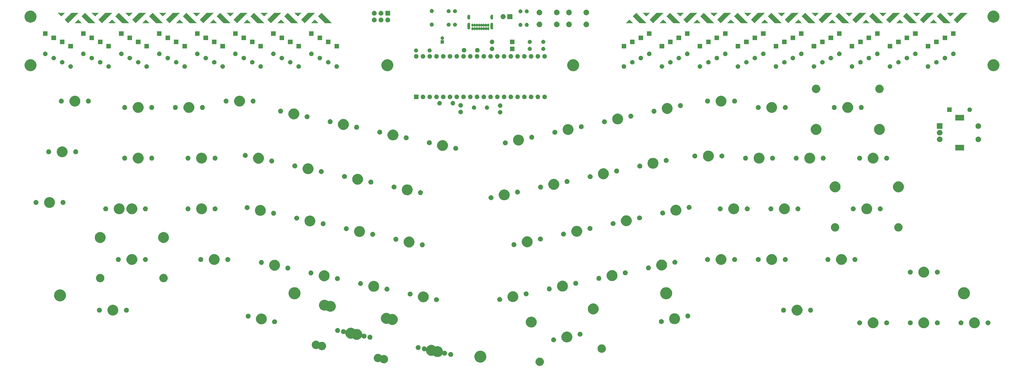
<source format=gbr>
G04 #@! TF.GenerationSoftware,KiCad,Pcbnew,(5.1.6)-1*
G04 #@! TF.CreationDate,2020-10-24T18:02:36-05:00*
G04 #@! TF.ProjectId,basketweave,6261736b-6574-4776-9561-76652e6b6963,rev?*
G04 #@! TF.SameCoordinates,Original*
G04 #@! TF.FileFunction,Soldermask,Top*
G04 #@! TF.FilePolarity,Negative*
%FSLAX46Y46*%
G04 Gerber Fmt 4.6, Leading zero omitted, Abs format (unit mm)*
G04 Created by KiCad (PCBNEW (5.1.6)-1) date 2020-10-24 18:02:36*
%MOMM*%
%LPD*%
G01*
G04 APERTURE LIST*
%ADD10C,0.100000*%
G04 APERTURE END LIST*
D10*
G36*
X264160000Y-86518750D02*
G01*
X262890000Y-85248750D01*
X265430000Y-82708750D01*
X267970000Y-82708750D01*
X264160000Y-86518750D01*
G37*
X264160000Y-86518750D02*
X262890000Y-85248750D01*
X265430000Y-82708750D01*
X267970000Y-82708750D01*
X264160000Y-86518750D01*
G36*
X261620000Y-83978750D02*
G01*
X260350000Y-82708750D01*
X262890000Y-82708750D01*
X261620000Y-83978750D01*
G37*
X261620000Y-83978750D02*
X260350000Y-82708750D01*
X262890000Y-82708750D01*
X261620000Y-83978750D01*
G36*
X261620000Y-86518750D02*
G01*
X259080000Y-86518750D01*
X256540000Y-83978750D01*
X257810000Y-82708750D01*
X261620000Y-86518750D01*
G37*
X261620000Y-86518750D02*
X259080000Y-86518750D01*
X256540000Y-83978750D01*
X257810000Y-82708750D01*
X261620000Y-86518750D01*
G36*
X256540000Y-86518750D02*
G01*
X254000000Y-86518750D01*
X255270000Y-85248750D01*
X256540000Y-86518750D01*
G37*
X256540000Y-86518750D02*
X254000000Y-86518750D01*
X255270000Y-85248750D01*
X256540000Y-86518750D01*
G36*
X274320000Y-83978750D02*
G01*
X273050000Y-82708750D01*
X275590000Y-82708750D01*
X274320000Y-83978750D01*
G37*
X274320000Y-83978750D02*
X273050000Y-82708750D01*
X275590000Y-82708750D01*
X274320000Y-83978750D01*
G36*
X274320000Y-86518750D02*
G01*
X271780000Y-86518750D01*
X269240000Y-83978750D01*
X270510000Y-82708750D01*
X274320000Y-86518750D01*
G37*
X274320000Y-86518750D02*
X271780000Y-86518750D01*
X269240000Y-83978750D01*
X270510000Y-82708750D01*
X274320000Y-86518750D01*
G36*
X269240000Y-86518750D02*
G01*
X266700000Y-86518750D01*
X267970000Y-85248750D01*
X269240000Y-86518750D01*
G37*
X269240000Y-86518750D02*
X266700000Y-86518750D01*
X267970000Y-85248750D01*
X269240000Y-86518750D01*
G36*
X276860000Y-86518750D02*
G01*
X275590000Y-85248750D01*
X278130000Y-82708750D01*
X280670000Y-82708750D01*
X276860000Y-86518750D01*
G37*
X276860000Y-86518750D02*
X275590000Y-85248750D01*
X278130000Y-82708750D01*
X280670000Y-82708750D01*
X276860000Y-86518750D01*
G36*
X287020000Y-83978750D02*
G01*
X285750000Y-82708750D01*
X288290000Y-82708750D01*
X287020000Y-83978750D01*
G37*
X287020000Y-83978750D02*
X285750000Y-82708750D01*
X288290000Y-82708750D01*
X287020000Y-83978750D01*
G36*
X287020000Y-86518750D02*
G01*
X284480000Y-86518750D01*
X281940000Y-83978750D01*
X283210000Y-82708750D01*
X287020000Y-86518750D01*
G37*
X287020000Y-86518750D02*
X284480000Y-86518750D01*
X281940000Y-83978750D01*
X283210000Y-82708750D01*
X287020000Y-86518750D01*
G36*
X281940000Y-86518750D02*
G01*
X279400000Y-86518750D01*
X280670000Y-85248750D01*
X281940000Y-86518750D01*
G37*
X281940000Y-86518750D02*
X279400000Y-86518750D01*
X280670000Y-85248750D01*
X281940000Y-86518750D01*
G36*
X289560000Y-86518750D02*
G01*
X288290000Y-85248750D01*
X290830000Y-82708750D01*
X293370000Y-82708750D01*
X289560000Y-86518750D01*
G37*
X289560000Y-86518750D02*
X288290000Y-85248750D01*
X290830000Y-82708750D01*
X293370000Y-82708750D01*
X289560000Y-86518750D01*
G36*
X302260000Y-86518750D02*
G01*
X300990000Y-85248750D01*
X303530000Y-82708750D01*
X306070000Y-82708750D01*
X302260000Y-86518750D01*
G37*
X302260000Y-86518750D02*
X300990000Y-85248750D01*
X303530000Y-82708750D01*
X306070000Y-82708750D01*
X302260000Y-86518750D01*
G36*
X294640000Y-86518750D02*
G01*
X292100000Y-86518750D01*
X293370000Y-85248750D01*
X294640000Y-86518750D01*
G37*
X294640000Y-86518750D02*
X292100000Y-86518750D01*
X293370000Y-85248750D01*
X294640000Y-86518750D01*
G36*
X299720000Y-83978750D02*
G01*
X298450000Y-82708750D01*
X300990000Y-82708750D01*
X299720000Y-83978750D01*
G37*
X299720000Y-83978750D02*
X298450000Y-82708750D01*
X300990000Y-82708750D01*
X299720000Y-83978750D01*
G36*
X299720000Y-86518750D02*
G01*
X297180000Y-86518750D01*
X294640000Y-83978750D01*
X295910000Y-82708750D01*
X299720000Y-86518750D01*
G37*
X299720000Y-86518750D02*
X297180000Y-86518750D01*
X294640000Y-83978750D01*
X295910000Y-82708750D01*
X299720000Y-86518750D01*
G36*
X312420000Y-83978750D02*
G01*
X311150000Y-82708750D01*
X313690000Y-82708750D01*
X312420000Y-83978750D01*
G37*
X312420000Y-83978750D02*
X311150000Y-82708750D01*
X313690000Y-82708750D01*
X312420000Y-83978750D01*
G36*
X312420000Y-86518750D02*
G01*
X309880000Y-86518750D01*
X307340000Y-83978750D01*
X308610000Y-82708750D01*
X312420000Y-86518750D01*
G37*
X312420000Y-86518750D02*
X309880000Y-86518750D01*
X307340000Y-83978750D01*
X308610000Y-82708750D01*
X312420000Y-86518750D01*
G36*
X307340000Y-86518750D02*
G01*
X304800000Y-86518750D01*
X306070000Y-85248750D01*
X307340000Y-86518750D01*
G37*
X307340000Y-86518750D02*
X304800000Y-86518750D01*
X306070000Y-85248750D01*
X307340000Y-86518750D01*
G36*
X314960000Y-86518750D02*
G01*
X313690000Y-85248750D01*
X316230000Y-82708750D01*
X318770000Y-82708750D01*
X314960000Y-86518750D01*
G37*
X314960000Y-86518750D02*
X313690000Y-85248750D01*
X316230000Y-82708750D01*
X318770000Y-82708750D01*
X314960000Y-86518750D01*
G36*
X327660000Y-86518750D02*
G01*
X326390000Y-85248750D01*
X328930000Y-82708750D01*
X331470000Y-82708750D01*
X327660000Y-86518750D01*
G37*
X327660000Y-86518750D02*
X326390000Y-85248750D01*
X328930000Y-82708750D01*
X331470000Y-82708750D01*
X327660000Y-86518750D01*
G36*
X320040000Y-86518750D02*
G01*
X317500000Y-86518750D01*
X318770000Y-85248750D01*
X320040000Y-86518750D01*
G37*
X320040000Y-86518750D02*
X317500000Y-86518750D01*
X318770000Y-85248750D01*
X320040000Y-86518750D01*
G36*
X325120000Y-83978750D02*
G01*
X323850000Y-82708750D01*
X326390000Y-82708750D01*
X325120000Y-83978750D01*
G37*
X325120000Y-83978750D02*
X323850000Y-82708750D01*
X326390000Y-82708750D01*
X325120000Y-83978750D01*
G36*
X325120000Y-86518750D02*
G01*
X322580000Y-86518750D01*
X320040000Y-83978750D01*
X321310000Y-82708750D01*
X325120000Y-86518750D01*
G37*
X325120000Y-86518750D02*
X322580000Y-86518750D01*
X320040000Y-83978750D01*
X321310000Y-82708750D01*
X325120000Y-86518750D01*
G36*
X337820000Y-83978750D02*
G01*
X336550000Y-82708750D01*
X339090000Y-82708750D01*
X337820000Y-83978750D01*
G37*
X337820000Y-83978750D02*
X336550000Y-82708750D01*
X339090000Y-82708750D01*
X337820000Y-83978750D01*
G36*
X337820000Y-86518750D02*
G01*
X335280000Y-86518750D01*
X332740000Y-83978750D01*
X334010000Y-82708750D01*
X337820000Y-86518750D01*
G37*
X337820000Y-86518750D02*
X335280000Y-86518750D01*
X332740000Y-83978750D01*
X334010000Y-82708750D01*
X337820000Y-86518750D01*
G36*
X332740000Y-86518750D02*
G01*
X330200000Y-86518750D01*
X331470000Y-85248750D01*
X332740000Y-86518750D01*
G37*
X332740000Y-86518750D02*
X330200000Y-86518750D01*
X331470000Y-85248750D01*
X332740000Y-86518750D01*
G36*
X340360000Y-86518750D02*
G01*
X339090000Y-85248750D01*
X341630000Y-82708750D01*
X344170000Y-82708750D01*
X340360000Y-86518750D01*
G37*
X340360000Y-86518750D02*
X339090000Y-85248750D01*
X341630000Y-82708750D01*
X344170000Y-82708750D01*
X340360000Y-86518750D01*
G36*
X353060000Y-86518750D02*
G01*
X351790000Y-85248750D01*
X354330000Y-82708750D01*
X356870000Y-82708750D01*
X353060000Y-86518750D01*
G37*
X353060000Y-86518750D02*
X351790000Y-85248750D01*
X354330000Y-82708750D01*
X356870000Y-82708750D01*
X353060000Y-86518750D01*
G36*
X345440000Y-86518750D02*
G01*
X342900000Y-86518750D01*
X344170000Y-85248750D01*
X345440000Y-86518750D01*
G37*
X345440000Y-86518750D02*
X342900000Y-86518750D01*
X344170000Y-85248750D01*
X345440000Y-86518750D01*
G36*
X350520000Y-83978750D02*
G01*
X349250000Y-82708750D01*
X351790000Y-82708750D01*
X350520000Y-83978750D01*
G37*
X350520000Y-83978750D02*
X349250000Y-82708750D01*
X351790000Y-82708750D01*
X350520000Y-83978750D01*
G36*
X350520000Y-86518750D02*
G01*
X347980000Y-86518750D01*
X345440000Y-83978750D01*
X346710000Y-82708750D01*
X350520000Y-86518750D01*
G37*
X350520000Y-86518750D02*
X347980000Y-86518750D01*
X345440000Y-83978750D01*
X346710000Y-82708750D01*
X350520000Y-86518750D01*
G36*
X363220000Y-83978750D02*
G01*
X361950000Y-82708750D01*
X364490000Y-82708750D01*
X363220000Y-83978750D01*
G37*
X363220000Y-83978750D02*
X361950000Y-82708750D01*
X364490000Y-82708750D01*
X363220000Y-83978750D01*
G36*
X363220000Y-86518750D02*
G01*
X360680000Y-86518750D01*
X358140000Y-83978750D01*
X359410000Y-82708750D01*
X363220000Y-86518750D01*
G37*
X363220000Y-86518750D02*
X360680000Y-86518750D01*
X358140000Y-83978750D01*
X359410000Y-82708750D01*
X363220000Y-86518750D01*
G36*
X358140000Y-86518750D02*
G01*
X355600000Y-86518750D01*
X356870000Y-85248750D01*
X358140000Y-86518750D01*
G37*
X358140000Y-86518750D02*
X355600000Y-86518750D01*
X356870000Y-85248750D01*
X358140000Y-86518750D01*
G36*
X365760000Y-86518750D02*
G01*
X364490000Y-85248750D01*
X367030000Y-82708750D01*
X369570000Y-82708750D01*
X365760000Y-86518750D01*
G37*
X365760000Y-86518750D02*
X364490000Y-85248750D01*
X367030000Y-82708750D01*
X369570000Y-82708750D01*
X365760000Y-86518750D01*
G36*
X375920000Y-83978750D02*
G01*
X374650000Y-82708750D01*
X377190000Y-82708750D01*
X375920000Y-83978750D01*
G37*
X375920000Y-83978750D02*
X374650000Y-82708750D01*
X377190000Y-82708750D01*
X375920000Y-83978750D01*
G36*
X375920000Y-86518750D02*
G01*
X373380000Y-86518750D01*
X370840000Y-83978750D01*
X372110000Y-82708750D01*
X375920000Y-86518750D01*
G37*
X375920000Y-86518750D02*
X373380000Y-86518750D01*
X370840000Y-83978750D01*
X372110000Y-82708750D01*
X375920000Y-86518750D01*
G36*
X370840000Y-86518750D02*
G01*
X368300000Y-86518750D01*
X369570000Y-85248750D01*
X370840000Y-86518750D01*
G37*
X370840000Y-86518750D02*
X368300000Y-86518750D01*
X369570000Y-85248750D01*
X370840000Y-86518750D01*
G36*
X378460000Y-86518750D02*
G01*
X377190000Y-85248750D01*
X379730000Y-82708750D01*
X382270000Y-82708750D01*
X378460000Y-86518750D01*
G37*
X378460000Y-86518750D02*
X377190000Y-85248750D01*
X379730000Y-82708750D01*
X382270000Y-82708750D01*
X378460000Y-86518750D01*
G36*
X138271250Y-86518750D02*
G01*
X135731250Y-86518750D01*
X137001250Y-85248750D01*
X138271250Y-86518750D01*
G37*
X138271250Y-86518750D02*
X135731250Y-86518750D01*
X137001250Y-85248750D01*
X138271250Y-86518750D01*
G36*
X143351250Y-86518750D02*
G01*
X140811250Y-86518750D01*
X138271250Y-83978750D01*
X139541250Y-82708750D01*
X143351250Y-86518750D01*
G37*
X143351250Y-86518750D02*
X140811250Y-86518750D01*
X138271250Y-83978750D01*
X139541250Y-82708750D01*
X143351250Y-86518750D01*
G36*
X130651250Y-86518750D02*
G01*
X128111250Y-86518750D01*
X125571250Y-83978750D01*
X126841250Y-82708750D01*
X130651250Y-86518750D01*
G37*
X130651250Y-86518750D02*
X128111250Y-86518750D01*
X125571250Y-83978750D01*
X126841250Y-82708750D01*
X130651250Y-86518750D01*
G36*
X130651250Y-83978750D02*
G01*
X129381250Y-82708750D01*
X131921250Y-82708750D01*
X130651250Y-83978750D01*
G37*
X130651250Y-83978750D02*
X129381250Y-82708750D01*
X131921250Y-82708750D01*
X130651250Y-83978750D01*
G36*
X125571250Y-86518750D02*
G01*
X123031250Y-86518750D01*
X124301250Y-85248750D01*
X125571250Y-86518750D01*
G37*
X125571250Y-86518750D02*
X123031250Y-86518750D01*
X124301250Y-85248750D01*
X125571250Y-86518750D01*
G36*
X133191250Y-86518750D02*
G01*
X131921250Y-85248750D01*
X134461250Y-82708750D01*
X137001250Y-82708750D01*
X133191250Y-86518750D01*
G37*
X133191250Y-86518750D02*
X131921250Y-85248750D01*
X134461250Y-82708750D01*
X137001250Y-82708750D01*
X133191250Y-86518750D01*
G36*
X120491250Y-86518750D02*
G01*
X119221250Y-85248750D01*
X121761250Y-82708750D01*
X124301250Y-82708750D01*
X120491250Y-86518750D01*
G37*
X120491250Y-86518750D02*
X119221250Y-85248750D01*
X121761250Y-82708750D01*
X124301250Y-82708750D01*
X120491250Y-86518750D01*
G36*
X112871250Y-86518750D02*
G01*
X110331250Y-86518750D01*
X111601250Y-85248750D01*
X112871250Y-86518750D01*
G37*
X112871250Y-86518750D02*
X110331250Y-86518750D01*
X111601250Y-85248750D01*
X112871250Y-86518750D01*
G36*
X117951250Y-86518750D02*
G01*
X115411250Y-86518750D01*
X112871250Y-83978750D01*
X114141250Y-82708750D01*
X117951250Y-86518750D01*
G37*
X117951250Y-86518750D02*
X115411250Y-86518750D01*
X112871250Y-83978750D01*
X114141250Y-82708750D01*
X117951250Y-86518750D01*
G36*
X117951250Y-83978750D02*
G01*
X116681250Y-82708750D01*
X119221250Y-82708750D01*
X117951250Y-83978750D01*
G37*
X117951250Y-83978750D02*
X116681250Y-82708750D01*
X119221250Y-82708750D01*
X117951250Y-83978750D01*
G36*
X105251250Y-86518750D02*
G01*
X102711250Y-86518750D01*
X100171250Y-83978750D01*
X101441250Y-82708750D01*
X105251250Y-86518750D01*
G37*
X105251250Y-86518750D02*
X102711250Y-86518750D01*
X100171250Y-83978750D01*
X101441250Y-82708750D01*
X105251250Y-86518750D01*
G36*
X105251250Y-83978750D02*
G01*
X103981250Y-82708750D01*
X106521250Y-82708750D01*
X105251250Y-83978750D01*
G37*
X105251250Y-83978750D02*
X103981250Y-82708750D01*
X106521250Y-82708750D01*
X105251250Y-83978750D01*
G36*
X100171250Y-86518750D02*
G01*
X97631250Y-86518750D01*
X98901250Y-85248750D01*
X100171250Y-86518750D01*
G37*
X100171250Y-86518750D02*
X97631250Y-86518750D01*
X98901250Y-85248750D01*
X100171250Y-86518750D01*
G36*
X107791250Y-86518750D02*
G01*
X106521250Y-85248750D01*
X109061250Y-82708750D01*
X111601250Y-82708750D01*
X107791250Y-86518750D01*
G37*
X107791250Y-86518750D02*
X106521250Y-85248750D01*
X109061250Y-82708750D01*
X111601250Y-82708750D01*
X107791250Y-86518750D01*
G36*
X95091250Y-86518750D02*
G01*
X93821250Y-85248750D01*
X96361250Y-82708750D01*
X98901250Y-82708750D01*
X95091250Y-86518750D01*
G37*
X95091250Y-86518750D02*
X93821250Y-85248750D01*
X96361250Y-82708750D01*
X98901250Y-82708750D01*
X95091250Y-86518750D01*
G36*
X87471250Y-86518750D02*
G01*
X84931250Y-86518750D01*
X86201250Y-85248750D01*
X87471250Y-86518750D01*
G37*
X87471250Y-86518750D02*
X84931250Y-86518750D01*
X86201250Y-85248750D01*
X87471250Y-86518750D01*
G36*
X92551250Y-86518750D02*
G01*
X90011250Y-86518750D01*
X87471250Y-83978750D01*
X88741250Y-82708750D01*
X92551250Y-86518750D01*
G37*
X92551250Y-86518750D02*
X90011250Y-86518750D01*
X87471250Y-83978750D01*
X88741250Y-82708750D01*
X92551250Y-86518750D01*
G36*
X92551250Y-83978750D02*
G01*
X91281250Y-82708750D01*
X93821250Y-82708750D01*
X92551250Y-83978750D01*
G37*
X92551250Y-83978750D02*
X91281250Y-82708750D01*
X93821250Y-82708750D01*
X92551250Y-83978750D01*
G36*
X79851250Y-86518750D02*
G01*
X77311250Y-86518750D01*
X74771250Y-83978750D01*
X76041250Y-82708750D01*
X79851250Y-86518750D01*
G37*
X79851250Y-86518750D02*
X77311250Y-86518750D01*
X74771250Y-83978750D01*
X76041250Y-82708750D01*
X79851250Y-86518750D01*
G36*
X79851250Y-83978750D02*
G01*
X78581250Y-82708750D01*
X81121250Y-82708750D01*
X79851250Y-83978750D01*
G37*
X79851250Y-83978750D02*
X78581250Y-82708750D01*
X81121250Y-82708750D01*
X79851250Y-83978750D01*
G36*
X74771250Y-86518750D02*
G01*
X72231250Y-86518750D01*
X73501250Y-85248750D01*
X74771250Y-86518750D01*
G37*
X74771250Y-86518750D02*
X72231250Y-86518750D01*
X73501250Y-85248750D01*
X74771250Y-86518750D01*
G36*
X82391250Y-86518750D02*
G01*
X81121250Y-85248750D01*
X83661250Y-82708750D01*
X86201250Y-82708750D01*
X82391250Y-86518750D01*
G37*
X82391250Y-86518750D02*
X81121250Y-85248750D01*
X83661250Y-82708750D01*
X86201250Y-82708750D01*
X82391250Y-86518750D01*
G36*
X69691250Y-86518750D02*
G01*
X68421250Y-85248750D01*
X70961250Y-82708750D01*
X73501250Y-82708750D01*
X69691250Y-86518750D01*
G37*
X69691250Y-86518750D02*
X68421250Y-85248750D01*
X70961250Y-82708750D01*
X73501250Y-82708750D01*
X69691250Y-86518750D01*
G36*
X62071250Y-86518750D02*
G01*
X59531250Y-86518750D01*
X60801250Y-85248750D01*
X62071250Y-86518750D01*
G37*
X62071250Y-86518750D02*
X59531250Y-86518750D01*
X60801250Y-85248750D01*
X62071250Y-86518750D01*
G36*
X67151250Y-86518750D02*
G01*
X64611250Y-86518750D01*
X62071250Y-83978750D01*
X63341250Y-82708750D01*
X67151250Y-86518750D01*
G37*
X67151250Y-86518750D02*
X64611250Y-86518750D01*
X62071250Y-83978750D01*
X63341250Y-82708750D01*
X67151250Y-86518750D01*
G36*
X67151250Y-83978750D02*
G01*
X65881250Y-82708750D01*
X68421250Y-82708750D01*
X67151250Y-83978750D01*
G37*
X67151250Y-83978750D02*
X65881250Y-82708750D01*
X68421250Y-82708750D01*
X67151250Y-83978750D01*
G36*
X56991250Y-86518750D02*
G01*
X55721250Y-85248750D01*
X58261250Y-82708750D01*
X60801250Y-82708750D01*
X56991250Y-86518750D01*
G37*
X56991250Y-86518750D02*
X55721250Y-85248750D01*
X58261250Y-82708750D01*
X60801250Y-82708750D01*
X56991250Y-86518750D01*
G36*
X49371250Y-86518750D02*
G01*
X46831250Y-86518750D01*
X48101250Y-85248750D01*
X49371250Y-86518750D01*
G37*
X49371250Y-86518750D02*
X46831250Y-86518750D01*
X48101250Y-85248750D01*
X49371250Y-86518750D01*
G36*
X54451250Y-86518750D02*
G01*
X51911250Y-86518750D01*
X49371250Y-83978750D01*
X50641250Y-82708750D01*
X54451250Y-86518750D01*
G37*
X54451250Y-86518750D02*
X51911250Y-86518750D01*
X49371250Y-83978750D01*
X50641250Y-82708750D01*
X54451250Y-86518750D01*
G36*
X54451250Y-83978750D02*
G01*
X53181250Y-82708750D01*
X55721250Y-82708750D01*
X54451250Y-83978750D01*
G37*
X54451250Y-83978750D02*
X53181250Y-82708750D01*
X55721250Y-82708750D01*
X54451250Y-83978750D01*
G36*
X41751250Y-83978750D02*
G01*
X40481250Y-82708750D01*
X43021250Y-82708750D01*
X41751250Y-83978750D01*
G37*
X41751250Y-83978750D02*
X40481250Y-82708750D01*
X43021250Y-82708750D01*
X41751250Y-83978750D01*
G36*
X44291250Y-86518750D02*
G01*
X43021250Y-85248750D01*
X45561250Y-82708750D01*
X48101250Y-82708750D01*
X44291250Y-86518750D01*
G37*
X44291250Y-86518750D02*
X43021250Y-85248750D01*
X45561250Y-82708750D01*
X48101250Y-82708750D01*
X44291250Y-86518750D01*
G36*
X221866782Y-212321516D02*
G01*
X222018926Y-212351779D01*
X222137652Y-212400957D01*
X222305556Y-212470505D01*
X222305557Y-212470506D01*
X222563519Y-212642870D01*
X222782898Y-212862249D01*
X222873267Y-212997496D01*
X222955263Y-213120212D01*
X223024811Y-213288116D01*
X223057146Y-213366179D01*
X223073989Y-213406843D01*
X223119343Y-213634851D01*
X223134515Y-213711129D01*
X223134515Y-214021377D01*
X223073989Y-214325664D01*
X223024811Y-214444390D01*
X222955263Y-214612294D01*
X222955262Y-214612295D01*
X222782898Y-214870257D01*
X222563519Y-215089636D01*
X222391154Y-215204806D01*
X222305556Y-215262001D01*
X222137652Y-215331549D01*
X222018926Y-215380727D01*
X221866782Y-215410990D01*
X221714640Y-215441253D01*
X221404390Y-215441253D01*
X221252248Y-215410990D01*
X221100104Y-215380727D01*
X220981378Y-215331549D01*
X220813474Y-215262001D01*
X220727876Y-215204806D01*
X220555511Y-215089636D01*
X220336132Y-214870257D01*
X220163768Y-214612295D01*
X220163767Y-214612294D01*
X220094219Y-214444390D01*
X220045041Y-214325664D01*
X219984515Y-214021377D01*
X219984515Y-213711129D01*
X219999688Y-213634851D01*
X220045041Y-213406843D01*
X220061885Y-213366179D01*
X220094219Y-213288116D01*
X220163767Y-213120212D01*
X220245763Y-212997496D01*
X220336132Y-212862249D01*
X220555511Y-212642870D01*
X220813473Y-212470506D01*
X220813474Y-212470505D01*
X220981378Y-212400957D01*
X221100104Y-212351779D01*
X221404390Y-212291253D01*
X221714640Y-212291253D01*
X221866782Y-212321516D01*
G37*
G36*
X161055684Y-210914338D02*
G01*
X161210909Y-210945214D01*
X161329635Y-210994392D01*
X161497539Y-211063940D01*
X161525856Y-211082861D01*
X161755502Y-211236305D01*
X161974881Y-211455684D01*
X162001065Y-211494872D01*
X162016610Y-211513814D01*
X162035552Y-211529359D01*
X162057163Y-211540910D01*
X162080612Y-211548023D01*
X162104998Y-211550425D01*
X162129384Y-211548023D01*
X162152833Y-211540910D01*
X162174444Y-211529359D01*
X162228766Y-211493062D01*
X162452929Y-211400211D01*
X162515396Y-211374336D01*
X162667540Y-211344073D01*
X162819682Y-211313810D01*
X163129932Y-211313810D01*
X163434218Y-211374336D01*
X163496685Y-211400211D01*
X163720848Y-211493062D01*
X163767503Y-211524236D01*
X163978811Y-211665427D01*
X164198190Y-211884806D01*
X164313360Y-212057171D01*
X164370555Y-212142769D01*
X164374774Y-212152955D01*
X164489281Y-212429399D01*
X164549807Y-212733685D01*
X164549807Y-213043935D01*
X164489281Y-213348221D01*
X164464999Y-213406842D01*
X164370555Y-213634851D01*
X164370554Y-213634852D01*
X164198190Y-213892814D01*
X163978811Y-214112193D01*
X163806446Y-214227363D01*
X163720848Y-214284558D01*
X163552944Y-214354106D01*
X163434218Y-214403284D01*
X163282074Y-214433547D01*
X163129932Y-214463810D01*
X162819682Y-214463810D01*
X162667540Y-214433547D01*
X162515396Y-214403284D01*
X162396670Y-214354106D01*
X162228766Y-214284558D01*
X162143168Y-214227363D01*
X161970803Y-214112193D01*
X161751424Y-213892814D01*
X161725237Y-213853623D01*
X161709695Y-213834684D01*
X161690753Y-213819139D01*
X161669142Y-213807588D01*
X161645693Y-213800475D01*
X161621307Y-213798073D01*
X161596921Y-213800475D01*
X161573472Y-213807588D01*
X161551861Y-213819139D01*
X161497539Y-213855436D01*
X161407300Y-213892814D01*
X161210909Y-213974162D01*
X160906623Y-214034688D01*
X160596373Y-214034688D01*
X160292087Y-213974162D01*
X160095696Y-213892814D01*
X160005457Y-213855436D01*
X159919607Y-213798073D01*
X159747494Y-213683071D01*
X159528115Y-213463692D01*
X159355751Y-213205730D01*
X159355750Y-213205729D01*
X159286202Y-213037825D01*
X159237024Y-212919099D01*
X159176498Y-212614812D01*
X159176498Y-212304564D01*
X159237024Y-212000277D01*
X159306121Y-211833462D01*
X159355750Y-211713647D01*
X159463214Y-211552816D01*
X159528115Y-211455684D01*
X159747494Y-211236305D01*
X159977140Y-211082861D01*
X160005457Y-211063940D01*
X160173361Y-210994392D01*
X160292087Y-210945214D01*
X160447312Y-210914338D01*
X160596373Y-210884688D01*
X160906623Y-210884688D01*
X161055684Y-210914338D01*
G37*
G36*
X199507130Y-209691026D02*
G01*
X199887843Y-209766754D01*
X200297499Y-209936439D01*
X200666179Y-210182784D01*
X200979716Y-210496321D01*
X201226061Y-210865001D01*
X201395746Y-211274657D01*
X201482250Y-211709546D01*
X201482250Y-212152954D01*
X201395746Y-212587843D01*
X201226061Y-212997499D01*
X200979716Y-213366179D01*
X200666179Y-213679716D01*
X200297499Y-213926061D01*
X199887843Y-214095746D01*
X199507130Y-214171474D01*
X199452955Y-214182250D01*
X199009545Y-214182250D01*
X198955370Y-214171474D01*
X198574657Y-214095746D01*
X198165001Y-213926061D01*
X197796321Y-213679716D01*
X197482784Y-213366179D01*
X197236439Y-212997499D01*
X197066754Y-212587843D01*
X196980250Y-212152954D01*
X196980250Y-211709546D01*
X197066754Y-211274657D01*
X197236439Y-210865001D01*
X197482784Y-210496321D01*
X197796321Y-210182784D01*
X198165001Y-209936439D01*
X198574657Y-209766754D01*
X198955370Y-209691026D01*
X199009545Y-209680250D01*
X199452955Y-209680250D01*
X199507130Y-209691026D01*
G37*
G36*
X181433947Y-207621728D02*
G01*
X181650053Y-207711242D01*
X181806096Y-207775877D01*
X182141021Y-207999667D01*
X182263167Y-208121813D01*
X182282103Y-208137353D01*
X182303714Y-208148904D01*
X182327163Y-208156017D01*
X182351549Y-208158419D01*
X182375935Y-208156017D01*
X182399384Y-208148904D01*
X182537526Y-208091684D01*
X182932594Y-208013100D01*
X183335406Y-208013100D01*
X183730474Y-208091684D01*
X183917889Y-208169314D01*
X184102623Y-208245833D01*
X184437548Y-208469623D01*
X184722377Y-208754452D01*
X184946167Y-209089377D01*
X184959739Y-209122143D01*
X185100316Y-209461526D01*
X185158780Y-209755446D01*
X185165893Y-209778895D01*
X185177444Y-209800506D01*
X185192989Y-209819448D01*
X185211931Y-209834993D01*
X185233542Y-209846544D01*
X185256991Y-209853657D01*
X185281377Y-209856059D01*
X185305763Y-209853657D01*
X185329212Y-209846544D01*
X185350821Y-209834994D01*
X185350822Y-209834993D01*
X185367837Y-209823624D01*
X185536359Y-209753820D01*
X185715260Y-209718235D01*
X185897666Y-209718235D01*
X186076567Y-209753820D01*
X186245089Y-209823624D01*
X186396754Y-209924963D01*
X186525735Y-210053944D01*
X186627074Y-210205609D01*
X186696878Y-210374131D01*
X186732463Y-210553032D01*
X186732463Y-210735438D01*
X186696878Y-210914339D01*
X186627074Y-211082861D01*
X186525735Y-211234526D01*
X186396754Y-211363507D01*
X186245089Y-211464846D01*
X186076567Y-211534650D01*
X185897666Y-211570235D01*
X185715260Y-211570235D01*
X185536359Y-211534650D01*
X185367837Y-211464846D01*
X185216172Y-211363507D01*
X185087191Y-211234526D01*
X185051148Y-211180584D01*
X185035608Y-211161649D01*
X185016666Y-211146104D01*
X184995056Y-211134553D01*
X184971607Y-211127440D01*
X184947221Y-211125038D01*
X184922834Y-211127440D01*
X184899386Y-211134553D01*
X184877775Y-211146104D01*
X184858833Y-211161650D01*
X184843292Y-211180586D01*
X184722377Y-211361548D01*
X184437548Y-211646377D01*
X184102623Y-211870167D01*
X183948474Y-211934017D01*
X183730474Y-212024316D01*
X183335406Y-212102900D01*
X182932594Y-212102900D01*
X182537526Y-212024316D01*
X182319526Y-211934017D01*
X182165377Y-211870167D01*
X181830452Y-211646377D01*
X181708306Y-211524231D01*
X181689370Y-211508691D01*
X181667759Y-211497140D01*
X181644310Y-211490027D01*
X181619924Y-211487625D01*
X181595538Y-211490027D01*
X181572089Y-211497140D01*
X181433947Y-211554360D01*
X181038879Y-211632944D01*
X180636067Y-211632944D01*
X180240999Y-211554360D01*
X180002774Y-211455684D01*
X179868850Y-211400211D01*
X179533925Y-211176421D01*
X179249096Y-210891592D01*
X179025306Y-210556667D01*
X178949697Y-210374131D01*
X178871157Y-210184518D01*
X178812693Y-209890598D01*
X178805580Y-209867149D01*
X178794029Y-209845538D01*
X178778484Y-209826596D01*
X178759542Y-209811051D01*
X178737931Y-209799500D01*
X178714482Y-209792387D01*
X178690096Y-209789985D01*
X178665710Y-209792387D01*
X178642261Y-209799500D01*
X178620654Y-209811049D01*
X178603636Y-209822420D01*
X178435114Y-209892224D01*
X178256213Y-209927809D01*
X178073807Y-209927809D01*
X177894906Y-209892224D01*
X177726384Y-209822420D01*
X177574719Y-209721081D01*
X177445738Y-209592100D01*
X177344399Y-209440435D01*
X177274595Y-209271913D01*
X177239010Y-209093012D01*
X177239010Y-208910606D01*
X177274595Y-208731705D01*
X177344399Y-208563183D01*
X177445738Y-208411518D01*
X177574719Y-208282537D01*
X177726384Y-208181198D01*
X177894906Y-208111394D01*
X178073807Y-208075809D01*
X178256213Y-208075809D01*
X178435114Y-208111394D01*
X178603636Y-208181198D01*
X178755301Y-208282537D01*
X178884282Y-208411518D01*
X178920325Y-208465460D01*
X178935865Y-208484395D01*
X178954807Y-208499940D01*
X178976417Y-208511491D01*
X178999866Y-208518604D01*
X179024252Y-208521006D01*
X179048639Y-208518604D01*
X179072087Y-208511491D01*
X179093698Y-208499940D01*
X179112640Y-208484394D01*
X179128181Y-208465458D01*
X179249096Y-208284496D01*
X179533925Y-207999667D01*
X179868850Y-207775877D01*
X180024893Y-207711242D01*
X180240999Y-207621728D01*
X180636067Y-207543144D01*
X181038879Y-207543144D01*
X181433947Y-207621728D01*
G37*
G36*
X188373094Y-210223776D02*
G01*
X188541616Y-210293580D01*
X188693281Y-210394919D01*
X188822262Y-210523900D01*
X188923601Y-210675565D01*
X188993405Y-210844087D01*
X189028990Y-211022988D01*
X189028990Y-211205394D01*
X188993405Y-211384295D01*
X188923601Y-211552817D01*
X188822262Y-211704482D01*
X188693281Y-211833463D01*
X188541616Y-211934802D01*
X188373094Y-212004606D01*
X188194193Y-212040191D01*
X188011787Y-212040191D01*
X187832886Y-212004606D01*
X187664364Y-211934802D01*
X187512699Y-211833463D01*
X187383718Y-211704482D01*
X187282379Y-211552817D01*
X187212575Y-211384295D01*
X187176990Y-211205394D01*
X187176990Y-211022988D01*
X187212575Y-210844087D01*
X187282379Y-210675565D01*
X187383718Y-210523900D01*
X187512699Y-210394919D01*
X187664364Y-210293580D01*
X187832886Y-210223776D01*
X188011787Y-210188191D01*
X188194193Y-210188191D01*
X188373094Y-210223776D01*
G37*
G36*
X245311066Y-207400881D02*
G01*
X245429792Y-207450059D01*
X245597696Y-207519607D01*
X245683294Y-207576802D01*
X245855659Y-207691972D01*
X246075038Y-207911351D01*
X246143024Y-208013100D01*
X246247403Y-208169314D01*
X246285691Y-208261750D01*
X246366129Y-208455944D01*
X246387460Y-208563183D01*
X246426655Y-208760230D01*
X246426655Y-209070480D01*
X246416378Y-209122144D01*
X246366129Y-209374766D01*
X246331713Y-209457853D01*
X246247403Y-209661396D01*
X246247402Y-209661397D01*
X246075038Y-209919359D01*
X245855659Y-210138738D01*
X245683294Y-210253908D01*
X245597696Y-210311103D01*
X245445532Y-210374131D01*
X245311066Y-210429829D01*
X245006780Y-210490355D01*
X244696530Y-210490355D01*
X244392244Y-210429829D01*
X244257778Y-210374131D01*
X244105614Y-210311103D01*
X244020016Y-210253908D01*
X243847651Y-210138738D01*
X243628272Y-209919359D01*
X243455908Y-209661397D01*
X243455907Y-209661396D01*
X243371597Y-209457853D01*
X243337181Y-209374766D01*
X243286932Y-209122144D01*
X243276655Y-209070480D01*
X243276655Y-208760230D01*
X243315850Y-208563183D01*
X243337181Y-208455944D01*
X243417619Y-208261750D01*
X243455907Y-208169314D01*
X243560286Y-208013100D01*
X243628272Y-207911351D01*
X243847651Y-207691972D01*
X244020016Y-207576802D01*
X244105614Y-207519607D01*
X244273518Y-207450059D01*
X244392244Y-207400881D01*
X244696530Y-207340355D01*
X245006780Y-207340355D01*
X245311066Y-207400881D01*
G37*
G36*
X137766625Y-205964053D02*
G01*
X137918769Y-205994316D01*
X138037495Y-206043494D01*
X138205399Y-206113042D01*
X138205400Y-206113043D01*
X138463362Y-206285407D01*
X138682741Y-206504786D01*
X138708925Y-206543974D01*
X138724470Y-206562916D01*
X138743412Y-206578461D01*
X138765023Y-206590012D01*
X138788472Y-206597125D01*
X138812858Y-206599527D01*
X138837244Y-206597125D01*
X138860693Y-206590012D01*
X138882304Y-206578461D01*
X138936626Y-206542164D01*
X139194752Y-206435245D01*
X139223256Y-206423438D01*
X139488842Y-206370610D01*
X139527542Y-206362912D01*
X139837792Y-206362912D01*
X139876492Y-206370610D01*
X140142078Y-206423438D01*
X140170582Y-206435245D01*
X140428708Y-206542164D01*
X140483030Y-206578461D01*
X140686671Y-206714529D01*
X140906050Y-206933908D01*
X141021220Y-207106273D01*
X141078415Y-207191871D01*
X141139919Y-207340355D01*
X141197141Y-207478501D01*
X141209999Y-207543144D01*
X141257667Y-207782787D01*
X141257667Y-208093037D01*
X141240131Y-208181198D01*
X141197141Y-208397323D01*
X141191260Y-208411520D01*
X141078415Y-208683953D01*
X141078414Y-208683954D01*
X140906050Y-208941916D01*
X140686671Y-209161295D01*
X140552232Y-209251124D01*
X140428708Y-209333660D01*
X140300805Y-209386639D01*
X140142078Y-209452386D01*
X139989934Y-209482649D01*
X139837792Y-209512912D01*
X139527542Y-209512912D01*
X139375400Y-209482649D01*
X139223256Y-209452386D01*
X139064529Y-209386639D01*
X138936626Y-209333660D01*
X138813102Y-209251124D01*
X138678663Y-209161295D01*
X138459284Y-208941916D01*
X138433097Y-208902725D01*
X138417555Y-208883786D01*
X138398613Y-208868241D01*
X138377002Y-208856690D01*
X138353553Y-208849577D01*
X138329167Y-208847175D01*
X138304781Y-208849577D01*
X138281332Y-208856690D01*
X138259721Y-208868241D01*
X138205399Y-208904538D01*
X138115160Y-208941916D01*
X137918769Y-209023264D01*
X137614483Y-209083790D01*
X137304233Y-209083790D01*
X137152091Y-209053527D01*
X136999947Y-209023264D01*
X136803556Y-208941916D01*
X136713317Y-208904538D01*
X136559792Y-208801956D01*
X136455354Y-208732173D01*
X136235975Y-208512794D01*
X136068233Y-208261750D01*
X136063610Y-208254831D01*
X135944884Y-207968200D01*
X135939586Y-207941563D01*
X135884358Y-207663914D01*
X135884358Y-207353666D01*
X135944884Y-207049379D01*
X135994062Y-206930653D01*
X136063610Y-206762749D01*
X136170122Y-206603343D01*
X136235975Y-206504786D01*
X136455354Y-206285407D01*
X136713316Y-206113043D01*
X136713317Y-206113042D01*
X136881221Y-206043494D01*
X136999947Y-205994316D01*
X137152091Y-205964053D01*
X137304233Y-205933790D01*
X137614483Y-205933790D01*
X137766625Y-205964053D01*
G37*
G36*
X176138587Y-207641438D02*
G01*
X176307109Y-207711242D01*
X176458774Y-207812581D01*
X176587755Y-207941562D01*
X176689094Y-208093227D01*
X176758898Y-208261749D01*
X176794483Y-208440650D01*
X176794483Y-208623056D01*
X176758898Y-208801957D01*
X176689094Y-208970479D01*
X176587755Y-209122144D01*
X176458774Y-209251125D01*
X176307109Y-209352464D01*
X176138587Y-209422268D01*
X175959686Y-209457853D01*
X175777280Y-209457853D01*
X175598379Y-209422268D01*
X175429857Y-209352464D01*
X175278192Y-209251125D01*
X175149211Y-209122144D01*
X175047872Y-208970479D01*
X174978068Y-208801957D01*
X174942483Y-208623056D01*
X174942483Y-208440650D01*
X174978068Y-208261749D01*
X175047872Y-208093227D01*
X175149211Y-207941562D01*
X175278192Y-207812581D01*
X175429857Y-207711242D01*
X175598379Y-207641438D01*
X175777280Y-207605853D01*
X175959686Y-207605853D01*
X176138587Y-207641438D01*
G37*
G36*
X232349796Y-202592127D02*
G01*
X232565902Y-202681641D01*
X232721945Y-202746276D01*
X233056870Y-202970066D01*
X233341699Y-203254895D01*
X233565489Y-203589820D01*
X233577070Y-203617779D01*
X233719638Y-203961969D01*
X233798222Y-204357037D01*
X233798222Y-204759849D01*
X233719638Y-205154917D01*
X233641098Y-205344530D01*
X233565489Y-205527066D01*
X233341699Y-205861991D01*
X233056870Y-206146820D01*
X232721945Y-206370610D01*
X232594406Y-206423438D01*
X232349796Y-206524759D01*
X231954728Y-206603343D01*
X231551916Y-206603343D01*
X231156848Y-206524759D01*
X230912238Y-206423438D01*
X230784699Y-206370610D01*
X230449774Y-206146820D01*
X230164945Y-205861991D01*
X229941155Y-205527066D01*
X229865546Y-205344530D01*
X229787006Y-205154917D01*
X229708422Y-204759849D01*
X229708422Y-204357037D01*
X229787006Y-203961969D01*
X229929574Y-203617779D01*
X229941155Y-203589820D01*
X230164945Y-203254895D01*
X230449774Y-202970066D01*
X230784699Y-202746276D01*
X230940742Y-202681641D01*
X231156848Y-202592127D01*
X231551916Y-202513543D01*
X231954728Y-202513543D01*
X232349796Y-202592127D01*
G37*
G36*
X227054436Y-204724219D02*
G01*
X227222958Y-204794023D01*
X227374623Y-204895362D01*
X227503604Y-205024343D01*
X227604943Y-205176008D01*
X227674747Y-205344530D01*
X227710332Y-205523431D01*
X227710332Y-205705837D01*
X227674747Y-205884738D01*
X227604943Y-206053260D01*
X227503604Y-206204925D01*
X227374623Y-206333906D01*
X227222958Y-206435245D01*
X227054436Y-206505049D01*
X226875535Y-206540634D01*
X226693129Y-206540634D01*
X226514228Y-206505049D01*
X226345706Y-206435245D01*
X226194041Y-206333906D01*
X226065060Y-206204925D01*
X225963721Y-206053260D01*
X225893917Y-205884738D01*
X225858332Y-205705837D01*
X225858332Y-205523431D01*
X225893917Y-205344530D01*
X225963721Y-205176008D01*
X226065060Y-205024343D01*
X226194041Y-204895362D01*
X226345706Y-204794023D01*
X226514228Y-204724219D01*
X226693129Y-204688634D01*
X226875535Y-204688634D01*
X227054436Y-204724219D01*
G37*
G36*
X151154165Y-201185562D02*
G01*
X151370271Y-201275076D01*
X151526314Y-201339711D01*
X151861239Y-201563501D01*
X151933066Y-201635328D01*
X151952002Y-201650868D01*
X151973613Y-201662419D01*
X151997062Y-201669532D01*
X152021448Y-201671934D01*
X152045834Y-201669532D01*
X152069283Y-201662419D01*
X152184526Y-201614684D01*
X152579594Y-201536100D01*
X152982406Y-201536100D01*
X153377474Y-201614684D01*
X153593580Y-201704198D01*
X153749623Y-201768833D01*
X154084548Y-201992623D01*
X154369377Y-202277452D01*
X154593167Y-202612377D01*
X154657017Y-202766526D01*
X154747316Y-202984526D01*
X154821540Y-203357673D01*
X154828653Y-203381122D01*
X154840204Y-203402733D01*
X154855749Y-203421675D01*
X154874691Y-203437220D01*
X154896302Y-203448771D01*
X154919751Y-203455884D01*
X154944137Y-203458286D01*
X154968523Y-203455884D01*
X154991972Y-203448771D01*
X155013571Y-203437226D01*
X155088055Y-203387458D01*
X155256577Y-203317654D01*
X155435478Y-203282069D01*
X155617884Y-203282069D01*
X155796785Y-203317654D01*
X155965307Y-203387458D01*
X156116972Y-203488797D01*
X156245953Y-203617778D01*
X156347292Y-203769443D01*
X156417096Y-203937965D01*
X156452681Y-204116866D01*
X156452681Y-204299272D01*
X156417096Y-204478173D01*
X156347292Y-204646695D01*
X156245953Y-204798360D01*
X156116972Y-204927341D01*
X155965307Y-205028680D01*
X155796785Y-205098484D01*
X155617884Y-205134069D01*
X155435478Y-205134069D01*
X155256577Y-205098484D01*
X155088055Y-205028680D01*
X154936390Y-204927341D01*
X154807409Y-204798360D01*
X154721116Y-204669213D01*
X154705576Y-204650277D01*
X154686634Y-204634732D01*
X154665023Y-204623181D01*
X154641574Y-204616068D01*
X154617188Y-204613666D01*
X154592802Y-204616068D01*
X154569353Y-204623181D01*
X154547742Y-204634732D01*
X154528800Y-204650277D01*
X154513257Y-204669216D01*
X154369377Y-204884548D01*
X154084548Y-205169377D01*
X153749623Y-205393167D01*
X153595474Y-205457017D01*
X153377474Y-205547316D01*
X152982406Y-205625900D01*
X152579594Y-205625900D01*
X152184526Y-205547316D01*
X151966526Y-205457017D01*
X151812377Y-205393167D01*
X151477452Y-205169377D01*
X151405625Y-205097550D01*
X151386689Y-205082010D01*
X151365078Y-205070459D01*
X151341629Y-205063346D01*
X151317243Y-205060944D01*
X151292857Y-205063346D01*
X151269408Y-205070459D01*
X151154165Y-205118194D01*
X150759097Y-205196778D01*
X150356285Y-205196778D01*
X149961217Y-205118194D01*
X149734641Y-205024343D01*
X149589068Y-204964045D01*
X149254143Y-204740255D01*
X148969314Y-204455426D01*
X148745524Y-204120501D01*
X148669915Y-203937965D01*
X148591375Y-203748352D01*
X148517151Y-203375205D01*
X148510038Y-203351756D01*
X148498487Y-203330145D01*
X148482942Y-203311203D01*
X148464000Y-203295658D01*
X148442389Y-203284107D01*
X148418940Y-203276994D01*
X148394554Y-203274592D01*
X148370168Y-203276994D01*
X148346719Y-203284107D01*
X148325120Y-203295652D01*
X148250636Y-203345420D01*
X148082114Y-203415224D01*
X147903213Y-203450809D01*
X147720807Y-203450809D01*
X147541906Y-203415224D01*
X147373384Y-203345420D01*
X147221719Y-203244081D01*
X147092738Y-203115100D01*
X146991399Y-202963435D01*
X146921595Y-202794913D01*
X146886010Y-202616012D01*
X146886010Y-202433606D01*
X146921595Y-202254705D01*
X146991399Y-202086183D01*
X147092738Y-201934518D01*
X147221719Y-201805537D01*
X147373384Y-201704198D01*
X147541906Y-201634394D01*
X147720807Y-201598809D01*
X147903213Y-201598809D01*
X148082114Y-201634394D01*
X148250636Y-201704198D01*
X148402301Y-201805537D01*
X148531282Y-201934518D01*
X148617575Y-202063665D01*
X148633115Y-202082601D01*
X148652057Y-202098146D01*
X148673668Y-202109697D01*
X148697117Y-202116810D01*
X148721503Y-202119212D01*
X148745889Y-202116810D01*
X148769338Y-202109697D01*
X148790949Y-202098146D01*
X148809891Y-202082601D01*
X148825436Y-202063659D01*
X148969314Y-201848330D01*
X149254143Y-201563501D01*
X149589068Y-201339711D01*
X149745111Y-201275076D01*
X149961217Y-201185562D01*
X150356285Y-201106978D01*
X150759097Y-201106978D01*
X151154165Y-201185562D01*
G37*
G36*
X158020094Y-203746776D02*
G01*
X158188616Y-203816580D01*
X158340281Y-203917919D01*
X158469262Y-204046900D01*
X158570601Y-204198565D01*
X158640405Y-204367087D01*
X158675990Y-204545988D01*
X158675990Y-204728394D01*
X158640405Y-204907295D01*
X158570601Y-205075817D01*
X158469262Y-205227482D01*
X158340281Y-205356463D01*
X158188616Y-205457802D01*
X158020094Y-205527606D01*
X157841193Y-205563191D01*
X157658787Y-205563191D01*
X157479886Y-205527606D01*
X157311364Y-205457802D01*
X157159699Y-205356463D01*
X157030718Y-205227482D01*
X156929379Y-205075817D01*
X156859575Y-204907295D01*
X156823990Y-204728394D01*
X156823990Y-204545988D01*
X156859575Y-204367087D01*
X156929379Y-204198565D01*
X157030718Y-204046900D01*
X157159699Y-203917919D01*
X157311364Y-203816580D01*
X157479886Y-203746776D01*
X157658787Y-203711191D01*
X157841193Y-203711191D01*
X158020094Y-203746776D01*
G37*
G36*
X236992416Y-202611837D02*
G01*
X237160938Y-202681641D01*
X237312603Y-202782980D01*
X237441584Y-202911961D01*
X237542923Y-203063626D01*
X237612727Y-203232148D01*
X237648312Y-203411049D01*
X237648312Y-203593455D01*
X237612727Y-203772356D01*
X237542923Y-203940878D01*
X237441584Y-204092543D01*
X237312603Y-204221524D01*
X237160938Y-204322863D01*
X236992416Y-204392667D01*
X236813515Y-204428252D01*
X236631109Y-204428252D01*
X236452208Y-204392667D01*
X236283686Y-204322863D01*
X236132021Y-204221524D01*
X236003040Y-204092543D01*
X235901701Y-203940878D01*
X235831897Y-203772356D01*
X235796312Y-203593455D01*
X235796312Y-203411049D01*
X235831897Y-203232148D01*
X235901701Y-203063626D01*
X236003040Y-202911961D01*
X236132021Y-202782980D01*
X236283686Y-202681641D01*
X236452208Y-202611837D01*
X236631109Y-202576252D01*
X236813515Y-202576252D01*
X236992416Y-202611837D01*
G37*
G36*
X145858805Y-201205272D02*
G01*
X146027327Y-201275076D01*
X146178992Y-201376415D01*
X146307973Y-201505396D01*
X146409312Y-201657061D01*
X146479116Y-201825583D01*
X146514701Y-202004484D01*
X146514701Y-202186890D01*
X146479116Y-202365791D01*
X146409312Y-202534313D01*
X146307973Y-202685978D01*
X146178992Y-202814959D01*
X146027327Y-202916298D01*
X145858805Y-202986102D01*
X145679904Y-203021687D01*
X145497498Y-203021687D01*
X145318597Y-202986102D01*
X145150075Y-202916298D01*
X144998410Y-202814959D01*
X144869429Y-202685978D01*
X144768090Y-202534313D01*
X144698286Y-202365791D01*
X144662701Y-202186890D01*
X144662701Y-202004484D01*
X144698286Y-201825583D01*
X144768090Y-201657061D01*
X144869429Y-201505396D01*
X144998410Y-201376415D01*
X145150075Y-201275076D01*
X145318597Y-201205272D01*
X145497498Y-201169687D01*
X145679904Y-201169687D01*
X145858805Y-201205272D01*
G37*
G36*
X347465224Y-197264934D02*
G01*
X347673759Y-197351312D01*
X347837373Y-197419083D01*
X348172298Y-197642873D01*
X348457127Y-197927702D01*
X348680917Y-198262627D01*
X348725353Y-198369905D01*
X348835066Y-198634776D01*
X348913650Y-199029844D01*
X348913650Y-199432656D01*
X348835066Y-199827724D01*
X348784201Y-199950522D01*
X348680917Y-200199873D01*
X348457127Y-200534798D01*
X348172298Y-200819627D01*
X347837373Y-201043417D01*
X347683922Y-201106978D01*
X347465224Y-201197566D01*
X347070156Y-201276150D01*
X346667344Y-201276150D01*
X346272276Y-201197566D01*
X346053578Y-201106978D01*
X345900127Y-201043417D01*
X345565202Y-200819627D01*
X345280373Y-200534798D01*
X345056583Y-200199873D01*
X344953299Y-199950522D01*
X344902434Y-199827724D01*
X344823850Y-199432656D01*
X344823850Y-199029844D01*
X344902434Y-198634776D01*
X345012147Y-198369905D01*
X345056583Y-198262627D01*
X345280373Y-197927702D01*
X345565202Y-197642873D01*
X345900127Y-197419083D01*
X346063741Y-197351312D01*
X346272276Y-197264934D01*
X346667344Y-197186350D01*
X347070156Y-197186350D01*
X347465224Y-197264934D01*
G37*
G36*
X366515224Y-197264934D02*
G01*
X366723759Y-197351312D01*
X366887373Y-197419083D01*
X367222298Y-197642873D01*
X367507127Y-197927702D01*
X367730917Y-198262627D01*
X367775353Y-198369905D01*
X367885066Y-198634776D01*
X367963650Y-199029844D01*
X367963650Y-199432656D01*
X367885066Y-199827724D01*
X367834201Y-199950522D01*
X367730917Y-200199873D01*
X367507127Y-200534798D01*
X367222298Y-200819627D01*
X366887373Y-201043417D01*
X366733922Y-201106978D01*
X366515224Y-201197566D01*
X366120156Y-201276150D01*
X365717344Y-201276150D01*
X365322276Y-201197566D01*
X365103578Y-201106978D01*
X364950127Y-201043417D01*
X364615202Y-200819627D01*
X364330373Y-200534798D01*
X364106583Y-200199873D01*
X364003299Y-199950522D01*
X363952434Y-199827724D01*
X363873850Y-199432656D01*
X363873850Y-199029844D01*
X363952434Y-198634776D01*
X364062147Y-198369905D01*
X364106583Y-198262627D01*
X364330373Y-197927702D01*
X364615202Y-197642873D01*
X364950127Y-197419083D01*
X365113741Y-197351312D01*
X365322276Y-197264934D01*
X365717344Y-197186350D01*
X366120156Y-197186350D01*
X366515224Y-197264934D01*
G37*
G36*
X385565224Y-197264934D02*
G01*
X385773759Y-197351312D01*
X385937373Y-197419083D01*
X386272298Y-197642873D01*
X386557127Y-197927702D01*
X386780917Y-198262627D01*
X386825353Y-198369905D01*
X386935066Y-198634776D01*
X387013650Y-199029844D01*
X387013650Y-199432656D01*
X386935066Y-199827724D01*
X386884201Y-199950522D01*
X386780917Y-200199873D01*
X386557127Y-200534798D01*
X386272298Y-200819627D01*
X385937373Y-201043417D01*
X385783922Y-201106978D01*
X385565224Y-201197566D01*
X385170156Y-201276150D01*
X384767344Y-201276150D01*
X384372276Y-201197566D01*
X384153578Y-201106978D01*
X384000127Y-201043417D01*
X383665202Y-200819627D01*
X383380373Y-200534798D01*
X383156583Y-200199873D01*
X383053299Y-199950522D01*
X383002434Y-199827724D01*
X382923850Y-199432656D01*
X382923850Y-199029844D01*
X383002434Y-198634776D01*
X383112147Y-198369905D01*
X383156583Y-198262627D01*
X383380373Y-197927702D01*
X383665202Y-197642873D01*
X384000127Y-197419083D01*
X384163741Y-197351312D01*
X384372276Y-197264934D01*
X384767344Y-197186350D01*
X385170156Y-197186350D01*
X385565224Y-197264934D01*
G37*
G36*
X218987415Y-196992967D02*
G01*
X219190677Y-197077161D01*
X219359564Y-197147116D01*
X219694489Y-197370906D01*
X219979318Y-197655735D01*
X220203108Y-197990660D01*
X220203108Y-197990661D01*
X220357257Y-198362809D01*
X220435841Y-198757877D01*
X220435841Y-199160689D01*
X220357257Y-199555757D01*
X220309987Y-199669876D01*
X220203108Y-199927906D01*
X219979318Y-200262831D01*
X219694489Y-200547660D01*
X219359564Y-200771450D01*
X219243254Y-200819627D01*
X218987415Y-200925599D01*
X218592347Y-201004183D01*
X218189535Y-201004183D01*
X217794467Y-200925599D01*
X217538628Y-200819627D01*
X217422318Y-200771450D01*
X217087393Y-200547660D01*
X216802564Y-200262831D01*
X216578774Y-199927906D01*
X216471895Y-199669876D01*
X216424625Y-199555757D01*
X216346041Y-199160689D01*
X216346041Y-198757877D01*
X216424625Y-198362809D01*
X216578774Y-197990661D01*
X216578774Y-197990660D01*
X216802564Y-197655735D01*
X217087393Y-197370906D01*
X217422318Y-197147116D01*
X217591205Y-197077161D01*
X217794467Y-196992967D01*
X218189535Y-196914383D01*
X218592347Y-196914383D01*
X218987415Y-196992967D01*
G37*
G36*
X390318854Y-198340835D02*
G01*
X390487376Y-198410639D01*
X390639041Y-198511978D01*
X390768022Y-198640959D01*
X390869361Y-198792624D01*
X390939165Y-198961146D01*
X390974750Y-199140047D01*
X390974750Y-199322453D01*
X390939165Y-199501354D01*
X390869361Y-199669876D01*
X390768022Y-199821541D01*
X390639041Y-199950522D01*
X390487376Y-200051861D01*
X390318854Y-200121665D01*
X390139953Y-200157250D01*
X389957547Y-200157250D01*
X389778646Y-200121665D01*
X389610124Y-200051861D01*
X389458459Y-199950522D01*
X389329478Y-199821541D01*
X389228139Y-199669876D01*
X389158335Y-199501354D01*
X389122750Y-199322453D01*
X389122750Y-199140047D01*
X389158335Y-198961146D01*
X389228139Y-198792624D01*
X389329478Y-198640959D01*
X389458459Y-198511978D01*
X389610124Y-198410639D01*
X389778646Y-198340835D01*
X389957547Y-198305250D01*
X390139953Y-198305250D01*
X390318854Y-198340835D01*
G37*
G36*
X380158854Y-198340835D02*
G01*
X380327376Y-198410639D01*
X380479041Y-198511978D01*
X380608022Y-198640959D01*
X380709361Y-198792624D01*
X380779165Y-198961146D01*
X380814750Y-199140047D01*
X380814750Y-199322453D01*
X380779165Y-199501354D01*
X380709361Y-199669876D01*
X380608022Y-199821541D01*
X380479041Y-199950522D01*
X380327376Y-200051861D01*
X380158854Y-200121665D01*
X379979953Y-200157250D01*
X379797547Y-200157250D01*
X379618646Y-200121665D01*
X379450124Y-200051861D01*
X379298459Y-199950522D01*
X379169478Y-199821541D01*
X379068139Y-199669876D01*
X378998335Y-199501354D01*
X378962750Y-199322453D01*
X378962750Y-199140047D01*
X378998335Y-198961146D01*
X379068139Y-198792624D01*
X379169478Y-198640959D01*
X379298459Y-198511978D01*
X379450124Y-198410639D01*
X379618646Y-198340835D01*
X379797547Y-198305250D01*
X379979953Y-198305250D01*
X380158854Y-198340835D01*
G37*
G36*
X371268854Y-198340835D02*
G01*
X371437376Y-198410639D01*
X371589041Y-198511978D01*
X371718022Y-198640959D01*
X371819361Y-198792624D01*
X371889165Y-198961146D01*
X371924750Y-199140047D01*
X371924750Y-199322453D01*
X371889165Y-199501354D01*
X371819361Y-199669876D01*
X371718022Y-199821541D01*
X371589041Y-199950522D01*
X371437376Y-200051861D01*
X371268854Y-200121665D01*
X371089953Y-200157250D01*
X370907547Y-200157250D01*
X370728646Y-200121665D01*
X370560124Y-200051861D01*
X370408459Y-199950522D01*
X370279478Y-199821541D01*
X370178139Y-199669876D01*
X370108335Y-199501354D01*
X370072750Y-199322453D01*
X370072750Y-199140047D01*
X370108335Y-198961146D01*
X370178139Y-198792624D01*
X370279478Y-198640959D01*
X370408459Y-198511978D01*
X370560124Y-198410639D01*
X370728646Y-198340835D01*
X370907547Y-198305250D01*
X371089953Y-198305250D01*
X371268854Y-198340835D01*
G37*
G36*
X361108854Y-198340835D02*
G01*
X361277376Y-198410639D01*
X361429041Y-198511978D01*
X361558022Y-198640959D01*
X361659361Y-198792624D01*
X361729165Y-198961146D01*
X361764750Y-199140047D01*
X361764750Y-199322453D01*
X361729165Y-199501354D01*
X361659361Y-199669876D01*
X361558022Y-199821541D01*
X361429041Y-199950522D01*
X361277376Y-200051861D01*
X361108854Y-200121665D01*
X360929953Y-200157250D01*
X360747547Y-200157250D01*
X360568646Y-200121665D01*
X360400124Y-200051861D01*
X360248459Y-199950522D01*
X360119478Y-199821541D01*
X360018139Y-199669876D01*
X359948335Y-199501354D01*
X359912750Y-199322453D01*
X359912750Y-199140047D01*
X359948335Y-198961146D01*
X360018139Y-198792624D01*
X360119478Y-198640959D01*
X360248459Y-198511978D01*
X360400124Y-198410639D01*
X360568646Y-198340835D01*
X360747547Y-198305250D01*
X360929953Y-198305250D01*
X361108854Y-198340835D01*
G37*
G36*
X352218854Y-198340835D02*
G01*
X352387376Y-198410639D01*
X352539041Y-198511978D01*
X352668022Y-198640959D01*
X352769361Y-198792624D01*
X352839165Y-198961146D01*
X352874750Y-199140047D01*
X352874750Y-199322453D01*
X352839165Y-199501354D01*
X352769361Y-199669876D01*
X352668022Y-199821541D01*
X352539041Y-199950522D01*
X352387376Y-200051861D01*
X352218854Y-200121665D01*
X352039953Y-200157250D01*
X351857547Y-200157250D01*
X351678646Y-200121665D01*
X351510124Y-200051861D01*
X351358459Y-199950522D01*
X351229478Y-199821541D01*
X351128139Y-199669876D01*
X351058335Y-199501354D01*
X351022750Y-199322453D01*
X351022750Y-199140047D01*
X351058335Y-198961146D01*
X351128139Y-198792624D01*
X351229478Y-198640959D01*
X351358459Y-198511978D01*
X351510124Y-198410639D01*
X351678646Y-198340835D01*
X351857547Y-198305250D01*
X352039953Y-198305250D01*
X352218854Y-198340835D01*
G37*
G36*
X342058854Y-198340835D02*
G01*
X342227376Y-198410639D01*
X342379041Y-198511978D01*
X342508022Y-198640959D01*
X342609361Y-198792624D01*
X342679165Y-198961146D01*
X342714750Y-199140047D01*
X342714750Y-199322453D01*
X342679165Y-199501354D01*
X342609361Y-199669876D01*
X342508022Y-199821541D01*
X342379041Y-199950522D01*
X342227376Y-200051861D01*
X342058854Y-200121665D01*
X341879953Y-200157250D01*
X341697547Y-200157250D01*
X341518646Y-200121665D01*
X341350124Y-200051861D01*
X341198459Y-199950522D01*
X341069478Y-199821541D01*
X340968139Y-199669876D01*
X340898335Y-199501354D01*
X340862750Y-199322453D01*
X340862750Y-199140047D01*
X340898335Y-198961146D01*
X340968139Y-198792624D01*
X341069478Y-198640959D01*
X341198459Y-198511978D01*
X341350124Y-198410639D01*
X341518646Y-198340835D01*
X341697547Y-198305250D01*
X341879953Y-198305250D01*
X342058854Y-198340835D01*
G37*
G36*
X164516546Y-195586402D02*
G01*
X164669667Y-195649827D01*
X164888695Y-195740551D01*
X165223620Y-195964341D01*
X165295447Y-196036168D01*
X165314383Y-196051708D01*
X165335994Y-196063259D01*
X165359443Y-196070372D01*
X165383829Y-196072774D01*
X165408215Y-196070372D01*
X165431664Y-196063259D01*
X165546907Y-196015524D01*
X165941975Y-195936940D01*
X166344787Y-195936940D01*
X166739855Y-196015524D01*
X166957855Y-196105823D01*
X167112004Y-196169673D01*
X167446929Y-196393463D01*
X167731758Y-196678292D01*
X167955548Y-197013217D01*
X168014634Y-197155865D01*
X168109697Y-197385366D01*
X168188281Y-197780434D01*
X168188281Y-198183246D01*
X168109697Y-198578314D01*
X168035319Y-198757877D01*
X167955548Y-198950463D01*
X167731758Y-199285388D01*
X167446929Y-199570217D01*
X167112004Y-199794007D01*
X167030601Y-199827725D01*
X166739855Y-199948156D01*
X166344787Y-200026740D01*
X165941975Y-200026740D01*
X165546907Y-199948156D01*
X165256161Y-199827725D01*
X165174758Y-199794007D01*
X164839833Y-199570217D01*
X164768006Y-199498390D01*
X164749070Y-199482850D01*
X164727459Y-199471299D01*
X164704010Y-199464186D01*
X164679624Y-199461784D01*
X164655238Y-199464186D01*
X164631789Y-199471299D01*
X164516546Y-199519034D01*
X164121478Y-199597618D01*
X163718666Y-199597618D01*
X163323598Y-199519034D01*
X163084297Y-199419912D01*
X162951449Y-199364885D01*
X162616524Y-199141095D01*
X162331695Y-198856266D01*
X162107905Y-198521341D01*
X162021314Y-198312292D01*
X161953756Y-198149192D01*
X161875172Y-197754124D01*
X161875172Y-197351312D01*
X161953756Y-196956244D01*
X162107905Y-196584096D01*
X162107905Y-196584095D01*
X162331695Y-196249170D01*
X162616524Y-195964341D01*
X162951449Y-195740551D01*
X163170477Y-195649827D01*
X163323598Y-195586402D01*
X163718666Y-195507818D01*
X164121478Y-195507818D01*
X164516546Y-195586402D01*
G37*
G36*
X117531724Y-195807115D02*
G01*
X117713864Y-195882560D01*
X117903873Y-195961264D01*
X118238798Y-196185054D01*
X118523627Y-196469883D01*
X118747417Y-196804808D01*
X118790425Y-196908639D01*
X118901566Y-197176957D01*
X118980150Y-197572025D01*
X118980150Y-197974837D01*
X118901566Y-198369905D01*
X118892829Y-198390997D01*
X118747417Y-198742054D01*
X118523627Y-199076979D01*
X118238798Y-199361808D01*
X117903873Y-199585598D01*
X117769316Y-199641333D01*
X117531724Y-199739747D01*
X117136656Y-199818331D01*
X116733844Y-199818331D01*
X116338776Y-199739747D01*
X116101184Y-199641333D01*
X115966627Y-199585598D01*
X115631702Y-199361808D01*
X115346873Y-199076979D01*
X115123083Y-198742054D01*
X114977671Y-198390997D01*
X114968934Y-198369905D01*
X114890350Y-197974837D01*
X114890350Y-197572025D01*
X114968934Y-197176957D01*
X115080075Y-196908639D01*
X115123083Y-196804808D01*
X115346873Y-196469883D01*
X115631702Y-196185054D01*
X115966627Y-195961264D01*
X116156636Y-195882560D01*
X116338776Y-195807115D01*
X116733844Y-195728531D01*
X117136656Y-195728531D01*
X117531724Y-195807115D01*
G37*
G36*
X122174344Y-197939207D02*
G01*
X122342866Y-198009011D01*
X122494531Y-198110350D01*
X122623512Y-198239331D01*
X122724851Y-198390996D01*
X122794655Y-198559518D01*
X122830240Y-198738419D01*
X122830240Y-198920825D01*
X122794655Y-199099726D01*
X122724851Y-199268248D01*
X122623512Y-199419913D01*
X122494531Y-199548894D01*
X122342866Y-199650233D01*
X122174344Y-199720037D01*
X121995443Y-199755622D01*
X121813037Y-199755622D01*
X121634136Y-199720037D01*
X121465614Y-199650233D01*
X121313949Y-199548894D01*
X121184968Y-199419913D01*
X121083629Y-199268248D01*
X121013825Y-199099726D01*
X120978240Y-198920825D01*
X120978240Y-198738419D01*
X121013825Y-198559518D01*
X121083629Y-198390996D01*
X121184968Y-198239331D01*
X121313949Y-198110350D01*
X121465614Y-198009011D01*
X121634136Y-197939207D01*
X121813037Y-197903622D01*
X121995443Y-197903622D01*
X122174344Y-197939207D01*
G37*
G36*
X272852724Y-195728411D02*
G01*
X272958676Y-195772298D01*
X273224873Y-195882560D01*
X273559798Y-196106350D01*
X273844627Y-196391179D01*
X274068417Y-196726104D01*
X274102523Y-196808443D01*
X274222566Y-197098253D01*
X274301150Y-197493321D01*
X274301150Y-197896133D01*
X274222566Y-198291201D01*
X274189965Y-198369906D01*
X274068417Y-198663350D01*
X273844627Y-198998275D01*
X273559798Y-199283104D01*
X273224873Y-199506894D01*
X273106904Y-199555758D01*
X272852724Y-199661043D01*
X272457656Y-199739627D01*
X272054844Y-199739627D01*
X271659776Y-199661043D01*
X271405596Y-199555758D01*
X271287627Y-199506894D01*
X270952702Y-199283104D01*
X270667873Y-198998275D01*
X270444083Y-198663350D01*
X270322535Y-198369906D01*
X270289934Y-198291201D01*
X270211350Y-197896133D01*
X270211350Y-197493321D01*
X270289934Y-197098253D01*
X270409977Y-196808443D01*
X270444083Y-196726104D01*
X270667873Y-196391179D01*
X270952702Y-196106350D01*
X271287627Y-195882560D01*
X271553824Y-195772298D01*
X271659776Y-195728411D01*
X272054844Y-195649827D01*
X272457656Y-195649827D01*
X272852724Y-195728411D01*
G37*
G36*
X267557364Y-197860503D02*
G01*
X267725886Y-197930307D01*
X267877551Y-198031646D01*
X268006532Y-198160627D01*
X268107871Y-198312292D01*
X268177675Y-198480814D01*
X268213260Y-198659715D01*
X268213260Y-198842121D01*
X268177675Y-199021022D01*
X268107871Y-199189544D01*
X268006532Y-199341209D01*
X267877551Y-199470190D01*
X267725886Y-199571529D01*
X267557364Y-199641333D01*
X267378463Y-199676918D01*
X267196057Y-199676918D01*
X267017156Y-199641333D01*
X266848634Y-199571529D01*
X266696969Y-199470190D01*
X266567988Y-199341209D01*
X266466649Y-199189544D01*
X266396845Y-199021022D01*
X266361260Y-198842121D01*
X266361260Y-198659715D01*
X266396845Y-198480814D01*
X266466649Y-198312292D01*
X266567988Y-198160627D01*
X266696969Y-198031646D01*
X266848634Y-197930307D01*
X267017156Y-197860503D01*
X267196057Y-197824918D01*
X267378463Y-197824918D01*
X267557364Y-197860503D01*
G37*
G36*
X112236364Y-195826825D02*
G01*
X112404886Y-195896629D01*
X112556551Y-195997968D01*
X112685532Y-196126949D01*
X112786871Y-196278614D01*
X112856675Y-196447136D01*
X112892260Y-196626037D01*
X112892260Y-196808443D01*
X112856675Y-196987344D01*
X112786871Y-197155866D01*
X112685532Y-197307531D01*
X112556551Y-197436512D01*
X112404886Y-197537851D01*
X112236364Y-197607655D01*
X112057463Y-197643240D01*
X111875057Y-197643240D01*
X111696156Y-197607655D01*
X111527634Y-197537851D01*
X111375969Y-197436512D01*
X111246988Y-197307531D01*
X111145649Y-197155866D01*
X111075845Y-196987344D01*
X111040260Y-196808443D01*
X111040260Y-196626037D01*
X111075845Y-196447136D01*
X111145649Y-196278614D01*
X111246988Y-196126949D01*
X111375969Y-195997968D01*
X111527634Y-195896629D01*
X111696156Y-195826825D01*
X111875057Y-195791240D01*
X112057463Y-195791240D01*
X112236364Y-195826825D01*
G37*
G36*
X277495344Y-195748121D02*
G01*
X277663866Y-195817925D01*
X277815531Y-195919264D01*
X277944512Y-196048245D01*
X278045851Y-196199910D01*
X278115655Y-196368432D01*
X278151240Y-196547333D01*
X278151240Y-196729739D01*
X278115655Y-196908640D01*
X278045851Y-197077162D01*
X277944512Y-197228827D01*
X277815531Y-197357808D01*
X277663866Y-197459147D01*
X277495344Y-197528951D01*
X277316443Y-197564536D01*
X277134037Y-197564536D01*
X276955136Y-197528951D01*
X276786614Y-197459147D01*
X276634949Y-197357808D01*
X276505968Y-197228827D01*
X276404629Y-197077162D01*
X276334825Y-196908640D01*
X276299240Y-196729739D01*
X276299240Y-196547333D01*
X276334825Y-196368432D01*
X276404629Y-196199910D01*
X276505968Y-196048245D01*
X276634949Y-195919264D01*
X276786614Y-195817925D01*
X276955136Y-195748121D01*
X277134037Y-195712536D01*
X277316443Y-195712536D01*
X277495344Y-195748121D01*
G37*
G36*
X318890224Y-192502434D02*
G01*
X319108224Y-192592733D01*
X319262373Y-192656583D01*
X319597298Y-192880373D01*
X319882127Y-193165202D01*
X320105917Y-193500127D01*
X320138312Y-193578336D01*
X320260066Y-193872276D01*
X320338650Y-194267344D01*
X320338650Y-194670156D01*
X320260066Y-195065224D01*
X320209201Y-195188022D01*
X320105917Y-195437373D01*
X319882127Y-195772298D01*
X319597298Y-196057127D01*
X319262373Y-196280917D01*
X319108224Y-196344767D01*
X318890224Y-196435066D01*
X318495156Y-196513650D01*
X318092344Y-196513650D01*
X317697276Y-196435066D01*
X317479276Y-196344767D01*
X317325127Y-196280917D01*
X316990202Y-196057127D01*
X316705373Y-195772298D01*
X316481583Y-195437373D01*
X316378299Y-195188022D01*
X316327434Y-195065224D01*
X316248850Y-194670156D01*
X316248850Y-194267344D01*
X316327434Y-193872276D01*
X316449188Y-193578336D01*
X316481583Y-193500127D01*
X316705373Y-193165202D01*
X316990202Y-192880373D01*
X317325127Y-192656583D01*
X317479276Y-192592733D01*
X317697276Y-192502434D01*
X318092344Y-192423850D01*
X318495156Y-192423850D01*
X318890224Y-192502434D01*
G37*
G36*
X61715224Y-192502434D02*
G01*
X61933224Y-192592733D01*
X62087373Y-192656583D01*
X62422298Y-192880373D01*
X62707127Y-193165202D01*
X62930917Y-193500127D01*
X62963312Y-193578336D01*
X63085066Y-193872276D01*
X63163650Y-194267344D01*
X63163650Y-194670156D01*
X63085066Y-195065224D01*
X63034201Y-195188022D01*
X62930917Y-195437373D01*
X62707127Y-195772298D01*
X62422298Y-196057127D01*
X62087373Y-196280917D01*
X61933224Y-196344767D01*
X61715224Y-196435066D01*
X61320156Y-196513650D01*
X60917344Y-196513650D01*
X60522276Y-196435066D01*
X60304276Y-196344767D01*
X60150127Y-196280917D01*
X59815202Y-196057127D01*
X59530373Y-195772298D01*
X59306583Y-195437373D01*
X59203299Y-195188022D01*
X59152434Y-195065224D01*
X59073850Y-194670156D01*
X59073850Y-194267344D01*
X59152434Y-193872276D01*
X59274188Y-193578336D01*
X59306583Y-193500127D01*
X59530373Y-193165202D01*
X59815202Y-192880373D01*
X60150127Y-192656583D01*
X60304276Y-192592733D01*
X60522276Y-192502434D01*
X60917344Y-192423850D01*
X61320156Y-192423850D01*
X61715224Y-192502434D01*
G37*
G36*
X242279555Y-192042070D02*
G01*
X242497555Y-192132369D01*
X242651704Y-192196219D01*
X242986629Y-192420009D01*
X243271458Y-192704838D01*
X243495248Y-193039763D01*
X243495248Y-193039764D01*
X243649397Y-193411912D01*
X243727981Y-193806980D01*
X243727981Y-194209792D01*
X243649397Y-194604860D01*
X243622350Y-194670156D01*
X243495248Y-194977009D01*
X243271458Y-195311934D01*
X242986629Y-195596763D01*
X242651704Y-195820553D01*
X242502005Y-195882560D01*
X242279555Y-195974702D01*
X241884487Y-196053286D01*
X241481675Y-196053286D01*
X241086607Y-195974702D01*
X240864157Y-195882560D01*
X240714458Y-195820553D01*
X240379533Y-195596763D01*
X240094704Y-195311934D01*
X239870914Y-194977009D01*
X239743812Y-194670156D01*
X239716765Y-194604860D01*
X239638181Y-194209792D01*
X239638181Y-193806980D01*
X239716765Y-193411912D01*
X239870914Y-193039764D01*
X239870914Y-193039763D01*
X240094704Y-192704838D01*
X240379533Y-192420009D01*
X240714458Y-192196219D01*
X240868607Y-192132369D01*
X241086607Y-192042070D01*
X241481675Y-191963486D01*
X241884487Y-191963486D01*
X242279555Y-192042070D01*
G37*
G36*
X313483854Y-193578335D02*
G01*
X313652376Y-193648139D01*
X313804041Y-193749478D01*
X313933022Y-193878459D01*
X314034361Y-194030124D01*
X314104165Y-194198646D01*
X314139750Y-194377547D01*
X314139750Y-194559953D01*
X314104165Y-194738854D01*
X314034361Y-194907376D01*
X313933022Y-195059041D01*
X313804041Y-195188022D01*
X313652376Y-195289361D01*
X313483854Y-195359165D01*
X313304953Y-195394750D01*
X313122547Y-195394750D01*
X312943646Y-195359165D01*
X312775124Y-195289361D01*
X312623459Y-195188022D01*
X312494478Y-195059041D01*
X312393139Y-194907376D01*
X312323335Y-194738854D01*
X312287750Y-194559953D01*
X312287750Y-194377547D01*
X312323335Y-194198646D01*
X312393139Y-194030124D01*
X312494478Y-193878459D01*
X312623459Y-193749478D01*
X312775124Y-193648139D01*
X312943646Y-193578335D01*
X313122547Y-193542750D01*
X313304953Y-193542750D01*
X313483854Y-193578335D01*
G37*
G36*
X323643854Y-193578335D02*
G01*
X323812376Y-193648139D01*
X323964041Y-193749478D01*
X324093022Y-193878459D01*
X324194361Y-194030124D01*
X324264165Y-194198646D01*
X324299750Y-194377547D01*
X324299750Y-194559953D01*
X324264165Y-194738854D01*
X324194361Y-194907376D01*
X324093022Y-195059041D01*
X323964041Y-195188022D01*
X323812376Y-195289361D01*
X323643854Y-195359165D01*
X323464953Y-195394750D01*
X323282547Y-195394750D01*
X323103646Y-195359165D01*
X322935124Y-195289361D01*
X322783459Y-195188022D01*
X322654478Y-195059041D01*
X322553139Y-194907376D01*
X322483335Y-194738854D01*
X322447750Y-194559953D01*
X322447750Y-194377547D01*
X322483335Y-194198646D01*
X322553139Y-194030124D01*
X322654478Y-193878459D01*
X322783459Y-193749478D01*
X322935124Y-193648139D01*
X323103646Y-193578335D01*
X323282547Y-193542750D01*
X323464953Y-193542750D01*
X323643854Y-193578335D01*
G37*
G36*
X56308854Y-193578335D02*
G01*
X56477376Y-193648139D01*
X56629041Y-193749478D01*
X56758022Y-193878459D01*
X56859361Y-194030124D01*
X56929165Y-194198646D01*
X56964750Y-194377547D01*
X56964750Y-194559953D01*
X56929165Y-194738854D01*
X56859361Y-194907376D01*
X56758022Y-195059041D01*
X56629041Y-195188022D01*
X56477376Y-195289361D01*
X56308854Y-195359165D01*
X56129953Y-195394750D01*
X55947547Y-195394750D01*
X55768646Y-195359165D01*
X55600124Y-195289361D01*
X55448459Y-195188022D01*
X55319478Y-195059041D01*
X55218139Y-194907376D01*
X55148335Y-194738854D01*
X55112750Y-194559953D01*
X55112750Y-194377547D01*
X55148335Y-194198646D01*
X55218139Y-194030124D01*
X55319478Y-193878459D01*
X55448459Y-193749478D01*
X55600124Y-193648139D01*
X55768646Y-193578335D01*
X55947547Y-193542750D01*
X56129953Y-193542750D01*
X56308854Y-193578335D01*
G37*
G36*
X66468854Y-193578335D02*
G01*
X66637376Y-193648139D01*
X66789041Y-193749478D01*
X66918022Y-193878459D01*
X67019361Y-194030124D01*
X67089165Y-194198646D01*
X67124750Y-194377547D01*
X67124750Y-194559953D01*
X67089165Y-194738854D01*
X67019361Y-194907376D01*
X66918022Y-195059041D01*
X66789041Y-195188022D01*
X66637376Y-195289361D01*
X66468854Y-195359165D01*
X66289953Y-195394750D01*
X66107547Y-195394750D01*
X65928646Y-195359165D01*
X65760124Y-195289361D01*
X65608459Y-195188022D01*
X65479478Y-195059041D01*
X65378139Y-194907376D01*
X65308335Y-194738854D01*
X65272750Y-194559953D01*
X65272750Y-194377547D01*
X65308335Y-194198646D01*
X65378139Y-194030124D01*
X65479478Y-193878459D01*
X65608459Y-193749478D01*
X65760124Y-193648139D01*
X65928646Y-193578335D01*
X66107547Y-193542750D01*
X66289953Y-193542750D01*
X66468854Y-193578335D01*
G37*
G36*
X141224406Y-190635505D02*
G01*
X141420314Y-190716653D01*
X141596555Y-190789654D01*
X141931480Y-191013444D01*
X142003307Y-191085271D01*
X142022243Y-191100811D01*
X142043854Y-191112362D01*
X142067303Y-191119475D01*
X142091689Y-191121877D01*
X142116075Y-191119475D01*
X142139524Y-191112362D01*
X142254767Y-191064627D01*
X142649835Y-190986043D01*
X143052647Y-190986043D01*
X143447715Y-191064627D01*
X143665715Y-191154926D01*
X143819864Y-191218776D01*
X144154789Y-191442566D01*
X144439618Y-191727395D01*
X144663408Y-192062320D01*
X144727258Y-192216469D01*
X144817557Y-192434469D01*
X144896141Y-192829537D01*
X144896141Y-193232349D01*
X144817557Y-193627417D01*
X144766997Y-193749479D01*
X144663408Y-193999566D01*
X144439618Y-194334491D01*
X144154789Y-194619320D01*
X143819864Y-194843110D01*
X143665715Y-194906960D01*
X143447715Y-194997259D01*
X143052647Y-195075843D01*
X142649835Y-195075843D01*
X142254767Y-194997259D01*
X142036767Y-194906960D01*
X141882618Y-194843110D01*
X141547693Y-194619320D01*
X141475866Y-194547493D01*
X141456930Y-194531953D01*
X141435319Y-194520402D01*
X141411870Y-194513289D01*
X141387484Y-194510887D01*
X141363098Y-194513289D01*
X141339649Y-194520402D01*
X141224406Y-194568137D01*
X140829338Y-194646721D01*
X140426526Y-194646721D01*
X140031458Y-194568137D01*
X139813458Y-194477838D01*
X139659309Y-194413988D01*
X139324384Y-194190198D01*
X139039555Y-193905369D01*
X138815765Y-193570444D01*
X138675722Y-193232349D01*
X138661616Y-193198295D01*
X138583032Y-192803227D01*
X138583032Y-192400415D01*
X138661616Y-192005347D01*
X138815765Y-191633199D01*
X138815765Y-191633198D01*
X139039555Y-191298273D01*
X139324384Y-191013444D01*
X139659309Y-190789654D01*
X139835550Y-190716653D01*
X140031458Y-190635505D01*
X140426526Y-190556921D01*
X140829338Y-190556921D01*
X141224406Y-190635505D01*
G37*
G36*
X178407023Y-187502747D02*
G01*
X178589163Y-187578192D01*
X178779172Y-187656896D01*
X179114097Y-187880686D01*
X179398926Y-188165515D01*
X179622716Y-188500440D01*
X179665724Y-188604271D01*
X179776865Y-188872589D01*
X179855449Y-189267657D01*
X179855449Y-189670469D01*
X179776865Y-190065537D01*
X179730925Y-190176446D01*
X179622716Y-190437686D01*
X179398926Y-190772611D01*
X179114097Y-191057440D01*
X178779172Y-191281230D01*
X178644615Y-191336965D01*
X178407023Y-191435379D01*
X178011955Y-191513963D01*
X177609143Y-191513963D01*
X177214075Y-191435379D01*
X176976483Y-191336965D01*
X176841926Y-191281230D01*
X176507001Y-191057440D01*
X176222172Y-190772611D01*
X175998382Y-190437686D01*
X175890173Y-190176446D01*
X175844233Y-190065537D01*
X175765649Y-189670469D01*
X175765649Y-189267657D01*
X175844233Y-188872589D01*
X175955374Y-188604271D01*
X175998382Y-188500440D01*
X176222172Y-188165515D01*
X176507001Y-187880686D01*
X176841926Y-187656896D01*
X177031935Y-187578192D01*
X177214075Y-187502747D01*
X177609143Y-187424163D01*
X178011955Y-187424163D01*
X178407023Y-187502747D01*
G37*
G36*
X183049643Y-189634839D02*
G01*
X183218165Y-189704643D01*
X183369830Y-189805982D01*
X183498811Y-189934963D01*
X183600150Y-190086628D01*
X183669954Y-190255150D01*
X183705539Y-190434051D01*
X183705539Y-190616457D01*
X183669954Y-190795358D01*
X183600150Y-190963880D01*
X183498811Y-191115545D01*
X183369830Y-191244526D01*
X183218165Y-191345865D01*
X183049643Y-191415669D01*
X182870742Y-191451254D01*
X182688336Y-191451254D01*
X182509435Y-191415669D01*
X182340913Y-191345865D01*
X182189248Y-191244526D01*
X182060267Y-191115545D01*
X181958928Y-190963880D01*
X181889124Y-190795358D01*
X181853539Y-190616457D01*
X181853539Y-190434051D01*
X181889124Y-190255150D01*
X181958928Y-190086628D01*
X182060267Y-189934963D01*
X182189248Y-189805982D01*
X182340913Y-189704643D01*
X182509435Y-189634839D01*
X182688336Y-189599254D01*
X182870742Y-189599254D01*
X183049643Y-189634839D01*
G37*
G36*
X212084580Y-187424043D02*
G01*
X212213810Y-187477572D01*
X212456729Y-187578192D01*
X212791654Y-187801982D01*
X213076483Y-188086811D01*
X213300273Y-188421736D01*
X213334379Y-188504075D01*
X213454422Y-188793885D01*
X213533006Y-189188953D01*
X213533006Y-189591765D01*
X213454422Y-189986833D01*
X213421821Y-190065538D01*
X213300273Y-190358982D01*
X213076483Y-190693907D01*
X212791654Y-190978736D01*
X212456729Y-191202526D01*
X212302580Y-191266376D01*
X212084580Y-191356675D01*
X211689512Y-191435259D01*
X211286700Y-191435259D01*
X210891632Y-191356675D01*
X210673632Y-191266376D01*
X210519483Y-191202526D01*
X210184558Y-190978736D01*
X209899729Y-190693907D01*
X209675939Y-190358982D01*
X209554391Y-190065538D01*
X209521790Y-189986833D01*
X209443206Y-189591765D01*
X209443206Y-189188953D01*
X209521790Y-188793885D01*
X209641833Y-188504075D01*
X209675939Y-188421736D01*
X209899729Y-188086811D01*
X210184558Y-187801982D01*
X210519483Y-187578192D01*
X210762402Y-187477572D01*
X210891632Y-187424043D01*
X211286700Y-187345459D01*
X211689512Y-187345459D01*
X212084580Y-187424043D01*
G37*
G36*
X206789220Y-189556135D02*
G01*
X206957742Y-189625939D01*
X207109407Y-189727278D01*
X207238388Y-189856259D01*
X207339727Y-190007924D01*
X207409531Y-190176446D01*
X207445116Y-190355347D01*
X207445116Y-190537753D01*
X207409531Y-190716654D01*
X207339727Y-190885176D01*
X207238388Y-191036841D01*
X207109407Y-191165822D01*
X206957742Y-191267161D01*
X206789220Y-191336965D01*
X206610319Y-191372550D01*
X206427913Y-191372550D01*
X206249012Y-191336965D01*
X206080490Y-191267161D01*
X205928825Y-191165822D01*
X205799844Y-191036841D01*
X205698505Y-190885176D01*
X205628701Y-190716654D01*
X205593116Y-190537753D01*
X205593116Y-190355347D01*
X205628701Y-190176446D01*
X205698505Y-190007924D01*
X205799844Y-189856259D01*
X205928825Y-189727278D01*
X206080490Y-189625939D01*
X206249012Y-189556135D01*
X206427913Y-189520550D01*
X206610319Y-189520550D01*
X206789220Y-189556135D01*
G37*
G36*
X41550880Y-186672276D02*
G01*
X41931593Y-186748004D01*
X42341249Y-186917689D01*
X42709929Y-187164034D01*
X43023466Y-187477571D01*
X43269811Y-187846251D01*
X43439496Y-188255907D01*
X43488136Y-188500440D01*
X43526000Y-188690795D01*
X43526000Y-189134205D01*
X43515897Y-189184996D01*
X43439496Y-189569093D01*
X43269811Y-189978749D01*
X43023466Y-190347429D01*
X42709929Y-190660966D01*
X42341249Y-190907311D01*
X41931593Y-191076996D01*
X41550880Y-191152724D01*
X41496705Y-191163500D01*
X41053295Y-191163500D01*
X40999120Y-191152724D01*
X40618407Y-191076996D01*
X40208751Y-190907311D01*
X39840071Y-190660966D01*
X39526534Y-190347429D01*
X39280189Y-189978749D01*
X39110504Y-189569093D01*
X39034103Y-189184996D01*
X39024000Y-189134205D01*
X39024000Y-188690795D01*
X39061864Y-188500440D01*
X39110504Y-188255907D01*
X39280189Y-187846251D01*
X39526534Y-187477571D01*
X39840071Y-187164034D01*
X40208751Y-186917689D01*
X40618407Y-186748004D01*
X40999120Y-186672276D01*
X41053295Y-186661500D01*
X41496705Y-186661500D01*
X41550880Y-186672276D01*
G37*
G36*
X269357130Y-185878526D02*
G01*
X269737843Y-185954254D01*
X270147499Y-186123939D01*
X270516179Y-186370284D01*
X270829716Y-186683821D01*
X271076061Y-187052501D01*
X271245746Y-187462157D01*
X271332250Y-187897046D01*
X271332250Y-188340454D01*
X271245746Y-188775343D01*
X271076061Y-189184999D01*
X270829716Y-189553679D01*
X270516179Y-189867216D01*
X270147499Y-190113561D01*
X269737843Y-190283246D01*
X269375363Y-190355347D01*
X269302955Y-190369750D01*
X268859545Y-190369750D01*
X268787137Y-190355347D01*
X268424657Y-190283246D01*
X268015001Y-190113561D01*
X267646321Y-189867216D01*
X267332784Y-189553679D01*
X267086439Y-189184999D01*
X266916754Y-188775343D01*
X266830250Y-188340454D01*
X266830250Y-187897046D01*
X266916754Y-187462157D01*
X267086439Y-187052501D01*
X267332784Y-186683821D01*
X267646321Y-186370284D01*
X268015001Y-186123939D01*
X268424657Y-185954254D01*
X268805370Y-185878526D01*
X268859545Y-185867750D01*
X269302955Y-185867750D01*
X269357130Y-185878526D01*
G37*
G36*
X381275880Y-185878526D02*
G01*
X381656593Y-185954254D01*
X382066249Y-186123939D01*
X382434929Y-186370284D01*
X382748466Y-186683821D01*
X382994811Y-187052501D01*
X383164496Y-187462157D01*
X383251000Y-187897046D01*
X383251000Y-188340454D01*
X383164496Y-188775343D01*
X382994811Y-189184999D01*
X382748466Y-189553679D01*
X382434929Y-189867216D01*
X382066249Y-190113561D01*
X381656593Y-190283246D01*
X381294113Y-190355347D01*
X381221705Y-190369750D01*
X380778295Y-190369750D01*
X380705887Y-190355347D01*
X380343407Y-190283246D01*
X379933751Y-190113561D01*
X379565071Y-189867216D01*
X379251534Y-189553679D01*
X379005189Y-189184999D01*
X378835504Y-188775343D01*
X378749000Y-188340454D01*
X378749000Y-187897046D01*
X378835504Y-187462157D01*
X379005189Y-187052501D01*
X379251534Y-186683821D01*
X379565071Y-186370284D01*
X379933751Y-186123939D01*
X380343407Y-185954254D01*
X380724120Y-185878526D01*
X380778295Y-185867750D01*
X381221705Y-185867750D01*
X381275880Y-185878526D01*
G37*
G36*
X129657130Y-185878526D02*
G01*
X130037843Y-185954254D01*
X130447499Y-186123939D01*
X130816179Y-186370284D01*
X131129716Y-186683821D01*
X131376061Y-187052501D01*
X131545746Y-187462157D01*
X131632250Y-187897046D01*
X131632250Y-188340454D01*
X131545746Y-188775343D01*
X131376061Y-189184999D01*
X131129716Y-189553679D01*
X130816179Y-189867216D01*
X130447499Y-190113561D01*
X130037843Y-190283246D01*
X129675363Y-190355347D01*
X129602955Y-190369750D01*
X129159545Y-190369750D01*
X129087137Y-190355347D01*
X128724657Y-190283246D01*
X128315001Y-190113561D01*
X127946321Y-189867216D01*
X127632784Y-189553679D01*
X127386439Y-189184999D01*
X127216754Y-188775343D01*
X127130250Y-188340454D01*
X127130250Y-187897046D01*
X127216754Y-187462157D01*
X127386439Y-187052501D01*
X127632784Y-186683821D01*
X127946321Y-186370284D01*
X128315001Y-186123939D01*
X128724657Y-185954254D01*
X129105370Y-185878526D01*
X129159545Y-185867750D01*
X129602955Y-185867750D01*
X129657130Y-185878526D01*
G37*
G36*
X173111663Y-187522457D02*
G01*
X173280185Y-187592261D01*
X173431850Y-187693600D01*
X173560831Y-187822581D01*
X173662170Y-187974246D01*
X173731974Y-188142768D01*
X173767559Y-188321669D01*
X173767559Y-188504075D01*
X173731974Y-188682976D01*
X173662170Y-188851498D01*
X173560831Y-189003163D01*
X173431850Y-189132144D01*
X173280185Y-189233483D01*
X173111663Y-189303287D01*
X172932762Y-189338872D01*
X172750356Y-189338872D01*
X172571455Y-189303287D01*
X172402933Y-189233483D01*
X172251268Y-189132144D01*
X172122287Y-189003163D01*
X172020948Y-188851498D01*
X171951144Y-188682976D01*
X171915559Y-188504075D01*
X171915559Y-188321669D01*
X171951144Y-188142768D01*
X172020948Y-187974246D01*
X172122287Y-187822581D01*
X172251268Y-187693600D01*
X172402933Y-187592261D01*
X172571455Y-187522457D01*
X172750356Y-187486872D01*
X172932762Y-187486872D01*
X173111663Y-187522457D01*
G37*
G36*
X216727200Y-187443753D02*
G01*
X216895722Y-187513557D01*
X217047387Y-187614896D01*
X217176368Y-187743877D01*
X217277707Y-187895542D01*
X217347511Y-188064064D01*
X217383096Y-188242965D01*
X217383096Y-188425371D01*
X217347511Y-188604272D01*
X217277707Y-188772794D01*
X217176368Y-188924459D01*
X217047387Y-189053440D01*
X216895722Y-189154779D01*
X216727200Y-189224583D01*
X216548299Y-189260168D01*
X216365893Y-189260168D01*
X216186992Y-189224583D01*
X216018470Y-189154779D01*
X215866805Y-189053440D01*
X215737824Y-188924459D01*
X215636485Y-188772794D01*
X215566681Y-188604272D01*
X215531096Y-188425371D01*
X215531096Y-188242965D01*
X215566681Y-188064064D01*
X215636485Y-187895542D01*
X215737824Y-187743877D01*
X215866805Y-187614896D01*
X216018470Y-187513557D01*
X216186992Y-187443753D01*
X216365893Y-187408168D01*
X216548299Y-187408168D01*
X216727200Y-187443753D01*
G37*
G36*
X159773311Y-183542029D02*
G01*
X159895226Y-183592528D01*
X160145460Y-183696178D01*
X160480385Y-183919968D01*
X160765214Y-184204797D01*
X160989004Y-184539722D01*
X161032012Y-184643554D01*
X161143153Y-184911871D01*
X161221737Y-185306939D01*
X161221737Y-185709751D01*
X161143153Y-186104819D01*
X161134416Y-186125911D01*
X160989004Y-186476968D01*
X160765214Y-186811893D01*
X160480385Y-187096722D01*
X160145460Y-187320512D01*
X160085232Y-187345459D01*
X159773311Y-187474661D01*
X159378243Y-187553245D01*
X158975431Y-187553245D01*
X158580363Y-187474661D01*
X158268442Y-187345459D01*
X158208214Y-187320512D01*
X157873289Y-187096722D01*
X157588460Y-186811893D01*
X157364670Y-186476968D01*
X157219258Y-186125911D01*
X157210521Y-186104819D01*
X157131937Y-185709751D01*
X157131937Y-185306939D01*
X157210521Y-184911871D01*
X157321662Y-184643554D01*
X157364670Y-184539722D01*
X157588460Y-184204797D01*
X157873289Y-183919968D01*
X158208214Y-183696178D01*
X158458448Y-183592528D01*
X158580363Y-183542029D01*
X158975431Y-183463445D01*
X159378243Y-183463445D01*
X159773311Y-183542029D01*
G37*
G36*
X164415931Y-185674121D02*
G01*
X164584453Y-185743925D01*
X164736118Y-185845264D01*
X164865099Y-185974245D01*
X164966438Y-186125910D01*
X165036242Y-186294432D01*
X165071827Y-186473333D01*
X165071827Y-186655739D01*
X165036242Y-186834640D01*
X164966438Y-187003162D01*
X164865099Y-187154827D01*
X164736118Y-187283808D01*
X164584453Y-187385147D01*
X164415931Y-187454951D01*
X164237030Y-187490536D01*
X164054624Y-187490536D01*
X163875723Y-187454951D01*
X163707201Y-187385147D01*
X163555536Y-187283808D01*
X163426555Y-187154827D01*
X163325216Y-187003162D01*
X163255412Y-186834640D01*
X163219827Y-186655739D01*
X163219827Y-186473333D01*
X163255412Y-186294432D01*
X163325216Y-186125910D01*
X163426555Y-185974245D01*
X163555536Y-185845264D01*
X163707201Y-185743925D01*
X163875723Y-185674121D01*
X164054624Y-185638536D01*
X164237030Y-185638536D01*
X164415931Y-185674121D01*
G37*
G36*
X230718292Y-183463326D02*
G01*
X230908300Y-183542030D01*
X231090441Y-183617475D01*
X231425366Y-183841265D01*
X231710195Y-184126094D01*
X231933985Y-184461019D01*
X231966585Y-184539723D01*
X232088134Y-184833168D01*
X232166718Y-185228236D01*
X232166718Y-185631048D01*
X232088134Y-186026116D01*
X232047614Y-186123939D01*
X231933985Y-186398265D01*
X231710195Y-186733190D01*
X231425366Y-187018019D01*
X231090441Y-187241809D01*
X230989048Y-187283807D01*
X230718292Y-187395958D01*
X230323224Y-187474542D01*
X229920412Y-187474542D01*
X229525344Y-187395958D01*
X229254588Y-187283807D01*
X229153195Y-187241809D01*
X228818270Y-187018019D01*
X228533441Y-186733190D01*
X228309651Y-186398265D01*
X228196022Y-186123939D01*
X228155502Y-186026116D01*
X228076918Y-185631048D01*
X228076918Y-185228236D01*
X228155502Y-184833168D01*
X228277051Y-184539723D01*
X228309651Y-184461019D01*
X228533441Y-184126094D01*
X228818270Y-183841265D01*
X229153195Y-183617475D01*
X229335336Y-183542030D01*
X229525344Y-183463326D01*
X229920412Y-183384742D01*
X230323224Y-183384742D01*
X230718292Y-183463326D01*
G37*
G36*
X225422932Y-185595418D02*
G01*
X225591454Y-185665222D01*
X225743119Y-185766561D01*
X225872100Y-185895542D01*
X225973439Y-186047207D01*
X226043243Y-186215729D01*
X226078828Y-186394630D01*
X226078828Y-186577036D01*
X226043243Y-186755937D01*
X225973439Y-186924459D01*
X225872100Y-187076124D01*
X225743119Y-187205105D01*
X225591454Y-187306444D01*
X225422932Y-187376248D01*
X225244031Y-187411833D01*
X225061625Y-187411833D01*
X224882724Y-187376248D01*
X224714202Y-187306444D01*
X224562537Y-187205105D01*
X224433556Y-187076124D01*
X224332217Y-186924459D01*
X224262413Y-186755937D01*
X224226828Y-186577036D01*
X224226828Y-186394630D01*
X224262413Y-186215729D01*
X224332217Y-186047207D01*
X224433556Y-185895542D01*
X224562537Y-185766561D01*
X224714202Y-185665222D01*
X224882724Y-185595418D01*
X225061625Y-185559833D01*
X225244031Y-185559833D01*
X225422932Y-185595418D01*
G37*
G36*
X154477951Y-183561739D02*
G01*
X154646473Y-183631543D01*
X154798138Y-183732882D01*
X154927119Y-183861863D01*
X155028458Y-184013528D01*
X155098262Y-184182050D01*
X155133847Y-184360951D01*
X155133847Y-184543357D01*
X155098262Y-184722258D01*
X155028458Y-184890780D01*
X154927119Y-185042445D01*
X154798138Y-185171426D01*
X154646473Y-185272765D01*
X154477951Y-185342569D01*
X154299050Y-185378154D01*
X154116644Y-185378154D01*
X153937743Y-185342569D01*
X153769221Y-185272765D01*
X153617556Y-185171426D01*
X153488575Y-185042445D01*
X153387236Y-184890780D01*
X153317432Y-184722258D01*
X153281847Y-184543357D01*
X153281847Y-184360951D01*
X153317432Y-184182050D01*
X153387236Y-184013528D01*
X153488575Y-183861863D01*
X153617556Y-183732882D01*
X153769221Y-183631543D01*
X153937743Y-183561739D01*
X154116644Y-183526154D01*
X154299050Y-183526154D01*
X154477951Y-183561739D01*
G37*
G36*
X235360912Y-183483036D02*
G01*
X235529434Y-183552840D01*
X235681099Y-183654179D01*
X235810080Y-183783160D01*
X235911419Y-183934825D01*
X235981223Y-184103347D01*
X236016808Y-184282248D01*
X236016808Y-184464654D01*
X235981223Y-184643555D01*
X235911419Y-184812077D01*
X235810080Y-184963742D01*
X235681099Y-185092723D01*
X235529434Y-185194062D01*
X235360912Y-185263866D01*
X235182011Y-185299451D01*
X234999605Y-185299451D01*
X234820704Y-185263866D01*
X234652182Y-185194062D01*
X234500517Y-185092723D01*
X234371536Y-184963742D01*
X234270197Y-184812077D01*
X234200393Y-184643555D01*
X234164808Y-184464654D01*
X234164808Y-184282248D01*
X234200393Y-184103347D01*
X234270197Y-183934825D01*
X234371536Y-183783160D01*
X234500517Y-183654179D01*
X234652182Y-183552840D01*
X234820704Y-183483036D01*
X234999605Y-183447451D01*
X235182011Y-183447451D01*
X235360912Y-183483036D01*
G37*
G36*
X80437533Y-180851358D02*
G01*
X80628161Y-180889276D01*
X80726629Y-180930063D01*
X80914791Y-181008002D01*
X80914792Y-181008003D01*
X81172754Y-181180367D01*
X81392133Y-181399746D01*
X81507303Y-181572111D01*
X81564498Y-181657709D01*
X81587568Y-181713405D01*
X81679283Y-181934824D01*
X81683224Y-181944340D01*
X81727155Y-182165194D01*
X81743750Y-182248626D01*
X81743750Y-182558874D01*
X81683224Y-182863161D01*
X81678766Y-182873923D01*
X81564498Y-183149791D01*
X81534885Y-183194110D01*
X81392133Y-183407754D01*
X81172754Y-183627133D01*
X81069420Y-183696178D01*
X80914791Y-183799498D01*
X80746887Y-183869046D01*
X80628161Y-183918224D01*
X80544696Y-183934826D01*
X80323875Y-183978750D01*
X80013625Y-183978750D01*
X79792804Y-183934826D01*
X79709339Y-183918224D01*
X79590613Y-183869046D01*
X79422709Y-183799498D01*
X79268080Y-183696178D01*
X79164746Y-183627133D01*
X78945367Y-183407754D01*
X78802615Y-183194110D01*
X78773002Y-183149791D01*
X78658734Y-182873923D01*
X78654276Y-182863161D01*
X78593750Y-182558874D01*
X78593750Y-182248626D01*
X78610346Y-182165194D01*
X78654276Y-181944340D01*
X78658218Y-181934824D01*
X78749932Y-181713405D01*
X78773002Y-181657709D01*
X78830197Y-181572111D01*
X78945367Y-181399746D01*
X79164746Y-181180367D01*
X79422708Y-181008003D01*
X79422709Y-181008002D01*
X79610871Y-180930063D01*
X79709339Y-180889276D01*
X79899967Y-180851358D01*
X80013625Y-180828750D01*
X80323875Y-180828750D01*
X80437533Y-180851358D01*
G37*
G36*
X56625033Y-180851358D02*
G01*
X56815661Y-180889276D01*
X56914129Y-180930063D01*
X57102291Y-181008002D01*
X57102292Y-181008003D01*
X57360254Y-181180367D01*
X57579633Y-181399746D01*
X57694803Y-181572111D01*
X57751998Y-181657709D01*
X57775068Y-181713405D01*
X57866783Y-181934824D01*
X57870724Y-181944340D01*
X57914655Y-182165194D01*
X57931250Y-182248626D01*
X57931250Y-182558874D01*
X57870724Y-182863161D01*
X57866266Y-182873923D01*
X57751998Y-183149791D01*
X57722385Y-183194110D01*
X57579633Y-183407754D01*
X57360254Y-183627133D01*
X57256920Y-183696178D01*
X57102291Y-183799498D01*
X56934387Y-183869046D01*
X56815661Y-183918224D01*
X56732196Y-183934826D01*
X56511375Y-183978750D01*
X56201125Y-183978750D01*
X55980304Y-183934826D01*
X55896839Y-183918224D01*
X55778113Y-183869046D01*
X55610209Y-183799498D01*
X55455580Y-183696178D01*
X55352246Y-183627133D01*
X55132867Y-183407754D01*
X54990115Y-183194110D01*
X54960502Y-183149791D01*
X54846234Y-182873923D01*
X54841776Y-182863161D01*
X54781250Y-182558874D01*
X54781250Y-182248626D01*
X54797846Y-182165194D01*
X54841776Y-181944340D01*
X54845718Y-181934824D01*
X54937432Y-181713405D01*
X54960502Y-181657709D01*
X55017697Y-181572111D01*
X55132867Y-181399746D01*
X55352246Y-181180367D01*
X55610208Y-181008003D01*
X55610209Y-181008002D01*
X55798371Y-180930063D01*
X55896839Y-180889276D01*
X56087467Y-180851358D01*
X56201125Y-180828750D01*
X56511375Y-180828750D01*
X56625033Y-180851358D01*
G37*
G36*
X141139599Y-179581312D02*
G01*
X141321739Y-179656757D01*
X141511748Y-179735461D01*
X141846673Y-179959251D01*
X142131502Y-180244080D01*
X142355292Y-180579005D01*
X142372221Y-180619875D01*
X142509441Y-180951154D01*
X142588025Y-181346222D01*
X142588025Y-181749034D01*
X142509441Y-182144102D01*
X142463501Y-182255011D01*
X142355292Y-182516251D01*
X142131502Y-182851176D01*
X141846673Y-183136005D01*
X141511748Y-183359795D01*
X141377191Y-183415530D01*
X141139599Y-183513944D01*
X140744531Y-183592528D01*
X140341719Y-183592528D01*
X139946651Y-183513944D01*
X139709059Y-183415530D01*
X139574502Y-183359795D01*
X139239577Y-183136005D01*
X138954748Y-182851176D01*
X138730958Y-182516251D01*
X138622749Y-182255011D01*
X138576809Y-182144102D01*
X138498225Y-181749034D01*
X138498225Y-181346222D01*
X138576809Y-180951154D01*
X138714029Y-180619875D01*
X138730958Y-180579005D01*
X138954748Y-180244080D01*
X139239577Y-179959251D01*
X139574502Y-179735461D01*
X139764511Y-179656757D01*
X139946651Y-179581312D01*
X140341719Y-179502728D01*
X140744531Y-179502728D01*
X141139599Y-179581312D01*
G37*
G36*
X145782219Y-181713404D02*
G01*
X145950741Y-181783208D01*
X146102406Y-181884547D01*
X146231387Y-182013528D01*
X146332726Y-182165193D01*
X146402530Y-182333715D01*
X146438115Y-182512616D01*
X146438115Y-182695022D01*
X146402530Y-182873923D01*
X146332726Y-183042445D01*
X146231387Y-183194110D01*
X146102406Y-183323091D01*
X145950741Y-183424430D01*
X145782219Y-183494234D01*
X145603318Y-183529819D01*
X145420912Y-183529819D01*
X145242011Y-183494234D01*
X145073489Y-183424430D01*
X144921824Y-183323091D01*
X144792843Y-183194110D01*
X144691504Y-183042445D01*
X144621700Y-182873923D01*
X144586115Y-182695022D01*
X144586115Y-182512616D01*
X144621700Y-182333715D01*
X144691504Y-182165193D01*
X144792843Y-182013528D01*
X144921824Y-181884547D01*
X145073489Y-181783208D01*
X145242011Y-181713404D01*
X145420912Y-181677819D01*
X145603318Y-181677819D01*
X145782219Y-181713404D01*
G37*
G36*
X249352004Y-179502608D02*
G01*
X249474206Y-179553226D01*
X249724153Y-179656757D01*
X250059078Y-179880547D01*
X250343907Y-180165376D01*
X250567697Y-180500301D01*
X250601803Y-180582640D01*
X250721846Y-180872450D01*
X250800430Y-181267518D01*
X250800430Y-181670330D01*
X250721846Y-182065398D01*
X250680509Y-182165193D01*
X250567697Y-182437547D01*
X250343907Y-182772472D01*
X250059078Y-183057301D01*
X249724153Y-183281091D01*
X249570004Y-183344941D01*
X249352004Y-183435240D01*
X248956936Y-183513824D01*
X248554124Y-183513824D01*
X248159056Y-183435240D01*
X247941056Y-183344941D01*
X247786907Y-183281091D01*
X247451982Y-183057301D01*
X247167153Y-182772472D01*
X246943363Y-182437547D01*
X246830551Y-182165193D01*
X246789214Y-182065398D01*
X246710630Y-181670330D01*
X246710630Y-181267518D01*
X246789214Y-180872450D01*
X246909257Y-180582640D01*
X246943363Y-180500301D01*
X247167153Y-180165376D01*
X247451982Y-179880547D01*
X247786907Y-179656757D01*
X248036854Y-179553226D01*
X248159056Y-179502608D01*
X248554124Y-179424024D01*
X248956936Y-179424024D01*
X249352004Y-179502608D01*
G37*
G36*
X244056644Y-181634700D02*
G01*
X244225166Y-181704504D01*
X244376831Y-181805843D01*
X244505812Y-181934824D01*
X244607151Y-182086489D01*
X244676955Y-182255011D01*
X244712540Y-182433912D01*
X244712540Y-182616318D01*
X244676955Y-182795219D01*
X244607151Y-182963741D01*
X244505812Y-183115406D01*
X244376831Y-183244387D01*
X244225166Y-183345726D01*
X244056644Y-183415530D01*
X243877743Y-183451115D01*
X243695337Y-183451115D01*
X243516436Y-183415530D01*
X243347914Y-183345726D01*
X243196249Y-183244387D01*
X243067268Y-183115406D01*
X242965929Y-182963741D01*
X242896125Y-182795219D01*
X242860540Y-182616318D01*
X242860540Y-182433912D01*
X242896125Y-182255011D01*
X242965929Y-182086489D01*
X243067268Y-181934824D01*
X243196249Y-181805843D01*
X243347914Y-181704504D01*
X243516436Y-181634700D01*
X243695337Y-181599115D01*
X243877743Y-181599115D01*
X244056644Y-181634700D01*
G37*
G36*
X366515224Y-178214934D02*
G01*
X366706813Y-178294293D01*
X366887373Y-178369083D01*
X367222298Y-178592873D01*
X367507127Y-178877702D01*
X367730917Y-179212627D01*
X367763312Y-179290836D01*
X367885066Y-179584776D01*
X367963650Y-179979844D01*
X367963650Y-180382656D01*
X367885066Y-180777724D01*
X367834201Y-180900522D01*
X367730917Y-181149873D01*
X367507127Y-181484798D01*
X367222298Y-181769627D01*
X366887373Y-181993417D01*
X366733224Y-182057267D01*
X366515224Y-182147566D01*
X366120156Y-182226150D01*
X365717344Y-182226150D01*
X365322276Y-182147566D01*
X365104276Y-182057267D01*
X364950127Y-181993417D01*
X364615202Y-181769627D01*
X364330373Y-181484798D01*
X364106583Y-181149873D01*
X364003299Y-180900522D01*
X363952434Y-180777724D01*
X363873850Y-180382656D01*
X363873850Y-179979844D01*
X363952434Y-179584776D01*
X364074188Y-179290836D01*
X364106583Y-179212627D01*
X364330373Y-178877702D01*
X364615202Y-178592873D01*
X364950127Y-178369083D01*
X365130687Y-178294293D01*
X365322276Y-178214934D01*
X365717344Y-178136350D01*
X366120156Y-178136350D01*
X366515224Y-178214934D01*
G37*
G36*
X135844239Y-179601022D02*
G01*
X136012761Y-179670826D01*
X136164426Y-179772165D01*
X136293407Y-179901146D01*
X136394746Y-180052811D01*
X136464550Y-180221333D01*
X136500135Y-180400234D01*
X136500135Y-180582640D01*
X136464550Y-180761541D01*
X136394746Y-180930063D01*
X136293407Y-181081728D01*
X136164426Y-181210709D01*
X136012761Y-181312048D01*
X135844239Y-181381852D01*
X135665338Y-181417437D01*
X135482932Y-181417437D01*
X135304031Y-181381852D01*
X135135509Y-181312048D01*
X134983844Y-181210709D01*
X134854863Y-181081728D01*
X134753524Y-180930063D01*
X134683720Y-180761541D01*
X134648135Y-180582640D01*
X134648135Y-180400234D01*
X134683720Y-180221333D01*
X134753524Y-180052811D01*
X134854863Y-179901146D01*
X134983844Y-179772165D01*
X135135509Y-179670826D01*
X135304031Y-179601022D01*
X135482932Y-179565437D01*
X135665338Y-179565437D01*
X135844239Y-179601022D01*
G37*
G36*
X253994624Y-179522318D02*
G01*
X254163146Y-179592122D01*
X254314811Y-179693461D01*
X254443792Y-179822442D01*
X254545131Y-179974107D01*
X254614935Y-180142629D01*
X254650520Y-180321530D01*
X254650520Y-180503936D01*
X254614935Y-180682837D01*
X254545131Y-180851359D01*
X254443792Y-181003024D01*
X254314811Y-181132005D01*
X254163146Y-181233344D01*
X253994624Y-181303148D01*
X253815723Y-181338733D01*
X253633317Y-181338733D01*
X253454416Y-181303148D01*
X253285894Y-181233344D01*
X253134229Y-181132005D01*
X253005248Y-181003024D01*
X252903909Y-180851359D01*
X252834105Y-180682837D01*
X252798520Y-180503936D01*
X252798520Y-180321530D01*
X252834105Y-180142629D01*
X252903909Y-179974107D01*
X253005248Y-179822442D01*
X253134229Y-179693461D01*
X253285894Y-179592122D01*
X253454416Y-179522318D01*
X253633317Y-179486733D01*
X253815723Y-179486733D01*
X253994624Y-179522318D01*
G37*
G36*
X361108854Y-179290835D02*
G01*
X361277376Y-179360639D01*
X361429041Y-179461978D01*
X361558022Y-179590959D01*
X361659361Y-179742624D01*
X361729165Y-179911146D01*
X361764750Y-180090047D01*
X361764750Y-180272453D01*
X361729165Y-180451354D01*
X361659361Y-180619876D01*
X361558022Y-180771541D01*
X361429041Y-180900522D01*
X361277376Y-181001861D01*
X361108854Y-181071665D01*
X360929953Y-181107250D01*
X360747547Y-181107250D01*
X360568646Y-181071665D01*
X360400124Y-181001861D01*
X360248459Y-180900522D01*
X360119478Y-180771541D01*
X360018139Y-180619876D01*
X359948335Y-180451354D01*
X359912750Y-180272453D01*
X359912750Y-180090047D01*
X359948335Y-179911146D01*
X360018139Y-179742624D01*
X360119478Y-179590959D01*
X360248459Y-179461978D01*
X360400124Y-179360639D01*
X360568646Y-179290835D01*
X360747547Y-179255250D01*
X360929953Y-179255250D01*
X361108854Y-179290835D01*
G37*
G36*
X371268854Y-179290835D02*
G01*
X371437376Y-179360639D01*
X371589041Y-179461978D01*
X371718022Y-179590959D01*
X371819361Y-179742624D01*
X371889165Y-179911146D01*
X371924750Y-180090047D01*
X371924750Y-180272453D01*
X371889165Y-180451354D01*
X371819361Y-180619876D01*
X371718022Y-180771541D01*
X371589041Y-180900522D01*
X371437376Y-181001861D01*
X371268854Y-181071665D01*
X371089953Y-181107250D01*
X370907547Y-181107250D01*
X370728646Y-181071665D01*
X370560124Y-181001861D01*
X370408459Y-180900522D01*
X370279478Y-180771541D01*
X370178139Y-180619876D01*
X370108335Y-180451354D01*
X370072750Y-180272453D01*
X370072750Y-180090047D01*
X370108335Y-179911146D01*
X370178139Y-179742624D01*
X370279478Y-179590959D01*
X370408459Y-179461978D01*
X370560124Y-179360639D01*
X370728646Y-179290835D01*
X370907547Y-179255250D01*
X371089953Y-179255250D01*
X371268854Y-179290835D01*
G37*
G36*
X122505887Y-175620594D02*
G01*
X122670681Y-175688854D01*
X122878036Y-175774743D01*
X123212961Y-175998533D01*
X123497790Y-176283362D01*
X123721580Y-176618287D01*
X123785430Y-176772436D01*
X123875729Y-176990436D01*
X123954313Y-177385504D01*
X123954313Y-177788316D01*
X123875729Y-178183384D01*
X123862660Y-178214935D01*
X123721580Y-178555533D01*
X123497790Y-178890458D01*
X123212961Y-179175287D01*
X122878036Y-179399077D01*
X122743479Y-179454812D01*
X122505887Y-179553226D01*
X122110819Y-179631810D01*
X121708007Y-179631810D01*
X121312939Y-179553226D01*
X121075347Y-179454812D01*
X120940790Y-179399077D01*
X120605865Y-179175287D01*
X120321036Y-178890458D01*
X120097246Y-178555533D01*
X119956166Y-178214935D01*
X119943097Y-178183384D01*
X119864513Y-177788316D01*
X119864513Y-177385504D01*
X119943097Y-176990436D01*
X120033396Y-176772436D01*
X120097246Y-176618287D01*
X120321036Y-176283362D01*
X120605865Y-175998533D01*
X120940790Y-175774743D01*
X121148145Y-175688854D01*
X121312939Y-175620594D01*
X121708007Y-175542010D01*
X122110819Y-175542010D01*
X122505887Y-175620594D01*
G37*
G36*
X127148507Y-177752686D02*
G01*
X127317029Y-177822490D01*
X127468694Y-177923829D01*
X127597675Y-178052810D01*
X127699014Y-178204475D01*
X127768818Y-178372997D01*
X127804403Y-178551898D01*
X127804403Y-178734304D01*
X127768818Y-178913205D01*
X127699014Y-179081727D01*
X127597675Y-179233392D01*
X127468694Y-179362373D01*
X127317029Y-179463712D01*
X127148507Y-179533516D01*
X126969606Y-179569101D01*
X126787200Y-179569101D01*
X126608299Y-179533516D01*
X126439777Y-179463712D01*
X126288112Y-179362373D01*
X126159131Y-179233392D01*
X126057792Y-179081727D01*
X125987988Y-178913205D01*
X125952403Y-178734304D01*
X125952403Y-178551898D01*
X125987988Y-178372997D01*
X126057792Y-178204475D01*
X126159131Y-178052810D01*
X126288112Y-177923829D01*
X126439777Y-177822490D01*
X126608299Y-177752686D01*
X126787200Y-177717101D01*
X126969606Y-177717101D01*
X127148507Y-177752686D01*
G37*
G36*
X267985716Y-175541890D02*
G01*
X268175724Y-175620594D01*
X268357865Y-175696039D01*
X268692790Y-175919829D01*
X268977619Y-176204658D01*
X269201409Y-176539583D01*
X269235515Y-176621922D01*
X269355558Y-176911732D01*
X269434142Y-177306800D01*
X269434142Y-177709612D01*
X269355558Y-178104680D01*
X269322957Y-178183385D01*
X269201409Y-178476829D01*
X268977619Y-178811754D01*
X268692790Y-179096583D01*
X268357865Y-179320373D01*
X268203716Y-179384223D01*
X267985716Y-179474522D01*
X267590648Y-179553106D01*
X267187836Y-179553106D01*
X266792768Y-179474522D01*
X266574768Y-179384223D01*
X266420619Y-179320373D01*
X266085694Y-179096583D01*
X265800865Y-178811754D01*
X265577075Y-178476829D01*
X265455527Y-178183385D01*
X265422926Y-178104680D01*
X265344342Y-177709612D01*
X265344342Y-177306800D01*
X265422926Y-176911732D01*
X265542969Y-176621922D01*
X265577075Y-176539583D01*
X265800865Y-176204658D01*
X266085694Y-175919829D01*
X266420619Y-175696039D01*
X266602760Y-175620594D01*
X266792768Y-175541890D01*
X267187836Y-175463306D01*
X267590648Y-175463306D01*
X267985716Y-175541890D01*
G37*
G36*
X262690356Y-177673982D02*
G01*
X262858878Y-177743786D01*
X263010543Y-177845125D01*
X263139524Y-177974106D01*
X263240863Y-178125771D01*
X263310667Y-178294293D01*
X263346252Y-178473194D01*
X263346252Y-178655600D01*
X263310667Y-178834501D01*
X263240863Y-179003023D01*
X263139524Y-179154688D01*
X263010543Y-179283669D01*
X262858878Y-179385008D01*
X262690356Y-179454812D01*
X262511455Y-179490397D01*
X262329049Y-179490397D01*
X262150148Y-179454812D01*
X261981626Y-179385008D01*
X261829961Y-179283669D01*
X261700980Y-179154688D01*
X261599641Y-179003023D01*
X261529837Y-178834501D01*
X261494252Y-178655600D01*
X261494252Y-178473194D01*
X261529837Y-178294293D01*
X261599641Y-178125771D01*
X261700980Y-177974106D01*
X261829961Y-177845125D01*
X261981626Y-177743786D01*
X262150148Y-177673982D01*
X262329049Y-177638397D01*
X262511455Y-177638397D01*
X262690356Y-177673982D01*
G37*
G36*
X290315224Y-173452434D02*
G01*
X290533224Y-173542733D01*
X290687373Y-173606583D01*
X291022298Y-173830373D01*
X291307127Y-174115202D01*
X291530917Y-174450127D01*
X291563312Y-174528336D01*
X291685066Y-174822276D01*
X291763650Y-175217344D01*
X291763650Y-175620156D01*
X291685066Y-176015224D01*
X291634201Y-176138022D01*
X291530917Y-176387373D01*
X291307127Y-176722298D01*
X291022298Y-177007127D01*
X290687373Y-177230917D01*
X290586678Y-177272626D01*
X290315224Y-177385066D01*
X289920156Y-177463650D01*
X289517344Y-177463650D01*
X289122276Y-177385066D01*
X288850822Y-177272626D01*
X288750127Y-177230917D01*
X288415202Y-177007127D01*
X288130373Y-176722298D01*
X287906583Y-176387373D01*
X287803299Y-176138022D01*
X287752434Y-176015224D01*
X287673850Y-175620156D01*
X287673850Y-175217344D01*
X287752434Y-174822276D01*
X287874188Y-174528336D01*
X287906583Y-174450127D01*
X288130373Y-174115202D01*
X288415202Y-173830373D01*
X288750127Y-173606583D01*
X288904276Y-173542733D01*
X289122276Y-173452434D01*
X289517344Y-173373850D01*
X289920156Y-173373850D01*
X290315224Y-173452434D01*
G37*
G36*
X68858974Y-173452434D02*
G01*
X69076974Y-173542733D01*
X69231123Y-173606583D01*
X69566048Y-173830373D01*
X69850877Y-174115202D01*
X70074667Y-174450127D01*
X70107062Y-174528336D01*
X70228816Y-174822276D01*
X70307400Y-175217344D01*
X70307400Y-175620156D01*
X70228816Y-176015224D01*
X70177951Y-176138022D01*
X70074667Y-176387373D01*
X69850877Y-176722298D01*
X69566048Y-177007127D01*
X69231123Y-177230917D01*
X69130428Y-177272626D01*
X68858974Y-177385066D01*
X68463906Y-177463650D01*
X68061094Y-177463650D01*
X67666026Y-177385066D01*
X67394572Y-177272626D01*
X67293877Y-177230917D01*
X66958952Y-177007127D01*
X66674123Y-176722298D01*
X66450333Y-176387373D01*
X66347049Y-176138022D01*
X66296184Y-176015224D01*
X66217600Y-175620156D01*
X66217600Y-175217344D01*
X66296184Y-174822276D01*
X66417938Y-174528336D01*
X66450333Y-174450127D01*
X66674123Y-174115202D01*
X66958952Y-173830373D01*
X67293877Y-173606583D01*
X67448026Y-173542733D01*
X67666026Y-173452434D01*
X68061094Y-173373850D01*
X68463906Y-173373850D01*
X68858974Y-173452434D01*
G37*
G36*
X335558974Y-173452434D02*
G01*
X335776974Y-173542733D01*
X335931123Y-173606583D01*
X336266048Y-173830373D01*
X336550877Y-174115202D01*
X336774667Y-174450127D01*
X336807062Y-174528336D01*
X336928816Y-174822276D01*
X337007400Y-175217344D01*
X337007400Y-175620156D01*
X336928816Y-176015224D01*
X336877951Y-176138022D01*
X336774667Y-176387373D01*
X336550877Y-176722298D01*
X336266048Y-177007127D01*
X335931123Y-177230917D01*
X335830428Y-177272626D01*
X335558974Y-177385066D01*
X335163906Y-177463650D01*
X334761094Y-177463650D01*
X334366026Y-177385066D01*
X334094572Y-177272626D01*
X333993877Y-177230917D01*
X333658952Y-177007127D01*
X333374123Y-176722298D01*
X333150333Y-176387373D01*
X333047049Y-176138022D01*
X332996184Y-176015224D01*
X332917600Y-175620156D01*
X332917600Y-175217344D01*
X332996184Y-174822276D01*
X333117938Y-174528336D01*
X333150333Y-174450127D01*
X333374123Y-174115202D01*
X333658952Y-173830373D01*
X333993877Y-173606583D01*
X334148026Y-173542733D01*
X334366026Y-173452434D01*
X334761094Y-173373850D01*
X335163906Y-173373850D01*
X335558974Y-173452434D01*
G37*
G36*
X99815224Y-173452434D02*
G01*
X100033224Y-173542733D01*
X100187373Y-173606583D01*
X100522298Y-173830373D01*
X100807127Y-174115202D01*
X101030917Y-174450127D01*
X101063312Y-174528336D01*
X101185066Y-174822276D01*
X101263650Y-175217344D01*
X101263650Y-175620156D01*
X101185066Y-176015224D01*
X101134201Y-176138022D01*
X101030917Y-176387373D01*
X100807127Y-176722298D01*
X100522298Y-177007127D01*
X100187373Y-177230917D01*
X100086678Y-177272626D01*
X99815224Y-177385066D01*
X99420156Y-177463650D01*
X99017344Y-177463650D01*
X98622276Y-177385066D01*
X98350822Y-177272626D01*
X98250127Y-177230917D01*
X97915202Y-177007127D01*
X97630373Y-176722298D01*
X97406583Y-176387373D01*
X97303299Y-176138022D01*
X97252434Y-176015224D01*
X97173850Y-175620156D01*
X97173850Y-175217344D01*
X97252434Y-174822276D01*
X97374188Y-174528336D01*
X97406583Y-174450127D01*
X97630373Y-174115202D01*
X97915202Y-173830373D01*
X98250127Y-173606583D01*
X98404276Y-173542733D01*
X98622276Y-173452434D01*
X99017344Y-173373850D01*
X99420156Y-173373850D01*
X99815224Y-173452434D01*
G37*
G36*
X309365224Y-173452434D02*
G01*
X309583224Y-173542733D01*
X309737373Y-173606583D01*
X310072298Y-173830373D01*
X310357127Y-174115202D01*
X310580917Y-174450127D01*
X310613312Y-174528336D01*
X310735066Y-174822276D01*
X310813650Y-175217344D01*
X310813650Y-175620156D01*
X310735066Y-176015224D01*
X310684201Y-176138022D01*
X310580917Y-176387373D01*
X310357127Y-176722298D01*
X310072298Y-177007127D01*
X309737373Y-177230917D01*
X309636678Y-177272626D01*
X309365224Y-177385066D01*
X308970156Y-177463650D01*
X308567344Y-177463650D01*
X308172276Y-177385066D01*
X307900822Y-177272626D01*
X307800127Y-177230917D01*
X307465202Y-177007127D01*
X307180373Y-176722298D01*
X306956583Y-176387373D01*
X306853299Y-176138022D01*
X306802434Y-176015224D01*
X306723850Y-175620156D01*
X306723850Y-175217344D01*
X306802434Y-174822276D01*
X306924188Y-174528336D01*
X306956583Y-174450127D01*
X307180373Y-174115202D01*
X307465202Y-173830373D01*
X307800127Y-173606583D01*
X307954276Y-173542733D01*
X308172276Y-173452434D01*
X308567344Y-173373850D01*
X308970156Y-173373850D01*
X309365224Y-173452434D01*
G37*
G36*
X117210527Y-175640304D02*
G01*
X117379049Y-175710108D01*
X117530714Y-175811447D01*
X117659695Y-175940428D01*
X117761034Y-176092093D01*
X117830838Y-176260615D01*
X117866423Y-176439516D01*
X117866423Y-176621922D01*
X117830838Y-176800823D01*
X117761034Y-176969345D01*
X117659695Y-177121010D01*
X117530714Y-177249991D01*
X117379049Y-177351330D01*
X117210527Y-177421134D01*
X117031626Y-177456719D01*
X116849220Y-177456719D01*
X116670319Y-177421134D01*
X116501797Y-177351330D01*
X116350132Y-177249991D01*
X116221151Y-177121010D01*
X116119812Y-176969345D01*
X116050008Y-176800823D01*
X116014423Y-176621922D01*
X116014423Y-176439516D01*
X116050008Y-176260615D01*
X116119812Y-176092093D01*
X116221151Y-175940428D01*
X116350132Y-175811447D01*
X116501797Y-175710108D01*
X116670319Y-175640304D01*
X116849220Y-175604719D01*
X117031626Y-175604719D01*
X117210527Y-175640304D01*
G37*
G36*
X272628336Y-175561600D02*
G01*
X272796858Y-175631404D01*
X272948523Y-175732743D01*
X273077504Y-175861724D01*
X273178843Y-176013389D01*
X273248647Y-176181911D01*
X273284232Y-176360812D01*
X273284232Y-176543218D01*
X273248647Y-176722119D01*
X273178843Y-176890641D01*
X273077504Y-177042306D01*
X272948523Y-177171287D01*
X272796858Y-177272626D01*
X272628336Y-177342430D01*
X272449435Y-177378015D01*
X272267029Y-177378015D01*
X272088128Y-177342430D01*
X271919606Y-177272626D01*
X271767941Y-177171287D01*
X271638960Y-177042306D01*
X271537621Y-176890641D01*
X271467817Y-176722119D01*
X271432232Y-176543218D01*
X271432232Y-176360812D01*
X271467817Y-176181911D01*
X271537621Y-176013389D01*
X271638960Y-175861724D01*
X271767941Y-175732743D01*
X271919606Y-175631404D01*
X272088128Y-175561600D01*
X272267029Y-175526015D01*
X272449435Y-175526015D01*
X272628336Y-175561600D01*
G37*
G36*
X63452604Y-174528335D02*
G01*
X63621126Y-174598139D01*
X63772791Y-174699478D01*
X63901772Y-174828459D01*
X64003111Y-174980124D01*
X64072915Y-175148646D01*
X64108500Y-175327547D01*
X64108500Y-175509953D01*
X64072915Y-175688854D01*
X64003111Y-175857376D01*
X63901772Y-176009041D01*
X63772791Y-176138022D01*
X63621126Y-176239361D01*
X63452604Y-176309165D01*
X63273703Y-176344750D01*
X63091297Y-176344750D01*
X62912396Y-176309165D01*
X62743874Y-176239361D01*
X62592209Y-176138022D01*
X62463228Y-176009041D01*
X62361889Y-175857376D01*
X62292085Y-175688854D01*
X62256500Y-175509953D01*
X62256500Y-175327547D01*
X62292085Y-175148646D01*
X62361889Y-174980124D01*
X62463228Y-174828459D01*
X62592209Y-174699478D01*
X62743874Y-174598139D01*
X62912396Y-174528335D01*
X63091297Y-174492750D01*
X63273703Y-174492750D01*
X63452604Y-174528335D01*
G37*
G36*
X73612604Y-174528335D02*
G01*
X73781126Y-174598139D01*
X73932791Y-174699478D01*
X74061772Y-174828459D01*
X74163111Y-174980124D01*
X74232915Y-175148646D01*
X74268500Y-175327547D01*
X74268500Y-175509953D01*
X74232915Y-175688854D01*
X74163111Y-175857376D01*
X74061772Y-176009041D01*
X73932791Y-176138022D01*
X73781126Y-176239361D01*
X73612604Y-176309165D01*
X73433703Y-176344750D01*
X73251297Y-176344750D01*
X73072396Y-176309165D01*
X72903874Y-176239361D01*
X72752209Y-176138022D01*
X72623228Y-176009041D01*
X72521889Y-175857376D01*
X72452085Y-175688854D01*
X72416500Y-175509953D01*
X72416500Y-175327547D01*
X72452085Y-175148646D01*
X72521889Y-174980124D01*
X72623228Y-174828459D01*
X72752209Y-174699478D01*
X72903874Y-174598139D01*
X73072396Y-174528335D01*
X73251297Y-174492750D01*
X73433703Y-174492750D01*
X73612604Y-174528335D01*
G37*
G36*
X94408854Y-174528335D02*
G01*
X94577376Y-174598139D01*
X94729041Y-174699478D01*
X94858022Y-174828459D01*
X94959361Y-174980124D01*
X95029165Y-175148646D01*
X95064750Y-175327547D01*
X95064750Y-175509953D01*
X95029165Y-175688854D01*
X94959361Y-175857376D01*
X94858022Y-176009041D01*
X94729041Y-176138022D01*
X94577376Y-176239361D01*
X94408854Y-176309165D01*
X94229953Y-176344750D01*
X94047547Y-176344750D01*
X93868646Y-176309165D01*
X93700124Y-176239361D01*
X93548459Y-176138022D01*
X93419478Y-176009041D01*
X93318139Y-175857376D01*
X93248335Y-175688854D01*
X93212750Y-175509953D01*
X93212750Y-175327547D01*
X93248335Y-175148646D01*
X93318139Y-174980124D01*
X93419478Y-174828459D01*
X93548459Y-174699478D01*
X93700124Y-174598139D01*
X93868646Y-174528335D01*
X94047547Y-174492750D01*
X94229953Y-174492750D01*
X94408854Y-174528335D01*
G37*
G36*
X104568854Y-174528335D02*
G01*
X104737376Y-174598139D01*
X104889041Y-174699478D01*
X105018022Y-174828459D01*
X105119361Y-174980124D01*
X105189165Y-175148646D01*
X105224750Y-175327547D01*
X105224750Y-175509953D01*
X105189165Y-175688854D01*
X105119361Y-175857376D01*
X105018022Y-176009041D01*
X104889041Y-176138022D01*
X104737376Y-176239361D01*
X104568854Y-176309165D01*
X104389953Y-176344750D01*
X104207547Y-176344750D01*
X104028646Y-176309165D01*
X103860124Y-176239361D01*
X103708459Y-176138022D01*
X103579478Y-176009041D01*
X103478139Y-175857376D01*
X103408335Y-175688854D01*
X103372750Y-175509953D01*
X103372750Y-175327547D01*
X103408335Y-175148646D01*
X103478139Y-174980124D01*
X103579478Y-174828459D01*
X103708459Y-174699478D01*
X103860124Y-174598139D01*
X104028646Y-174528335D01*
X104207547Y-174492750D01*
X104389953Y-174492750D01*
X104568854Y-174528335D01*
G37*
G36*
X284908854Y-174528335D02*
G01*
X285077376Y-174598139D01*
X285229041Y-174699478D01*
X285358022Y-174828459D01*
X285459361Y-174980124D01*
X285529165Y-175148646D01*
X285564750Y-175327547D01*
X285564750Y-175509953D01*
X285529165Y-175688854D01*
X285459361Y-175857376D01*
X285358022Y-176009041D01*
X285229041Y-176138022D01*
X285077376Y-176239361D01*
X284908854Y-176309165D01*
X284729953Y-176344750D01*
X284547547Y-176344750D01*
X284368646Y-176309165D01*
X284200124Y-176239361D01*
X284048459Y-176138022D01*
X283919478Y-176009041D01*
X283818139Y-175857376D01*
X283748335Y-175688854D01*
X283712750Y-175509953D01*
X283712750Y-175327547D01*
X283748335Y-175148646D01*
X283818139Y-174980124D01*
X283919478Y-174828459D01*
X284048459Y-174699478D01*
X284200124Y-174598139D01*
X284368646Y-174528335D01*
X284547547Y-174492750D01*
X284729953Y-174492750D01*
X284908854Y-174528335D01*
G37*
G36*
X303958854Y-174528335D02*
G01*
X304127376Y-174598139D01*
X304279041Y-174699478D01*
X304408022Y-174828459D01*
X304509361Y-174980124D01*
X304579165Y-175148646D01*
X304614750Y-175327547D01*
X304614750Y-175509953D01*
X304579165Y-175688854D01*
X304509361Y-175857376D01*
X304408022Y-176009041D01*
X304279041Y-176138022D01*
X304127376Y-176239361D01*
X303958854Y-176309165D01*
X303779953Y-176344750D01*
X303597547Y-176344750D01*
X303418646Y-176309165D01*
X303250124Y-176239361D01*
X303098459Y-176138022D01*
X302969478Y-176009041D01*
X302868139Y-175857376D01*
X302798335Y-175688854D01*
X302762750Y-175509953D01*
X302762750Y-175327547D01*
X302798335Y-175148646D01*
X302868139Y-174980124D01*
X302969478Y-174828459D01*
X303098459Y-174699478D01*
X303250124Y-174598139D01*
X303418646Y-174528335D01*
X303597547Y-174492750D01*
X303779953Y-174492750D01*
X303958854Y-174528335D01*
G37*
G36*
X314118854Y-174528335D02*
G01*
X314287376Y-174598139D01*
X314439041Y-174699478D01*
X314568022Y-174828459D01*
X314669361Y-174980124D01*
X314739165Y-175148646D01*
X314774750Y-175327547D01*
X314774750Y-175509953D01*
X314739165Y-175688854D01*
X314669361Y-175857376D01*
X314568022Y-176009041D01*
X314439041Y-176138022D01*
X314287376Y-176239361D01*
X314118854Y-176309165D01*
X313939953Y-176344750D01*
X313757547Y-176344750D01*
X313578646Y-176309165D01*
X313410124Y-176239361D01*
X313258459Y-176138022D01*
X313129478Y-176009041D01*
X313028139Y-175857376D01*
X312958335Y-175688854D01*
X312922750Y-175509953D01*
X312922750Y-175327547D01*
X312958335Y-175148646D01*
X313028139Y-174980124D01*
X313129478Y-174828459D01*
X313258459Y-174699478D01*
X313410124Y-174598139D01*
X313578646Y-174528335D01*
X313757547Y-174492750D01*
X313939953Y-174492750D01*
X314118854Y-174528335D01*
G37*
G36*
X340312604Y-174528335D02*
G01*
X340481126Y-174598139D01*
X340632791Y-174699478D01*
X340761772Y-174828459D01*
X340863111Y-174980124D01*
X340932915Y-175148646D01*
X340968500Y-175327547D01*
X340968500Y-175509953D01*
X340932915Y-175688854D01*
X340863111Y-175857376D01*
X340761772Y-176009041D01*
X340632791Y-176138022D01*
X340481126Y-176239361D01*
X340312604Y-176309165D01*
X340133703Y-176344750D01*
X339951297Y-176344750D01*
X339772396Y-176309165D01*
X339603874Y-176239361D01*
X339452209Y-176138022D01*
X339323228Y-176009041D01*
X339221889Y-175857376D01*
X339152085Y-175688854D01*
X339116500Y-175509953D01*
X339116500Y-175327547D01*
X339152085Y-175148646D01*
X339221889Y-174980124D01*
X339323228Y-174828459D01*
X339452209Y-174699478D01*
X339603874Y-174598139D01*
X339772396Y-174528335D01*
X339951297Y-174492750D01*
X340133703Y-174492750D01*
X340312604Y-174528335D01*
G37*
G36*
X330152604Y-174528335D02*
G01*
X330321126Y-174598139D01*
X330472791Y-174699478D01*
X330601772Y-174828459D01*
X330703111Y-174980124D01*
X330772915Y-175148646D01*
X330808500Y-175327547D01*
X330808500Y-175509953D01*
X330772915Y-175688854D01*
X330703111Y-175857376D01*
X330601772Y-176009041D01*
X330472791Y-176138022D01*
X330321126Y-176239361D01*
X330152604Y-176309165D01*
X329973703Y-176344750D01*
X329791297Y-176344750D01*
X329612396Y-176309165D01*
X329443874Y-176239361D01*
X329292209Y-176138022D01*
X329163228Y-176009041D01*
X329061889Y-175857376D01*
X328992085Y-175688854D01*
X328956500Y-175509953D01*
X328956500Y-175327547D01*
X328992085Y-175148646D01*
X329061889Y-174980124D01*
X329163228Y-174828459D01*
X329292209Y-174699478D01*
X329443874Y-174598139D01*
X329612396Y-174528335D01*
X329791297Y-174492750D01*
X329973703Y-174492750D01*
X330152604Y-174528335D01*
G37*
G36*
X295068854Y-174528335D02*
G01*
X295237376Y-174598139D01*
X295389041Y-174699478D01*
X295518022Y-174828459D01*
X295619361Y-174980124D01*
X295689165Y-175148646D01*
X295724750Y-175327547D01*
X295724750Y-175509953D01*
X295689165Y-175688854D01*
X295619361Y-175857376D01*
X295518022Y-176009041D01*
X295389041Y-176138022D01*
X295237376Y-176239361D01*
X295068854Y-176309165D01*
X294889953Y-176344750D01*
X294707547Y-176344750D01*
X294528646Y-176309165D01*
X294360124Y-176239361D01*
X294208459Y-176138022D01*
X294079478Y-176009041D01*
X293978139Y-175857376D01*
X293908335Y-175688854D01*
X293872750Y-175509953D01*
X293872750Y-175327547D01*
X293908335Y-175148646D01*
X293978139Y-174980124D01*
X294079478Y-174828459D01*
X294208459Y-174699478D01*
X294360124Y-174598139D01*
X294528646Y-174528335D01*
X294707547Y-174492750D01*
X294889953Y-174492750D01*
X295068854Y-174528335D01*
G37*
G36*
X173050885Y-166888676D02*
G01*
X173172800Y-166939175D01*
X173423034Y-167042825D01*
X173757959Y-167266615D01*
X174042788Y-167551444D01*
X174266578Y-167886369D01*
X174309586Y-167990201D01*
X174420727Y-168258518D01*
X174499311Y-168653586D01*
X174499311Y-169056398D01*
X174420727Y-169451466D01*
X174411990Y-169472558D01*
X174266578Y-169823615D01*
X174042788Y-170158540D01*
X173757959Y-170443369D01*
X173423034Y-170667159D01*
X173288477Y-170722894D01*
X173050885Y-170821308D01*
X172655817Y-170899892D01*
X172253005Y-170899892D01*
X171857937Y-170821308D01*
X171620345Y-170722894D01*
X171485788Y-170667159D01*
X171150863Y-170443369D01*
X170866034Y-170158540D01*
X170642244Y-169823615D01*
X170496832Y-169472558D01*
X170488095Y-169451466D01*
X170409511Y-169056398D01*
X170409511Y-168653586D01*
X170488095Y-168258518D01*
X170599236Y-167990201D01*
X170642244Y-167886369D01*
X170866034Y-167551444D01*
X171150863Y-167266615D01*
X171485788Y-167042825D01*
X171736022Y-166939175D01*
X171857937Y-166888676D01*
X172253005Y-166810092D01*
X172655817Y-166810092D01*
X173050885Y-166888676D01*
G37*
G36*
X177693505Y-169020768D02*
G01*
X177862027Y-169090572D01*
X178013692Y-169191911D01*
X178142673Y-169320892D01*
X178244012Y-169472557D01*
X178313816Y-169641079D01*
X178349401Y-169819980D01*
X178349401Y-170002386D01*
X178313816Y-170181287D01*
X178244012Y-170349809D01*
X178142673Y-170501474D01*
X178013692Y-170630455D01*
X177862027Y-170731794D01*
X177693505Y-170801598D01*
X177514604Y-170837183D01*
X177332198Y-170837183D01*
X177153297Y-170801598D01*
X176984775Y-170731794D01*
X176833110Y-170630455D01*
X176704129Y-170501474D01*
X176602790Y-170349809D01*
X176532986Y-170181287D01*
X176497401Y-170002386D01*
X176497401Y-169819980D01*
X176532986Y-169641079D01*
X176602790Y-169472557D01*
X176704129Y-169320892D01*
X176833110Y-169191911D01*
X176984775Y-169090572D01*
X177153297Y-169020768D01*
X177332198Y-168985183D01*
X177514604Y-168985183D01*
X177693505Y-169020768D01*
G37*
G36*
X217440719Y-166809973D02*
G01*
X217630727Y-166888677D01*
X217812868Y-166964122D01*
X218147793Y-167187912D01*
X218432622Y-167472741D01*
X218656412Y-167807666D01*
X218689012Y-167886370D01*
X218810561Y-168179815D01*
X218889145Y-168574883D01*
X218889145Y-168977695D01*
X218810561Y-169372763D01*
X218769225Y-169472557D01*
X218656412Y-169744912D01*
X218432622Y-170079837D01*
X218147793Y-170364666D01*
X217812868Y-170588456D01*
X217711475Y-170630454D01*
X217440719Y-170742605D01*
X217045651Y-170821189D01*
X216642839Y-170821189D01*
X216247771Y-170742605D01*
X215977015Y-170630454D01*
X215875622Y-170588456D01*
X215540697Y-170364666D01*
X215255868Y-170079837D01*
X215032078Y-169744912D01*
X214919265Y-169472557D01*
X214877929Y-169372763D01*
X214799345Y-168977695D01*
X214799345Y-168574883D01*
X214877929Y-168179815D01*
X214999478Y-167886370D01*
X215032078Y-167807666D01*
X215255868Y-167472741D01*
X215540697Y-167187912D01*
X215875622Y-166964122D01*
X216057763Y-166888677D01*
X216247771Y-166809973D01*
X216642839Y-166731389D01*
X217045651Y-166731389D01*
X217440719Y-166809973D01*
G37*
G36*
X212145359Y-168942065D02*
G01*
X212313881Y-169011869D01*
X212465546Y-169113208D01*
X212594527Y-169242189D01*
X212695866Y-169393854D01*
X212765670Y-169562376D01*
X212801255Y-169741277D01*
X212801255Y-169923683D01*
X212765670Y-170102584D01*
X212695866Y-170271106D01*
X212594527Y-170422771D01*
X212465546Y-170551752D01*
X212313881Y-170653091D01*
X212145359Y-170722895D01*
X211966458Y-170758480D01*
X211784052Y-170758480D01*
X211605151Y-170722895D01*
X211436629Y-170653091D01*
X211284964Y-170551752D01*
X211155983Y-170422771D01*
X211054644Y-170271106D01*
X210984840Y-170102584D01*
X210949255Y-169923683D01*
X210949255Y-169741277D01*
X210984840Y-169562376D01*
X211054644Y-169393854D01*
X211155983Y-169242189D01*
X211284964Y-169113208D01*
X211436629Y-169011869D01*
X211605151Y-168942065D01*
X211784052Y-168906480D01*
X211966458Y-168906480D01*
X212145359Y-168942065D01*
G37*
G36*
X80765224Y-165197434D02*
G01*
X80968107Y-165281471D01*
X81137373Y-165351583D01*
X81472298Y-165575373D01*
X81757127Y-165860202D01*
X81980917Y-166195127D01*
X82028659Y-166310387D01*
X82135066Y-166567276D01*
X82213650Y-166962344D01*
X82213650Y-167365156D01*
X82135066Y-167760224D01*
X82081309Y-167890004D01*
X81980917Y-168132373D01*
X81757127Y-168467298D01*
X81472298Y-168752127D01*
X81137373Y-168975917D01*
X81029090Y-169020769D01*
X80765224Y-169130066D01*
X80370156Y-169208650D01*
X79967344Y-169208650D01*
X79572276Y-169130066D01*
X79308410Y-169020769D01*
X79200127Y-168975917D01*
X78865202Y-168752127D01*
X78580373Y-168467298D01*
X78356583Y-168132373D01*
X78256191Y-167890004D01*
X78202434Y-167760224D01*
X78123850Y-167365156D01*
X78123850Y-166962344D01*
X78202434Y-166567276D01*
X78308841Y-166310387D01*
X78356583Y-166195127D01*
X78580373Y-165860202D01*
X78865202Y-165575373D01*
X79200127Y-165351583D01*
X79369393Y-165281471D01*
X79572276Y-165197434D01*
X79967344Y-165118850D01*
X80370156Y-165118850D01*
X80765224Y-165197434D01*
G37*
G36*
X56952724Y-165197434D02*
G01*
X57155607Y-165281471D01*
X57324873Y-165351583D01*
X57659798Y-165575373D01*
X57944627Y-165860202D01*
X58168417Y-166195127D01*
X58216159Y-166310387D01*
X58322566Y-166567276D01*
X58401150Y-166962344D01*
X58401150Y-167365156D01*
X58322566Y-167760224D01*
X58268809Y-167890004D01*
X58168417Y-168132373D01*
X57944627Y-168467298D01*
X57659798Y-168752127D01*
X57324873Y-168975917D01*
X57216590Y-169020769D01*
X56952724Y-169130066D01*
X56557656Y-169208650D01*
X56154844Y-169208650D01*
X55759776Y-169130066D01*
X55495910Y-169020769D01*
X55387627Y-168975917D01*
X55052702Y-168752127D01*
X54767873Y-168467298D01*
X54544083Y-168132373D01*
X54443691Y-167890004D01*
X54389934Y-167760224D01*
X54311350Y-167365156D01*
X54311350Y-166962344D01*
X54389934Y-166567276D01*
X54496341Y-166310387D01*
X54544083Y-166195127D01*
X54767873Y-165860202D01*
X55052702Y-165575373D01*
X55387627Y-165351583D01*
X55556893Y-165281471D01*
X55759776Y-165197434D01*
X56154844Y-165118850D01*
X56557656Y-165118850D01*
X56952724Y-165197434D01*
G37*
G36*
X167755525Y-166908386D02*
G01*
X167924047Y-166978190D01*
X168075712Y-167079529D01*
X168204693Y-167208510D01*
X168306032Y-167360175D01*
X168375836Y-167528697D01*
X168411421Y-167707598D01*
X168411421Y-167890004D01*
X168375836Y-168068905D01*
X168306032Y-168237427D01*
X168204693Y-168389092D01*
X168075712Y-168518073D01*
X167924047Y-168619412D01*
X167755525Y-168689216D01*
X167576624Y-168724801D01*
X167394218Y-168724801D01*
X167215317Y-168689216D01*
X167046795Y-168619412D01*
X166895130Y-168518073D01*
X166766149Y-168389092D01*
X166664810Y-168237427D01*
X166595006Y-168068905D01*
X166559421Y-167890004D01*
X166559421Y-167707598D01*
X166595006Y-167528697D01*
X166664810Y-167360175D01*
X166766149Y-167208510D01*
X166895130Y-167079529D01*
X167046795Y-166978190D01*
X167215317Y-166908386D01*
X167394218Y-166872801D01*
X167576624Y-166872801D01*
X167755525Y-166908386D01*
G37*
G36*
X222083339Y-166829683D02*
G01*
X222251861Y-166899487D01*
X222403526Y-167000826D01*
X222532507Y-167129807D01*
X222633846Y-167281472D01*
X222703650Y-167449994D01*
X222739235Y-167628895D01*
X222739235Y-167811301D01*
X222703650Y-167990202D01*
X222633846Y-168158724D01*
X222532507Y-168310389D01*
X222403526Y-168439370D01*
X222251861Y-168540709D01*
X222083339Y-168610513D01*
X221904438Y-168646098D01*
X221722032Y-168646098D01*
X221543131Y-168610513D01*
X221374609Y-168540709D01*
X221222944Y-168439370D01*
X221093963Y-168310389D01*
X220992624Y-168158724D01*
X220922820Y-167990202D01*
X220887235Y-167811301D01*
X220887235Y-167628895D01*
X220922820Y-167449994D01*
X220992624Y-167281472D01*
X221093963Y-167129807D01*
X221222944Y-167000826D01*
X221374609Y-166899487D01*
X221543131Y-166829683D01*
X221722032Y-166794098D01*
X221904438Y-166794098D01*
X222083339Y-166829683D01*
G37*
G36*
X154417173Y-162927959D02*
G01*
X154599313Y-163003404D01*
X154789322Y-163082108D01*
X155124247Y-163305898D01*
X155409076Y-163590727D01*
X155632866Y-163925652D01*
X155675874Y-164029483D01*
X155787015Y-164297801D01*
X155865599Y-164692869D01*
X155865599Y-165095681D01*
X155787015Y-165490749D01*
X155741075Y-165601658D01*
X155632866Y-165862898D01*
X155409076Y-166197823D01*
X155124247Y-166482652D01*
X154789322Y-166706442D01*
X154654765Y-166762177D01*
X154417173Y-166860591D01*
X154022105Y-166939175D01*
X153619293Y-166939175D01*
X153224225Y-166860591D01*
X152986633Y-166762177D01*
X152852076Y-166706442D01*
X152517151Y-166482652D01*
X152232322Y-166197823D01*
X152008532Y-165862898D01*
X151900323Y-165601658D01*
X151854383Y-165490749D01*
X151775799Y-165095681D01*
X151775799Y-164692869D01*
X151854383Y-164297801D01*
X151965524Y-164029483D01*
X152008532Y-163925652D01*
X152232322Y-163590727D01*
X152517151Y-163305898D01*
X152852076Y-163082108D01*
X153042085Y-163003404D01*
X153224225Y-162927959D01*
X153619293Y-162849375D01*
X154022105Y-162849375D01*
X154417173Y-162927959D01*
G37*
G36*
X159059793Y-165060051D02*
G01*
X159228315Y-165129855D01*
X159379980Y-165231194D01*
X159508961Y-165360175D01*
X159610300Y-165511840D01*
X159680104Y-165680362D01*
X159715689Y-165859263D01*
X159715689Y-166041669D01*
X159680104Y-166220570D01*
X159610300Y-166389092D01*
X159508961Y-166540757D01*
X159379980Y-166669738D01*
X159228315Y-166771077D01*
X159059793Y-166840881D01*
X158880892Y-166876466D01*
X158698486Y-166876466D01*
X158519585Y-166840881D01*
X158351063Y-166771077D01*
X158199398Y-166669738D01*
X158070417Y-166540757D01*
X157969078Y-166389092D01*
X157899274Y-166220570D01*
X157863689Y-166041669D01*
X157863689Y-165859263D01*
X157899274Y-165680362D01*
X157969078Y-165511840D01*
X158070417Y-165360175D01*
X158199398Y-165231194D01*
X158351063Y-165129855D01*
X158519585Y-165060051D01*
X158698486Y-165024466D01*
X158880892Y-165024466D01*
X159059793Y-165060051D01*
G37*
G36*
X236074430Y-162849255D02*
G01*
X236196632Y-162899873D01*
X236446579Y-163003404D01*
X236781504Y-163227194D01*
X237066333Y-163512023D01*
X237290123Y-163846948D01*
X237324229Y-163929287D01*
X237444272Y-164219097D01*
X237522856Y-164614165D01*
X237522856Y-165016977D01*
X237444272Y-165412045D01*
X237411671Y-165490750D01*
X237290123Y-165784194D01*
X237066333Y-166119119D01*
X236781504Y-166403948D01*
X236446579Y-166627738D01*
X236292430Y-166691588D01*
X236074430Y-166781887D01*
X235679362Y-166860471D01*
X235276550Y-166860471D01*
X234881482Y-166781887D01*
X234663482Y-166691588D01*
X234509333Y-166627738D01*
X234174408Y-166403948D01*
X233889579Y-166119119D01*
X233665789Y-165784194D01*
X233544241Y-165490750D01*
X233511640Y-165412045D01*
X233433056Y-165016977D01*
X233433056Y-164614165D01*
X233511640Y-164219097D01*
X233631683Y-163929287D01*
X233665789Y-163846948D01*
X233889579Y-163512023D01*
X234174408Y-163227194D01*
X234509333Y-163003404D01*
X234759280Y-162899873D01*
X234881482Y-162849255D01*
X235276550Y-162770671D01*
X235679362Y-162770671D01*
X236074430Y-162849255D01*
G37*
G36*
X230779070Y-164981347D02*
G01*
X230947592Y-165051151D01*
X231099257Y-165152490D01*
X231228238Y-165281471D01*
X231329577Y-165433136D01*
X231399381Y-165601658D01*
X231434966Y-165780559D01*
X231434966Y-165962965D01*
X231399381Y-166141866D01*
X231329577Y-166310388D01*
X231228238Y-166462053D01*
X231099257Y-166591034D01*
X230947592Y-166692373D01*
X230779070Y-166762177D01*
X230600169Y-166797762D01*
X230417763Y-166797762D01*
X230238862Y-166762177D01*
X230070340Y-166692373D01*
X229918675Y-166591034D01*
X229789694Y-166462053D01*
X229688355Y-166310388D01*
X229618551Y-166141866D01*
X229582966Y-165962965D01*
X229582966Y-165780559D01*
X229618551Y-165601658D01*
X229688355Y-165433136D01*
X229789694Y-165281471D01*
X229918675Y-165152490D01*
X230070340Y-165051151D01*
X230238862Y-164981347D01*
X230417763Y-164945762D01*
X230600169Y-164945762D01*
X230779070Y-164981347D01*
G37*
G36*
X333040661Y-161839276D02*
G01*
X333159387Y-161888454D01*
X333327291Y-161958002D01*
X333327292Y-161958003D01*
X333585254Y-162130367D01*
X333804633Y-162349746D01*
X333905920Y-162501334D01*
X333976998Y-162607709D01*
X333986362Y-162630316D01*
X334095724Y-162894339D01*
X334106332Y-162947669D01*
X334156250Y-163198625D01*
X334156250Y-163508875D01*
X334095724Y-163813160D01*
X333976998Y-164099791D01*
X333976997Y-164099792D01*
X333804633Y-164357754D01*
X333585254Y-164577133D01*
X333476507Y-164649795D01*
X333327291Y-164749498D01*
X333159387Y-164819046D01*
X333040661Y-164868224D01*
X332736375Y-164928750D01*
X332426125Y-164928750D01*
X332121839Y-164868224D01*
X332003113Y-164819046D01*
X331835209Y-164749498D01*
X331685993Y-164649795D01*
X331577246Y-164577133D01*
X331357867Y-164357754D01*
X331185503Y-164099792D01*
X331185502Y-164099791D01*
X331066776Y-163813160D01*
X331006250Y-163508875D01*
X331006250Y-163198625D01*
X331056168Y-162947669D01*
X331066776Y-162894339D01*
X331176138Y-162630316D01*
X331185502Y-162607709D01*
X331256580Y-162501334D01*
X331357867Y-162349746D01*
X331577246Y-162130367D01*
X331835208Y-161958003D01*
X331835209Y-161958002D01*
X332003113Y-161888454D01*
X332121839Y-161839276D01*
X332273983Y-161809013D01*
X332426125Y-161778750D01*
X332736375Y-161778750D01*
X333040661Y-161839276D01*
G37*
G36*
X356853161Y-161839276D02*
G01*
X356971887Y-161888454D01*
X357139791Y-161958002D01*
X357139792Y-161958003D01*
X357397754Y-162130367D01*
X357617133Y-162349746D01*
X357718420Y-162501334D01*
X357789498Y-162607709D01*
X357798862Y-162630316D01*
X357908224Y-162894339D01*
X357918832Y-162947669D01*
X357968750Y-163198625D01*
X357968750Y-163508875D01*
X357908224Y-163813160D01*
X357789498Y-164099791D01*
X357789497Y-164099792D01*
X357617133Y-164357754D01*
X357397754Y-164577133D01*
X357289007Y-164649795D01*
X357139791Y-164749498D01*
X356971887Y-164819046D01*
X356853161Y-164868224D01*
X356548875Y-164928750D01*
X356238625Y-164928750D01*
X355934339Y-164868224D01*
X355815613Y-164819046D01*
X355647709Y-164749498D01*
X355498493Y-164649795D01*
X355389746Y-164577133D01*
X355170367Y-164357754D01*
X354998003Y-164099792D01*
X354998002Y-164099791D01*
X354879276Y-163813160D01*
X354818750Y-163508875D01*
X354818750Y-163198625D01*
X354868668Y-162947669D01*
X354879276Y-162894339D01*
X354988638Y-162630316D01*
X354998002Y-162607709D01*
X355069080Y-162501334D01*
X355170367Y-162349746D01*
X355389746Y-162130367D01*
X355647708Y-161958003D01*
X355647709Y-161958002D01*
X355815613Y-161888454D01*
X355934339Y-161839276D01*
X356086483Y-161809013D01*
X356238625Y-161778750D01*
X356548875Y-161778750D01*
X356853161Y-161839276D01*
G37*
G36*
X149121813Y-162947669D02*
G01*
X149290335Y-163017473D01*
X149442000Y-163118812D01*
X149570981Y-163247793D01*
X149672320Y-163399458D01*
X149742124Y-163567980D01*
X149777709Y-163746881D01*
X149777709Y-163929287D01*
X149742124Y-164108188D01*
X149672320Y-164276710D01*
X149570981Y-164428375D01*
X149442000Y-164557356D01*
X149290335Y-164658695D01*
X149121813Y-164728499D01*
X148942912Y-164764084D01*
X148760506Y-164764084D01*
X148581605Y-164728499D01*
X148413083Y-164658695D01*
X148261418Y-164557356D01*
X148132437Y-164428375D01*
X148031098Y-164276710D01*
X147961294Y-164108188D01*
X147925709Y-163929287D01*
X147925709Y-163746881D01*
X147961294Y-163567980D01*
X148031098Y-163399458D01*
X148132437Y-163247793D01*
X148261418Y-163118812D01*
X148413083Y-163017473D01*
X148581605Y-162947669D01*
X148760506Y-162912084D01*
X148942912Y-162912084D01*
X149121813Y-162947669D01*
G37*
G36*
X240717050Y-162868965D02*
G01*
X240885572Y-162938769D01*
X241037237Y-163040108D01*
X241166218Y-163169089D01*
X241267557Y-163320754D01*
X241337361Y-163489276D01*
X241372946Y-163668177D01*
X241372946Y-163850583D01*
X241337361Y-164029484D01*
X241267557Y-164198006D01*
X241166218Y-164349671D01*
X241037237Y-164478652D01*
X240885572Y-164579991D01*
X240717050Y-164649795D01*
X240538149Y-164685380D01*
X240355743Y-164685380D01*
X240176842Y-164649795D01*
X240008320Y-164579991D01*
X239856655Y-164478652D01*
X239727674Y-164349671D01*
X239626335Y-164198006D01*
X239556531Y-164029484D01*
X239520946Y-163850583D01*
X239520946Y-163668177D01*
X239556531Y-163489276D01*
X239626335Y-163320754D01*
X239727674Y-163169089D01*
X239856655Y-163040108D01*
X240008320Y-162938769D01*
X240176842Y-162868965D01*
X240355743Y-162833380D01*
X240538149Y-162833380D01*
X240717050Y-162868965D01*
G37*
G36*
X135783461Y-158967241D02*
G01*
X135965601Y-159042686D01*
X136155610Y-159121390D01*
X136490535Y-159345180D01*
X136775364Y-159630009D01*
X136999154Y-159964934D01*
X137042162Y-160068765D01*
X137153303Y-160337083D01*
X137231887Y-160732151D01*
X137231887Y-161134963D01*
X137153303Y-161530031D01*
X137144566Y-161551123D01*
X136999154Y-161902180D01*
X136775364Y-162237105D01*
X136490535Y-162521934D01*
X136155610Y-162745724D01*
X136021053Y-162801459D01*
X135783461Y-162899873D01*
X135388393Y-162978457D01*
X134985581Y-162978457D01*
X134590513Y-162899873D01*
X134352921Y-162801459D01*
X134218364Y-162745724D01*
X133883439Y-162521934D01*
X133598610Y-162237105D01*
X133374820Y-161902180D01*
X133229408Y-161551123D01*
X133220671Y-161530031D01*
X133142087Y-161134963D01*
X133142087Y-160732151D01*
X133220671Y-160337083D01*
X133331812Y-160068765D01*
X133374820Y-159964934D01*
X133598610Y-159630009D01*
X133883439Y-159345180D01*
X134218364Y-159121390D01*
X134408373Y-159042686D01*
X134590513Y-158967241D01*
X134985581Y-158888657D01*
X135388393Y-158888657D01*
X135783461Y-158967241D01*
G37*
G36*
X140426081Y-161099333D02*
G01*
X140594603Y-161169137D01*
X140746268Y-161270476D01*
X140875249Y-161399457D01*
X140976588Y-161551122D01*
X141046392Y-161719644D01*
X141081977Y-161898545D01*
X141081977Y-162080951D01*
X141046392Y-162259852D01*
X140976588Y-162428374D01*
X140875249Y-162580039D01*
X140746268Y-162709020D01*
X140594603Y-162810359D01*
X140426081Y-162880163D01*
X140247180Y-162915748D01*
X140064774Y-162915748D01*
X139885873Y-162880163D01*
X139717351Y-162810359D01*
X139565686Y-162709020D01*
X139436705Y-162580039D01*
X139335366Y-162428374D01*
X139265562Y-162259852D01*
X139229977Y-162080951D01*
X139229977Y-161898545D01*
X139265562Y-161719644D01*
X139335366Y-161551122D01*
X139436705Y-161399457D01*
X139565686Y-161270476D01*
X139717351Y-161169137D01*
X139885873Y-161099333D01*
X140064774Y-161063748D01*
X140247180Y-161063748D01*
X140426081Y-161099333D01*
G37*
G36*
X254708142Y-158888537D02*
G01*
X254830344Y-158939155D01*
X255080291Y-159042686D01*
X255415216Y-159266476D01*
X255700045Y-159551305D01*
X255923835Y-159886230D01*
X255957941Y-159968569D01*
X256077984Y-160258379D01*
X256156568Y-160653447D01*
X256156568Y-161056259D01*
X256077984Y-161451327D01*
X256045383Y-161530032D01*
X255923835Y-161823476D01*
X255700045Y-162158401D01*
X255415216Y-162443230D01*
X255080291Y-162667020D01*
X254926142Y-162730870D01*
X254708142Y-162821169D01*
X254313074Y-162899753D01*
X253910262Y-162899753D01*
X253515194Y-162821169D01*
X253297194Y-162730870D01*
X253143045Y-162667020D01*
X252808120Y-162443230D01*
X252523291Y-162158401D01*
X252299501Y-161823476D01*
X252177953Y-161530032D01*
X252145352Y-161451327D01*
X252066768Y-161056259D01*
X252066768Y-160653447D01*
X252145352Y-160258379D01*
X252265395Y-159968569D01*
X252299501Y-159886230D01*
X252523291Y-159551305D01*
X252808120Y-159266476D01*
X253143045Y-159042686D01*
X253392992Y-158939155D01*
X253515194Y-158888537D01*
X253910262Y-158809953D01*
X254313074Y-158809953D01*
X254708142Y-158888537D01*
G37*
G36*
X249412782Y-161020629D02*
G01*
X249581304Y-161090433D01*
X249732969Y-161191772D01*
X249861950Y-161320753D01*
X249963289Y-161472418D01*
X250033093Y-161640940D01*
X250068678Y-161819841D01*
X250068678Y-162002247D01*
X250033093Y-162181148D01*
X249963289Y-162349670D01*
X249861950Y-162501335D01*
X249732969Y-162630316D01*
X249581304Y-162731655D01*
X249412782Y-162801459D01*
X249233881Y-162837044D01*
X249051475Y-162837044D01*
X248872574Y-162801459D01*
X248704052Y-162731655D01*
X248552387Y-162630316D01*
X248423406Y-162501335D01*
X248322067Y-162349670D01*
X248252263Y-162181148D01*
X248216678Y-162002247D01*
X248216678Y-161819841D01*
X248252263Y-161640940D01*
X248322067Y-161472418D01*
X248423406Y-161320753D01*
X248552387Y-161191772D01*
X248704052Y-161090433D01*
X248872574Y-161020629D01*
X249051475Y-160985044D01*
X249233881Y-160985044D01*
X249412782Y-161020629D01*
G37*
G36*
X130488101Y-158986951D02*
G01*
X130656623Y-159056755D01*
X130808288Y-159158094D01*
X130937269Y-159287075D01*
X131038608Y-159438740D01*
X131108412Y-159607262D01*
X131143997Y-159786163D01*
X131143997Y-159968569D01*
X131108412Y-160147470D01*
X131038608Y-160315992D01*
X130937269Y-160467657D01*
X130808288Y-160596638D01*
X130656623Y-160697977D01*
X130488101Y-160767781D01*
X130309200Y-160803366D01*
X130126794Y-160803366D01*
X129947893Y-160767781D01*
X129779371Y-160697977D01*
X129627706Y-160596638D01*
X129498725Y-160467657D01*
X129397386Y-160315992D01*
X129327582Y-160147470D01*
X129291997Y-159968569D01*
X129291997Y-159786163D01*
X129327582Y-159607262D01*
X129397386Y-159438740D01*
X129498725Y-159287075D01*
X129627706Y-159158094D01*
X129779371Y-159056755D01*
X129947893Y-158986951D01*
X130126794Y-158951366D01*
X130309200Y-158951366D01*
X130488101Y-158986951D01*
G37*
G36*
X259350762Y-158908247D02*
G01*
X259519284Y-158978051D01*
X259670949Y-159079390D01*
X259799930Y-159208371D01*
X259901269Y-159360036D01*
X259971073Y-159528558D01*
X260006658Y-159707459D01*
X260006658Y-159889865D01*
X259971073Y-160068766D01*
X259901269Y-160237288D01*
X259799930Y-160388953D01*
X259670949Y-160517934D01*
X259519284Y-160619273D01*
X259350762Y-160689077D01*
X259171861Y-160724662D01*
X258989455Y-160724662D01*
X258810554Y-160689077D01*
X258642032Y-160619273D01*
X258490367Y-160517934D01*
X258361386Y-160388953D01*
X258260047Y-160237288D01*
X258190243Y-160068766D01*
X258154658Y-159889865D01*
X258154658Y-159707459D01*
X258190243Y-159528558D01*
X258260047Y-159360036D01*
X258361386Y-159208371D01*
X258490367Y-159079390D01*
X258642032Y-158978051D01*
X258810554Y-158908247D01*
X258989455Y-158872662D01*
X259171861Y-158872662D01*
X259350762Y-158908247D01*
G37*
G36*
X117149749Y-155006523D02*
G01*
X117331891Y-155081969D01*
X117521898Y-155160672D01*
X117856823Y-155384462D01*
X118141652Y-155669291D01*
X118365442Y-156004216D01*
X118377116Y-156032400D01*
X118519591Y-156376365D01*
X118598175Y-156771433D01*
X118598175Y-157174245D01*
X118519591Y-157569313D01*
X118476933Y-157672298D01*
X118365442Y-157941462D01*
X118141652Y-158276387D01*
X117856823Y-158561216D01*
X117521898Y-158785006D01*
X117461670Y-158809953D01*
X117149749Y-158939155D01*
X116754681Y-159017739D01*
X116351869Y-159017739D01*
X115956801Y-158939155D01*
X115644880Y-158809953D01*
X115584652Y-158785006D01*
X115249727Y-158561216D01*
X114964898Y-158276387D01*
X114741108Y-157941462D01*
X114629617Y-157672298D01*
X114586959Y-157569313D01*
X114508375Y-157174245D01*
X114508375Y-156771433D01*
X114586959Y-156376365D01*
X114729434Y-156032400D01*
X114741108Y-156004216D01*
X114964898Y-155669291D01*
X115249727Y-155384462D01*
X115584652Y-155160672D01*
X115774659Y-155081969D01*
X115956801Y-155006523D01*
X116351869Y-154927939D01*
X116754681Y-154927939D01*
X117149749Y-155006523D01*
G37*
G36*
X121792369Y-157138615D02*
G01*
X121960891Y-157208419D01*
X122112556Y-157309758D01*
X122241537Y-157438739D01*
X122342876Y-157590404D01*
X122412680Y-157758926D01*
X122448265Y-157937827D01*
X122448265Y-158120233D01*
X122412680Y-158299134D01*
X122342876Y-158467656D01*
X122241537Y-158619321D01*
X122112556Y-158748302D01*
X121960891Y-158849641D01*
X121792369Y-158919445D01*
X121613468Y-158955030D01*
X121431062Y-158955030D01*
X121252161Y-158919445D01*
X121083639Y-158849641D01*
X120931974Y-158748302D01*
X120802993Y-158619321D01*
X120701654Y-158467656D01*
X120631850Y-158299134D01*
X120596265Y-158120233D01*
X120596265Y-157937827D01*
X120631850Y-157758926D01*
X120701654Y-157590404D01*
X120802993Y-157438739D01*
X120931974Y-157309758D01*
X121083639Y-157208419D01*
X121252161Y-157138615D01*
X121431062Y-157103030D01*
X121613468Y-157103030D01*
X121792369Y-157138615D01*
G37*
G36*
X273341854Y-154927820D02*
G01*
X273531862Y-155006524D01*
X273714003Y-155081969D01*
X274048928Y-155305759D01*
X274333757Y-155590588D01*
X274557547Y-155925513D01*
X274590147Y-156004217D01*
X274711696Y-156297662D01*
X274790280Y-156692730D01*
X274790280Y-157095542D01*
X274711696Y-157490610D01*
X274670360Y-157590404D01*
X274557547Y-157862759D01*
X274333757Y-158197684D01*
X274048928Y-158482513D01*
X273714003Y-158706303D01*
X273612610Y-158748301D01*
X273341854Y-158860452D01*
X272946786Y-158939036D01*
X272543974Y-158939036D01*
X272148906Y-158860452D01*
X271878150Y-158748301D01*
X271776757Y-158706303D01*
X271441832Y-158482513D01*
X271157003Y-158197684D01*
X270933213Y-157862759D01*
X270820400Y-157590404D01*
X270779064Y-157490610D01*
X270700480Y-157095542D01*
X270700480Y-156692730D01*
X270779064Y-156297662D01*
X270900613Y-156004217D01*
X270933213Y-155925513D01*
X271157003Y-155590588D01*
X271441832Y-155305759D01*
X271776757Y-155081969D01*
X271958898Y-155006524D01*
X272148906Y-154927820D01*
X272543974Y-154849236D01*
X272946786Y-154849236D01*
X273341854Y-154927820D01*
G37*
G36*
X268046494Y-157059912D02*
G01*
X268215016Y-157129716D01*
X268366681Y-157231055D01*
X268495662Y-157360036D01*
X268597001Y-157511701D01*
X268666805Y-157680223D01*
X268702390Y-157859124D01*
X268702390Y-158041530D01*
X268666805Y-158220431D01*
X268597001Y-158388953D01*
X268495662Y-158540618D01*
X268366681Y-158669599D01*
X268215016Y-158770938D01*
X268046494Y-158840742D01*
X267867593Y-158876327D01*
X267685187Y-158876327D01*
X267506286Y-158840742D01*
X267337764Y-158770938D01*
X267186099Y-158669599D01*
X267057118Y-158540618D01*
X266955779Y-158388953D01*
X266885975Y-158220431D01*
X266850390Y-158041530D01*
X266850390Y-157859124D01*
X266885975Y-157680223D01*
X266955779Y-157511701D01*
X267057118Y-157360036D01*
X267186099Y-157231055D01*
X267337764Y-157129716D01*
X267506286Y-157059912D01*
X267685187Y-157024327D01*
X267867593Y-157024327D01*
X268046494Y-157059912D01*
G37*
G36*
X345083974Y-154402434D02*
G01*
X345301974Y-154492733D01*
X345456123Y-154556583D01*
X345791048Y-154780373D01*
X346075877Y-155065202D01*
X346299667Y-155400127D01*
X346332062Y-155478336D01*
X346453816Y-155772276D01*
X346532400Y-156167344D01*
X346532400Y-156570156D01*
X346453816Y-156965224D01*
X346367237Y-157174244D01*
X346299667Y-157337373D01*
X346075877Y-157672298D01*
X345791048Y-157957127D01*
X345456123Y-158180917D01*
X345360727Y-158220431D01*
X345083974Y-158335066D01*
X344688906Y-158413650D01*
X344286094Y-158413650D01*
X343891026Y-158335066D01*
X343614273Y-158220431D01*
X343518877Y-158180917D01*
X343183952Y-157957127D01*
X342899123Y-157672298D01*
X342675333Y-157337373D01*
X342607763Y-157174244D01*
X342521184Y-156965224D01*
X342442600Y-156570156D01*
X342442600Y-156167344D01*
X342521184Y-155772276D01*
X342642938Y-155478336D01*
X342675333Y-155400127D01*
X342899123Y-155065202D01*
X343183952Y-154780373D01*
X343518877Y-154556583D01*
X343673026Y-154492733D01*
X343891026Y-154402434D01*
X344286094Y-154323850D01*
X344688906Y-154323850D01*
X345083974Y-154402434D01*
G37*
G36*
X68858974Y-154402434D02*
G01*
X69076974Y-154492733D01*
X69231123Y-154556583D01*
X69566048Y-154780373D01*
X69850877Y-155065202D01*
X70074667Y-155400127D01*
X70107062Y-155478336D01*
X70228816Y-155772276D01*
X70307400Y-156167344D01*
X70307400Y-156570156D01*
X70228816Y-156965224D01*
X70142237Y-157174244D01*
X70074667Y-157337373D01*
X69850877Y-157672298D01*
X69566048Y-157957127D01*
X69231123Y-158180917D01*
X69135727Y-158220431D01*
X68858974Y-158335066D01*
X68463906Y-158413650D01*
X68061094Y-158413650D01*
X67666026Y-158335066D01*
X67389273Y-158220431D01*
X67293877Y-158180917D01*
X66958952Y-157957127D01*
X66674123Y-157672298D01*
X66450333Y-157337373D01*
X66382763Y-157174244D01*
X66296184Y-156965224D01*
X66217600Y-156570156D01*
X66217600Y-156167344D01*
X66296184Y-155772276D01*
X66417938Y-155478336D01*
X66450333Y-155400127D01*
X66674123Y-155065202D01*
X66958952Y-154780373D01*
X67293877Y-154556583D01*
X67448026Y-154492733D01*
X67666026Y-154402434D01*
X68061094Y-154323850D01*
X68463906Y-154323850D01*
X68858974Y-154402434D01*
G37*
G36*
X95052724Y-154402434D02*
G01*
X95270724Y-154492733D01*
X95424873Y-154556583D01*
X95759798Y-154780373D01*
X96044627Y-155065202D01*
X96268417Y-155400127D01*
X96300812Y-155478336D01*
X96422566Y-155772276D01*
X96501150Y-156167344D01*
X96501150Y-156570156D01*
X96422566Y-156965224D01*
X96335987Y-157174244D01*
X96268417Y-157337373D01*
X96044627Y-157672298D01*
X95759798Y-157957127D01*
X95424873Y-158180917D01*
X95329477Y-158220431D01*
X95052724Y-158335066D01*
X94657656Y-158413650D01*
X94254844Y-158413650D01*
X93859776Y-158335066D01*
X93583023Y-158220431D01*
X93487627Y-158180917D01*
X93152702Y-157957127D01*
X92867873Y-157672298D01*
X92644083Y-157337373D01*
X92576513Y-157174244D01*
X92489934Y-156965224D01*
X92411350Y-156570156D01*
X92411350Y-156167344D01*
X92489934Y-155772276D01*
X92611688Y-155478336D01*
X92644083Y-155400127D01*
X92867873Y-155065202D01*
X93152702Y-154780373D01*
X93487627Y-154556583D01*
X93641776Y-154492733D01*
X93859776Y-154402434D01*
X94254844Y-154323850D01*
X94657656Y-154323850D01*
X95052724Y-154402434D01*
G37*
G36*
X295077724Y-154402434D02*
G01*
X295295724Y-154492733D01*
X295449873Y-154556583D01*
X295784798Y-154780373D01*
X296069627Y-155065202D01*
X296293417Y-155400127D01*
X296325812Y-155478336D01*
X296447566Y-155772276D01*
X296526150Y-156167344D01*
X296526150Y-156570156D01*
X296447566Y-156965224D01*
X296360987Y-157174244D01*
X296293417Y-157337373D01*
X296069627Y-157672298D01*
X295784798Y-157957127D01*
X295449873Y-158180917D01*
X295354477Y-158220431D01*
X295077724Y-158335066D01*
X294682656Y-158413650D01*
X294279844Y-158413650D01*
X293884776Y-158335066D01*
X293608023Y-158220431D01*
X293512627Y-158180917D01*
X293177702Y-157957127D01*
X292892873Y-157672298D01*
X292669083Y-157337373D01*
X292601513Y-157174244D01*
X292514934Y-156965224D01*
X292436350Y-156570156D01*
X292436350Y-156167344D01*
X292514934Y-155772276D01*
X292636688Y-155478336D01*
X292669083Y-155400127D01*
X292892873Y-155065202D01*
X293177702Y-154780373D01*
X293512627Y-154556583D01*
X293666776Y-154492733D01*
X293884776Y-154402434D01*
X294279844Y-154323850D01*
X294682656Y-154323850D01*
X295077724Y-154402434D01*
G37*
G36*
X314127724Y-154402434D02*
G01*
X314345724Y-154492733D01*
X314499873Y-154556583D01*
X314834798Y-154780373D01*
X315119627Y-155065202D01*
X315343417Y-155400127D01*
X315375812Y-155478336D01*
X315497566Y-155772276D01*
X315576150Y-156167344D01*
X315576150Y-156570156D01*
X315497566Y-156965224D01*
X315410987Y-157174244D01*
X315343417Y-157337373D01*
X315119627Y-157672298D01*
X314834798Y-157957127D01*
X314499873Y-158180917D01*
X314404477Y-158220431D01*
X314127724Y-158335066D01*
X313732656Y-158413650D01*
X313329844Y-158413650D01*
X312934776Y-158335066D01*
X312658023Y-158220431D01*
X312562627Y-158180917D01*
X312227702Y-157957127D01*
X311942873Y-157672298D01*
X311719083Y-157337373D01*
X311651513Y-157174244D01*
X311564934Y-156965224D01*
X311486350Y-156570156D01*
X311486350Y-156167344D01*
X311564934Y-155772276D01*
X311686688Y-155478336D01*
X311719083Y-155400127D01*
X311942873Y-155065202D01*
X312227702Y-154780373D01*
X312562627Y-154556583D01*
X312716776Y-154492733D01*
X312934776Y-154402434D01*
X313329844Y-154323850D01*
X313732656Y-154323850D01*
X314127724Y-154402434D01*
G37*
G36*
X64096474Y-154402434D02*
G01*
X64314474Y-154492733D01*
X64468623Y-154556583D01*
X64803548Y-154780373D01*
X65088377Y-155065202D01*
X65312167Y-155400127D01*
X65344562Y-155478336D01*
X65466316Y-155772276D01*
X65544900Y-156167344D01*
X65544900Y-156570156D01*
X65466316Y-156965224D01*
X65379737Y-157174244D01*
X65312167Y-157337373D01*
X65088377Y-157672298D01*
X64803548Y-157957127D01*
X64468623Y-158180917D01*
X64373227Y-158220431D01*
X64096474Y-158335066D01*
X63701406Y-158413650D01*
X63298594Y-158413650D01*
X62903526Y-158335066D01*
X62626773Y-158220431D01*
X62531377Y-158180917D01*
X62196452Y-157957127D01*
X61911623Y-157672298D01*
X61687833Y-157337373D01*
X61620263Y-157174244D01*
X61533684Y-156965224D01*
X61455100Y-156570156D01*
X61455100Y-156167344D01*
X61533684Y-155772276D01*
X61655438Y-155478336D01*
X61687833Y-155400127D01*
X61911623Y-155065202D01*
X62196452Y-154780373D01*
X62531377Y-154556583D01*
X62685526Y-154492733D01*
X62903526Y-154402434D01*
X63298594Y-154323850D01*
X63701406Y-154323850D01*
X64096474Y-154402434D01*
G37*
G36*
X349837604Y-155478335D02*
G01*
X350006126Y-155548139D01*
X350157791Y-155649478D01*
X350286772Y-155778459D01*
X350388111Y-155930124D01*
X350457915Y-156098646D01*
X350493500Y-156277547D01*
X350493500Y-156459953D01*
X350457915Y-156638854D01*
X350388111Y-156807376D01*
X350286772Y-156959041D01*
X350157791Y-157088022D01*
X350006126Y-157189361D01*
X349837604Y-157259165D01*
X349658703Y-157294750D01*
X349476297Y-157294750D01*
X349297396Y-157259165D01*
X349128874Y-157189361D01*
X348977209Y-157088022D01*
X348848228Y-156959041D01*
X348746889Y-156807376D01*
X348677085Y-156638854D01*
X348641500Y-156459953D01*
X348641500Y-156277547D01*
X348677085Y-156098646D01*
X348746889Y-155930124D01*
X348848228Y-155778459D01*
X348977209Y-155649478D01*
X349128874Y-155548139D01*
X349297396Y-155478335D01*
X349476297Y-155442750D01*
X349658703Y-155442750D01*
X349837604Y-155478335D01*
G37*
G36*
X99806354Y-155478335D02*
G01*
X99974876Y-155548139D01*
X100126541Y-155649478D01*
X100255522Y-155778459D01*
X100356861Y-155930124D01*
X100426665Y-156098646D01*
X100462250Y-156277547D01*
X100462250Y-156459953D01*
X100426665Y-156638854D01*
X100356861Y-156807376D01*
X100255522Y-156959041D01*
X100126541Y-157088022D01*
X99974876Y-157189361D01*
X99806354Y-157259165D01*
X99627453Y-157294750D01*
X99445047Y-157294750D01*
X99266146Y-157259165D01*
X99097624Y-157189361D01*
X98945959Y-157088022D01*
X98816978Y-156959041D01*
X98715639Y-156807376D01*
X98645835Y-156638854D01*
X98610250Y-156459953D01*
X98610250Y-156277547D01*
X98645835Y-156098646D01*
X98715639Y-155930124D01*
X98816978Y-155778459D01*
X98945959Y-155649478D01*
X99097624Y-155548139D01*
X99266146Y-155478335D01*
X99445047Y-155442750D01*
X99627453Y-155442750D01*
X99806354Y-155478335D01*
G37*
G36*
X89646354Y-155478335D02*
G01*
X89814876Y-155548139D01*
X89966541Y-155649478D01*
X90095522Y-155778459D01*
X90196861Y-155930124D01*
X90266665Y-156098646D01*
X90302250Y-156277547D01*
X90302250Y-156459953D01*
X90266665Y-156638854D01*
X90196861Y-156807376D01*
X90095522Y-156959041D01*
X89966541Y-157088022D01*
X89814876Y-157189361D01*
X89646354Y-157259165D01*
X89467453Y-157294750D01*
X89285047Y-157294750D01*
X89106146Y-157259165D01*
X88937624Y-157189361D01*
X88785959Y-157088022D01*
X88656978Y-156959041D01*
X88555639Y-156807376D01*
X88485835Y-156638854D01*
X88450250Y-156459953D01*
X88450250Y-156277547D01*
X88485835Y-156098646D01*
X88555639Y-155930124D01*
X88656978Y-155778459D01*
X88785959Y-155649478D01*
X88937624Y-155548139D01*
X89106146Y-155478335D01*
X89285047Y-155442750D01*
X89467453Y-155442750D01*
X89646354Y-155478335D01*
G37*
G36*
X318881354Y-155478335D02*
G01*
X319049876Y-155548139D01*
X319201541Y-155649478D01*
X319330522Y-155778459D01*
X319431861Y-155930124D01*
X319501665Y-156098646D01*
X319537250Y-156277547D01*
X319537250Y-156459953D01*
X319501665Y-156638854D01*
X319431861Y-156807376D01*
X319330522Y-156959041D01*
X319201541Y-157088022D01*
X319049876Y-157189361D01*
X318881354Y-157259165D01*
X318702453Y-157294750D01*
X318520047Y-157294750D01*
X318341146Y-157259165D01*
X318172624Y-157189361D01*
X318020959Y-157088022D01*
X317891978Y-156959041D01*
X317790639Y-156807376D01*
X317720835Y-156638854D01*
X317685250Y-156459953D01*
X317685250Y-156277547D01*
X317720835Y-156098646D01*
X317790639Y-155930124D01*
X317891978Y-155778459D01*
X318020959Y-155649478D01*
X318172624Y-155548139D01*
X318341146Y-155478335D01*
X318520047Y-155442750D01*
X318702453Y-155442750D01*
X318881354Y-155478335D01*
G37*
G36*
X73612604Y-155478335D02*
G01*
X73781126Y-155548139D01*
X73932791Y-155649478D01*
X74061772Y-155778459D01*
X74163111Y-155930124D01*
X74232915Y-156098646D01*
X74268500Y-156277547D01*
X74268500Y-156459953D01*
X74232915Y-156638854D01*
X74163111Y-156807376D01*
X74061772Y-156959041D01*
X73932791Y-157088022D01*
X73781126Y-157189361D01*
X73612604Y-157259165D01*
X73433703Y-157294750D01*
X73251297Y-157294750D01*
X73072396Y-157259165D01*
X72903874Y-157189361D01*
X72752209Y-157088022D01*
X72623228Y-156959041D01*
X72521889Y-156807376D01*
X72452085Y-156638854D01*
X72416500Y-156459953D01*
X72416500Y-156277547D01*
X72452085Y-156098646D01*
X72521889Y-155930124D01*
X72623228Y-155778459D01*
X72752209Y-155649478D01*
X72903874Y-155548139D01*
X73072396Y-155478335D01*
X73251297Y-155442750D01*
X73433703Y-155442750D01*
X73612604Y-155478335D01*
G37*
G36*
X58690104Y-155478335D02*
G01*
X58858626Y-155548139D01*
X59010291Y-155649478D01*
X59139272Y-155778459D01*
X59240611Y-155930124D01*
X59310415Y-156098646D01*
X59346000Y-156277547D01*
X59346000Y-156459953D01*
X59310415Y-156638854D01*
X59240611Y-156807376D01*
X59139272Y-156959041D01*
X59010291Y-157088022D01*
X58858626Y-157189361D01*
X58690104Y-157259165D01*
X58511203Y-157294750D01*
X58328797Y-157294750D01*
X58149896Y-157259165D01*
X57981374Y-157189361D01*
X57829709Y-157088022D01*
X57700728Y-156959041D01*
X57599389Y-156807376D01*
X57529585Y-156638854D01*
X57494000Y-156459953D01*
X57494000Y-156277547D01*
X57529585Y-156098646D01*
X57599389Y-155930124D01*
X57700728Y-155778459D01*
X57829709Y-155649478D01*
X57981374Y-155548139D01*
X58149896Y-155478335D01*
X58328797Y-155442750D01*
X58511203Y-155442750D01*
X58690104Y-155478335D01*
G37*
G36*
X289671354Y-155478335D02*
G01*
X289839876Y-155548139D01*
X289991541Y-155649478D01*
X290120522Y-155778459D01*
X290221861Y-155930124D01*
X290291665Y-156098646D01*
X290327250Y-156277547D01*
X290327250Y-156459953D01*
X290291665Y-156638854D01*
X290221861Y-156807376D01*
X290120522Y-156959041D01*
X289991541Y-157088022D01*
X289839876Y-157189361D01*
X289671354Y-157259165D01*
X289492453Y-157294750D01*
X289310047Y-157294750D01*
X289131146Y-157259165D01*
X288962624Y-157189361D01*
X288810959Y-157088022D01*
X288681978Y-156959041D01*
X288580639Y-156807376D01*
X288510835Y-156638854D01*
X288475250Y-156459953D01*
X288475250Y-156277547D01*
X288510835Y-156098646D01*
X288580639Y-155930124D01*
X288681978Y-155778459D01*
X288810959Y-155649478D01*
X288962624Y-155548139D01*
X289131146Y-155478335D01*
X289310047Y-155442750D01*
X289492453Y-155442750D01*
X289671354Y-155478335D01*
G37*
G36*
X299831354Y-155478335D02*
G01*
X299999876Y-155548139D01*
X300151541Y-155649478D01*
X300280522Y-155778459D01*
X300381861Y-155930124D01*
X300451665Y-156098646D01*
X300487250Y-156277547D01*
X300487250Y-156459953D01*
X300451665Y-156638854D01*
X300381861Y-156807376D01*
X300280522Y-156959041D01*
X300151541Y-157088022D01*
X299999876Y-157189361D01*
X299831354Y-157259165D01*
X299652453Y-157294750D01*
X299470047Y-157294750D01*
X299291146Y-157259165D01*
X299122624Y-157189361D01*
X298970959Y-157088022D01*
X298841978Y-156959041D01*
X298740639Y-156807376D01*
X298670835Y-156638854D01*
X298635250Y-156459953D01*
X298635250Y-156277547D01*
X298670835Y-156098646D01*
X298740639Y-155930124D01*
X298841978Y-155778459D01*
X298970959Y-155649478D01*
X299122624Y-155548139D01*
X299291146Y-155478335D01*
X299470047Y-155442750D01*
X299652453Y-155442750D01*
X299831354Y-155478335D01*
G37*
G36*
X308721354Y-155478335D02*
G01*
X308889876Y-155548139D01*
X309041541Y-155649478D01*
X309170522Y-155778459D01*
X309271861Y-155930124D01*
X309341665Y-156098646D01*
X309377250Y-156277547D01*
X309377250Y-156459953D01*
X309341665Y-156638854D01*
X309271861Y-156807376D01*
X309170522Y-156959041D01*
X309041541Y-157088022D01*
X308889876Y-157189361D01*
X308721354Y-157259165D01*
X308542453Y-157294750D01*
X308360047Y-157294750D01*
X308181146Y-157259165D01*
X308012624Y-157189361D01*
X307860959Y-157088022D01*
X307731978Y-156959041D01*
X307630639Y-156807376D01*
X307560835Y-156638854D01*
X307525250Y-156459953D01*
X307525250Y-156277547D01*
X307560835Y-156098646D01*
X307630639Y-155930124D01*
X307731978Y-155778459D01*
X307860959Y-155649478D01*
X308012624Y-155548139D01*
X308181146Y-155478335D01*
X308360047Y-155442750D01*
X308542453Y-155442750D01*
X308721354Y-155478335D01*
G37*
G36*
X339677604Y-155478335D02*
G01*
X339846126Y-155548139D01*
X339997791Y-155649478D01*
X340126772Y-155778459D01*
X340228111Y-155930124D01*
X340297915Y-156098646D01*
X340333500Y-156277547D01*
X340333500Y-156459953D01*
X340297915Y-156638854D01*
X340228111Y-156807376D01*
X340126772Y-156959041D01*
X339997791Y-157088022D01*
X339846126Y-157189361D01*
X339677604Y-157259165D01*
X339498703Y-157294750D01*
X339316297Y-157294750D01*
X339137396Y-157259165D01*
X338968874Y-157189361D01*
X338817209Y-157088022D01*
X338688228Y-156959041D01*
X338586889Y-156807376D01*
X338517085Y-156638854D01*
X338481500Y-156459953D01*
X338481500Y-156277547D01*
X338517085Y-156098646D01*
X338586889Y-155930124D01*
X338688228Y-155778459D01*
X338817209Y-155649478D01*
X338968874Y-155548139D01*
X339137396Y-155478335D01*
X339316297Y-155442750D01*
X339498703Y-155442750D01*
X339677604Y-155478335D01*
G37*
G36*
X111854389Y-155026233D02*
G01*
X112022911Y-155096037D01*
X112174576Y-155197376D01*
X112303557Y-155326357D01*
X112404896Y-155478022D01*
X112474700Y-155646544D01*
X112510285Y-155825445D01*
X112510285Y-156007851D01*
X112474700Y-156186752D01*
X112404896Y-156355274D01*
X112303557Y-156506939D01*
X112174576Y-156635920D01*
X112022911Y-156737259D01*
X111854389Y-156807063D01*
X111675488Y-156842648D01*
X111493082Y-156842648D01*
X111314181Y-156807063D01*
X111145659Y-156737259D01*
X110993994Y-156635920D01*
X110865013Y-156506939D01*
X110763674Y-156355274D01*
X110693870Y-156186752D01*
X110658285Y-156007851D01*
X110658285Y-155825445D01*
X110693870Y-155646544D01*
X110763674Y-155478022D01*
X110865013Y-155326357D01*
X110993994Y-155197376D01*
X111145659Y-155096037D01*
X111314181Y-155026233D01*
X111493082Y-154990648D01*
X111675488Y-154990648D01*
X111854389Y-155026233D01*
G37*
G36*
X277984474Y-154947530D02*
G01*
X278152996Y-155017334D01*
X278304661Y-155118673D01*
X278433642Y-155247654D01*
X278534981Y-155399319D01*
X278604785Y-155567841D01*
X278640370Y-155746742D01*
X278640370Y-155929148D01*
X278604785Y-156108049D01*
X278534981Y-156276571D01*
X278433642Y-156428236D01*
X278304661Y-156557217D01*
X278152996Y-156658556D01*
X277984474Y-156728360D01*
X277805573Y-156763945D01*
X277623167Y-156763945D01*
X277444266Y-156728360D01*
X277275744Y-156658556D01*
X277124079Y-156557217D01*
X276995098Y-156428236D01*
X276893759Y-156276571D01*
X276823955Y-156108049D01*
X276788370Y-155929148D01*
X276788370Y-155746742D01*
X276823955Y-155567841D01*
X276893759Y-155399319D01*
X276995098Y-155247654D01*
X277124079Y-155118673D01*
X277275744Y-155017334D01*
X277444266Y-154947530D01*
X277623167Y-154911945D01*
X277805573Y-154911945D01*
X277984474Y-154947530D01*
G37*
G36*
X37902724Y-152021184D02*
G01*
X38120724Y-152111483D01*
X38274873Y-152175333D01*
X38609798Y-152399123D01*
X38894627Y-152683952D01*
X39118417Y-153018877D01*
X39158210Y-153114947D01*
X39272566Y-153391026D01*
X39351150Y-153786094D01*
X39351150Y-154188906D01*
X39272566Y-154583974D01*
X39221701Y-154706772D01*
X39118417Y-154956123D01*
X38894627Y-155291048D01*
X38609798Y-155575877D01*
X38274873Y-155799667D01*
X38212639Y-155825445D01*
X37902724Y-155953816D01*
X37507656Y-156032400D01*
X37104844Y-156032400D01*
X36709776Y-155953816D01*
X36399861Y-155825445D01*
X36337627Y-155799667D01*
X36002702Y-155575877D01*
X35717873Y-155291048D01*
X35494083Y-154956123D01*
X35390799Y-154706772D01*
X35339934Y-154583974D01*
X35261350Y-154188906D01*
X35261350Y-153786094D01*
X35339934Y-153391026D01*
X35454290Y-153114947D01*
X35494083Y-153018877D01*
X35717873Y-152683952D01*
X36002702Y-152399123D01*
X36337627Y-152175333D01*
X36491776Y-152111483D01*
X36709776Y-152021184D01*
X37104844Y-151942600D01*
X37507656Y-151942600D01*
X37902724Y-152021184D01*
G37*
G36*
X32496354Y-153097085D02*
G01*
X32664876Y-153166889D01*
X32816541Y-153268228D01*
X32945522Y-153397209D01*
X33046861Y-153548874D01*
X33116665Y-153717396D01*
X33152250Y-153896297D01*
X33152250Y-154078703D01*
X33116665Y-154257604D01*
X33046861Y-154426126D01*
X32945522Y-154577791D01*
X32816541Y-154706772D01*
X32664876Y-154808111D01*
X32496354Y-154877915D01*
X32317453Y-154913500D01*
X32135047Y-154913500D01*
X31956146Y-154877915D01*
X31787624Y-154808111D01*
X31635959Y-154706772D01*
X31506978Y-154577791D01*
X31405639Y-154426126D01*
X31335835Y-154257604D01*
X31300250Y-154078703D01*
X31300250Y-153896297D01*
X31335835Y-153717396D01*
X31405639Y-153548874D01*
X31506978Y-153397209D01*
X31635959Y-153268228D01*
X31787624Y-153166889D01*
X31956146Y-153097085D01*
X32135047Y-153061500D01*
X32317453Y-153061500D01*
X32496354Y-153097085D01*
G37*
G36*
X42656354Y-153097085D02*
G01*
X42824876Y-153166889D01*
X42976541Y-153268228D01*
X43105522Y-153397209D01*
X43206861Y-153548874D01*
X43276665Y-153717396D01*
X43312250Y-153896297D01*
X43312250Y-154078703D01*
X43276665Y-154257604D01*
X43206861Y-154426126D01*
X43105522Y-154577791D01*
X42976541Y-154706772D01*
X42824876Y-154808111D01*
X42656354Y-154877915D01*
X42477453Y-154913500D01*
X42295047Y-154913500D01*
X42116146Y-154877915D01*
X41947624Y-154808111D01*
X41795959Y-154706772D01*
X41666978Y-154577791D01*
X41565639Y-154426126D01*
X41495835Y-154257604D01*
X41460250Y-154078703D01*
X41460250Y-153896297D01*
X41495835Y-153717396D01*
X41565639Y-153548874D01*
X41666978Y-153397209D01*
X41795959Y-153268228D01*
X41947624Y-153166889D01*
X42116146Y-153097085D01*
X42295047Y-153061500D01*
X42477453Y-153061500D01*
X42656354Y-153097085D01*
G37*
G36*
X208821573Y-149166440D02*
G01*
X208943488Y-149216939D01*
X209193722Y-149320589D01*
X209528647Y-149544379D01*
X209813476Y-149829208D01*
X210037266Y-150164133D01*
X210052008Y-150199724D01*
X210191415Y-150536282D01*
X210269999Y-150931350D01*
X210269999Y-151334162D01*
X210191415Y-151729230D01*
X210182678Y-151750322D01*
X210037266Y-152101379D01*
X209813476Y-152436304D01*
X209528647Y-152721133D01*
X209193722Y-152944923D01*
X209039573Y-153008773D01*
X208821573Y-153099072D01*
X208426505Y-153177656D01*
X208023693Y-153177656D01*
X207628625Y-153099072D01*
X207410625Y-153008773D01*
X207256476Y-152944923D01*
X206921551Y-152721133D01*
X206636722Y-152436304D01*
X206412932Y-152101379D01*
X206267520Y-151750322D01*
X206258783Y-151729230D01*
X206180199Y-151334162D01*
X206180199Y-150931350D01*
X206258783Y-150536282D01*
X206398190Y-150199724D01*
X206412932Y-150164133D01*
X206636722Y-149829208D01*
X206921551Y-149544379D01*
X207256476Y-149320589D01*
X207506710Y-149216939D01*
X207628625Y-149166440D01*
X208023693Y-149087856D01*
X208426505Y-149087856D01*
X208821573Y-149166440D01*
G37*
G36*
X203526213Y-151298532D02*
G01*
X203694735Y-151368336D01*
X203846400Y-151469675D01*
X203975381Y-151598656D01*
X204076720Y-151750321D01*
X204146524Y-151918843D01*
X204182109Y-152097744D01*
X204182109Y-152280150D01*
X204146524Y-152459051D01*
X204076720Y-152627573D01*
X203975381Y-152779238D01*
X203846400Y-152908219D01*
X203694735Y-153009558D01*
X203526213Y-153079362D01*
X203347312Y-153114947D01*
X203164906Y-153114947D01*
X202986005Y-153079362D01*
X202817483Y-153009558D01*
X202665818Y-152908219D01*
X202536837Y-152779238D01*
X202435498Y-152627573D01*
X202365694Y-152459051D01*
X202330109Y-152280150D01*
X202330109Y-152097744D01*
X202365694Y-151918843D01*
X202435498Y-151750321D01*
X202536837Y-151598656D01*
X202665818Y-151469675D01*
X202817483Y-151368336D01*
X202986005Y-151298532D01*
X203164906Y-151262947D01*
X203347312Y-151262947D01*
X203526213Y-151298532D01*
G37*
G36*
X172353174Y-147264785D02*
G01*
X172529486Y-147337816D01*
X172725323Y-147418934D01*
X173060248Y-147642724D01*
X173345077Y-147927553D01*
X173568867Y-148262478D01*
X173590686Y-148315155D01*
X173723016Y-148634627D01*
X173801600Y-149029695D01*
X173801600Y-149432507D01*
X173723016Y-149827575D01*
X173714279Y-149848667D01*
X173568867Y-150199724D01*
X173345077Y-150534649D01*
X173060248Y-150819478D01*
X172725323Y-151043268D01*
X172571174Y-151107118D01*
X172353174Y-151197417D01*
X171958106Y-151276001D01*
X171555294Y-151276001D01*
X171160226Y-151197417D01*
X170942226Y-151107118D01*
X170788077Y-151043268D01*
X170453152Y-150819478D01*
X170168323Y-150534649D01*
X169944533Y-150199724D01*
X169799121Y-149848667D01*
X169790384Y-149827575D01*
X169711800Y-149432507D01*
X169711800Y-149029695D01*
X169790384Y-148634627D01*
X169922714Y-148315155D01*
X169944533Y-148262478D01*
X170168323Y-147927553D01*
X170453152Y-147642724D01*
X170788077Y-147418934D01*
X170983914Y-147337816D01*
X171160226Y-147264785D01*
X171555294Y-147186201D01*
X171958106Y-147186201D01*
X172353174Y-147264785D01*
G37*
G36*
X176995794Y-149396877D02*
G01*
X177164316Y-149466681D01*
X177315981Y-149568020D01*
X177444962Y-149697001D01*
X177546301Y-149848666D01*
X177616105Y-150017188D01*
X177651690Y-150196089D01*
X177651690Y-150378495D01*
X177616105Y-150557396D01*
X177546301Y-150725918D01*
X177444962Y-150877583D01*
X177315981Y-151006564D01*
X177164316Y-151107903D01*
X176995794Y-151177707D01*
X176816893Y-151213292D01*
X176634487Y-151213292D01*
X176455586Y-151177707D01*
X176287064Y-151107903D01*
X176135399Y-151006564D01*
X176006418Y-150877583D01*
X175905079Y-150725918D01*
X175835275Y-150557396D01*
X175799690Y-150378495D01*
X175799690Y-150196089D01*
X175835275Y-150017188D01*
X175905079Y-149848666D01*
X176006418Y-149697001D01*
X176135399Y-149568020D01*
X176287064Y-149466681D01*
X176455586Y-149396877D01*
X176634487Y-149361292D01*
X176816893Y-149361292D01*
X176995794Y-149396877D01*
G37*
G36*
X213464193Y-149186150D02*
G01*
X213632715Y-149255954D01*
X213784380Y-149357293D01*
X213913361Y-149486274D01*
X214014700Y-149637939D01*
X214084504Y-149806461D01*
X214120089Y-149985362D01*
X214120089Y-150167768D01*
X214084504Y-150346669D01*
X214014700Y-150515191D01*
X213913361Y-150666856D01*
X213784380Y-150795837D01*
X213632715Y-150897176D01*
X213464193Y-150966980D01*
X213285292Y-151002565D01*
X213102886Y-151002565D01*
X212923985Y-150966980D01*
X212755463Y-150897176D01*
X212603798Y-150795837D01*
X212474817Y-150666856D01*
X212373478Y-150515191D01*
X212303674Y-150346669D01*
X212268089Y-150167768D01*
X212268089Y-149985362D01*
X212303674Y-149806461D01*
X212373478Y-149637939D01*
X212474817Y-149486274D01*
X212603798Y-149357293D01*
X212755463Y-149255954D01*
X212923985Y-149186150D01*
X213102886Y-149150565D01*
X213285292Y-149150565D01*
X213464193Y-149186150D01*
G37*
G36*
X356990224Y-146147434D02*
G01*
X357202522Y-146235371D01*
X357362373Y-146301583D01*
X357697298Y-146525373D01*
X357982127Y-146810202D01*
X358205917Y-147145127D01*
X358235683Y-147216989D01*
X358360066Y-147517276D01*
X358438650Y-147912344D01*
X358438650Y-148315156D01*
X358360066Y-148710224D01*
X358315208Y-148818520D01*
X358205917Y-149082373D01*
X357982127Y-149417298D01*
X357697298Y-149702127D01*
X357362373Y-149925917D01*
X357218859Y-149985362D01*
X356990224Y-150080066D01*
X356595156Y-150158650D01*
X356192344Y-150158650D01*
X355797276Y-150080066D01*
X355568641Y-149985362D01*
X355425127Y-149925917D01*
X355090202Y-149702127D01*
X354805373Y-149417298D01*
X354581583Y-149082373D01*
X354472292Y-148818520D01*
X354427434Y-148710224D01*
X354348850Y-148315156D01*
X354348850Y-147912344D01*
X354427434Y-147517276D01*
X354551817Y-147216989D01*
X354581583Y-147145127D01*
X354805373Y-146810202D01*
X355090202Y-146525373D01*
X355425127Y-146301583D01*
X355584978Y-146235371D01*
X355797276Y-146147434D01*
X356192344Y-146068850D01*
X356595156Y-146068850D01*
X356990224Y-146147434D01*
G37*
G36*
X333177724Y-146147434D02*
G01*
X333390022Y-146235371D01*
X333549873Y-146301583D01*
X333884798Y-146525373D01*
X334169627Y-146810202D01*
X334393417Y-147145127D01*
X334423183Y-147216989D01*
X334547566Y-147517276D01*
X334626150Y-147912344D01*
X334626150Y-148315156D01*
X334547566Y-148710224D01*
X334502708Y-148818520D01*
X334393417Y-149082373D01*
X334169627Y-149417298D01*
X333884798Y-149702127D01*
X333549873Y-149925917D01*
X333406359Y-149985362D01*
X333177724Y-150080066D01*
X332782656Y-150158650D01*
X332379844Y-150158650D01*
X331984776Y-150080066D01*
X331756141Y-149985362D01*
X331612627Y-149925917D01*
X331277702Y-149702127D01*
X330992873Y-149417298D01*
X330769083Y-149082373D01*
X330659792Y-148818520D01*
X330614934Y-148710224D01*
X330536350Y-148315156D01*
X330536350Y-147912344D01*
X330614934Y-147517276D01*
X330739317Y-147216989D01*
X330769083Y-147145127D01*
X330992873Y-146810202D01*
X331277702Y-146525373D01*
X331612627Y-146301583D01*
X331772478Y-146235371D01*
X331984776Y-146147434D01*
X332379844Y-146068850D01*
X332782656Y-146068850D01*
X333177724Y-146147434D01*
G37*
G36*
X227455285Y-145205723D02*
G01*
X227671391Y-145295237D01*
X227827434Y-145359872D01*
X228162359Y-145583662D01*
X228447188Y-145868491D01*
X228670978Y-146203416D01*
X228711640Y-146301583D01*
X228825127Y-146575565D01*
X228903711Y-146970633D01*
X228903711Y-147373445D01*
X228825127Y-147768513D01*
X228816390Y-147789605D01*
X228670978Y-148140662D01*
X228447188Y-148475587D01*
X228162359Y-148760416D01*
X227827434Y-148984206D01*
X227717613Y-149029695D01*
X227455285Y-149138355D01*
X227060217Y-149216939D01*
X226657405Y-149216939D01*
X226262337Y-149138355D01*
X226000009Y-149029695D01*
X225890188Y-148984206D01*
X225555263Y-148760416D01*
X225270434Y-148475587D01*
X225046644Y-148140662D01*
X224901232Y-147789605D01*
X224892495Y-147768513D01*
X224813911Y-147373445D01*
X224813911Y-146970633D01*
X224892495Y-146575565D01*
X225005982Y-146301583D01*
X225046644Y-146203416D01*
X225270434Y-145868491D01*
X225555263Y-145583662D01*
X225890188Y-145359872D01*
X226046231Y-145295237D01*
X226262337Y-145205723D01*
X226657405Y-145127139D01*
X227060217Y-145127139D01*
X227455285Y-145205723D01*
G37*
G36*
X222159925Y-147337815D02*
G01*
X222328447Y-147407619D01*
X222480112Y-147508958D01*
X222609093Y-147637939D01*
X222710432Y-147789604D01*
X222780236Y-147958126D01*
X222815821Y-148137027D01*
X222815821Y-148319433D01*
X222780236Y-148498334D01*
X222710432Y-148666856D01*
X222609093Y-148818521D01*
X222480112Y-148947502D01*
X222328447Y-149048841D01*
X222159925Y-149118645D01*
X221981024Y-149154230D01*
X221798618Y-149154230D01*
X221619717Y-149118645D01*
X221451195Y-149048841D01*
X221299530Y-148947502D01*
X221170549Y-148818521D01*
X221069210Y-148666856D01*
X220999406Y-148498334D01*
X220963821Y-148319433D01*
X220963821Y-148137027D01*
X220999406Y-147958126D01*
X221069210Y-147789604D01*
X221170549Y-147637939D01*
X221299530Y-147508958D01*
X221451195Y-147407619D01*
X221619717Y-147337815D01*
X221798618Y-147302230D01*
X221981024Y-147302230D01*
X222159925Y-147337815D01*
G37*
G36*
X167057814Y-147284495D02*
G01*
X167226336Y-147354299D01*
X167378001Y-147455638D01*
X167506982Y-147584619D01*
X167608321Y-147736284D01*
X167678125Y-147904806D01*
X167713710Y-148083707D01*
X167713710Y-148266113D01*
X167678125Y-148445014D01*
X167608321Y-148613536D01*
X167506982Y-148765201D01*
X167378001Y-148894182D01*
X167226336Y-148995521D01*
X167057814Y-149065325D01*
X166878913Y-149100910D01*
X166696507Y-149100910D01*
X166517606Y-149065325D01*
X166349084Y-148995521D01*
X166197419Y-148894182D01*
X166068438Y-148765201D01*
X165967099Y-148613536D01*
X165897295Y-148445014D01*
X165861710Y-148266113D01*
X165861710Y-148083707D01*
X165897295Y-147904806D01*
X165967099Y-147736284D01*
X166068438Y-147584619D01*
X166197419Y-147455638D01*
X166349084Y-147354299D01*
X166517606Y-147284495D01*
X166696507Y-147248910D01*
X166878913Y-147248910D01*
X167057814Y-147284495D01*
G37*
G36*
X153719463Y-143304067D02*
G01*
X153895775Y-143377098D01*
X154091612Y-143458216D01*
X154426537Y-143682006D01*
X154711366Y-143966835D01*
X154935156Y-144301760D01*
X154958747Y-144358715D01*
X155089305Y-144673909D01*
X155167889Y-145068977D01*
X155167889Y-145471789D01*
X155089305Y-145866857D01*
X155080568Y-145887949D01*
X154935156Y-146239006D01*
X154711366Y-146573931D01*
X154426537Y-146858760D01*
X154091612Y-147082550D01*
X153940537Y-147145127D01*
X153719463Y-147236699D01*
X153324395Y-147315283D01*
X152921583Y-147315283D01*
X152526515Y-147236699D01*
X152305441Y-147145127D01*
X152154366Y-147082550D01*
X151819441Y-146858760D01*
X151534612Y-146573931D01*
X151310822Y-146239006D01*
X151165410Y-145887949D01*
X151156673Y-145866857D01*
X151078089Y-145471789D01*
X151078089Y-145068977D01*
X151156673Y-144673909D01*
X151287231Y-144358715D01*
X151310822Y-144301760D01*
X151534612Y-143966835D01*
X151819441Y-143682006D01*
X152154366Y-143458216D01*
X152350203Y-143377098D01*
X152526515Y-143304067D01*
X152921583Y-143225483D01*
X153324395Y-143225483D01*
X153719463Y-143304067D01*
G37*
G36*
X158362083Y-145436159D02*
G01*
X158530605Y-145505963D01*
X158682270Y-145607302D01*
X158811251Y-145736283D01*
X158912590Y-145887948D01*
X158982394Y-146056470D01*
X159017979Y-146235371D01*
X159017979Y-146417777D01*
X158982394Y-146596678D01*
X158912590Y-146765200D01*
X158811251Y-146916865D01*
X158682270Y-147045846D01*
X158530605Y-147147185D01*
X158362083Y-147216989D01*
X158183182Y-147252574D01*
X158000776Y-147252574D01*
X157821875Y-147216989D01*
X157653353Y-147147185D01*
X157501688Y-147045846D01*
X157372707Y-146916865D01*
X157271368Y-146765200D01*
X157201564Y-146596678D01*
X157165979Y-146417777D01*
X157165979Y-146235371D01*
X157201564Y-146056470D01*
X157271368Y-145887948D01*
X157372707Y-145736283D01*
X157501688Y-145607302D01*
X157653353Y-145505963D01*
X157821875Y-145436159D01*
X158000776Y-145400574D01*
X158183182Y-145400574D01*
X158362083Y-145436159D01*
G37*
G36*
X232097905Y-145225433D02*
G01*
X232266427Y-145295237D01*
X232418092Y-145396576D01*
X232547073Y-145525557D01*
X232648412Y-145677222D01*
X232718216Y-145845744D01*
X232753801Y-146024645D01*
X232753801Y-146207051D01*
X232718216Y-146385952D01*
X232648412Y-146554474D01*
X232547073Y-146706139D01*
X232418092Y-146835120D01*
X232266427Y-146936459D01*
X232097905Y-147006263D01*
X231919004Y-147041848D01*
X231736598Y-147041848D01*
X231557697Y-147006263D01*
X231389175Y-146936459D01*
X231237510Y-146835120D01*
X231108529Y-146706139D01*
X231007190Y-146554474D01*
X230937386Y-146385952D01*
X230901801Y-146207051D01*
X230901801Y-146024645D01*
X230937386Y-145845744D01*
X231007190Y-145677222D01*
X231108529Y-145525557D01*
X231237510Y-145396576D01*
X231389175Y-145295237D01*
X231557697Y-145225433D01*
X231736598Y-145189848D01*
X231919004Y-145189848D01*
X232097905Y-145225433D01*
G37*
G36*
X246088996Y-141245005D02*
G01*
X246305102Y-141334519D01*
X246461145Y-141399154D01*
X246796070Y-141622944D01*
X247080899Y-141907773D01*
X247304689Y-142242698D01*
X247319431Y-142278289D01*
X247458838Y-142614847D01*
X247537422Y-143009915D01*
X247537422Y-143412727D01*
X247458838Y-143807795D01*
X247450101Y-143828887D01*
X247304689Y-144179944D01*
X247080899Y-144514869D01*
X246796070Y-144799698D01*
X246461145Y-145023488D01*
X246351324Y-145068977D01*
X246088996Y-145177637D01*
X245693928Y-145256221D01*
X245291116Y-145256221D01*
X244896048Y-145177637D01*
X244633720Y-145068977D01*
X244523899Y-145023488D01*
X244188974Y-144799698D01*
X243904145Y-144514869D01*
X243680355Y-144179944D01*
X243534943Y-143828887D01*
X243526206Y-143807795D01*
X243447622Y-143412727D01*
X243447622Y-143009915D01*
X243526206Y-142614847D01*
X243665613Y-142278289D01*
X243680355Y-142242698D01*
X243904145Y-141907773D01*
X244188974Y-141622944D01*
X244523899Y-141399154D01*
X244679942Y-141334519D01*
X244896048Y-141245005D01*
X245291116Y-141166421D01*
X245693928Y-141166421D01*
X246088996Y-141245005D01*
G37*
G36*
X240793636Y-143377097D02*
G01*
X240962158Y-143446901D01*
X241113823Y-143548240D01*
X241242804Y-143677221D01*
X241344143Y-143828886D01*
X241413947Y-143997408D01*
X241449532Y-144176309D01*
X241449532Y-144358715D01*
X241413947Y-144537616D01*
X241344143Y-144706138D01*
X241242804Y-144857803D01*
X241113823Y-144986784D01*
X240962158Y-145088123D01*
X240793636Y-145157927D01*
X240614735Y-145193512D01*
X240432329Y-145193512D01*
X240253428Y-145157927D01*
X240084906Y-145088123D01*
X239933241Y-144986784D01*
X239804260Y-144857803D01*
X239702921Y-144706138D01*
X239633117Y-144537616D01*
X239597532Y-144358715D01*
X239597532Y-144176309D01*
X239633117Y-143997408D01*
X239702921Y-143828886D01*
X239804260Y-143677221D01*
X239933241Y-143548240D01*
X240084906Y-143446901D01*
X240253428Y-143377097D01*
X240432329Y-143341512D01*
X240614735Y-143341512D01*
X240793636Y-143377097D01*
G37*
G36*
X148424103Y-143323777D02*
G01*
X148592625Y-143393581D01*
X148744290Y-143494920D01*
X148873271Y-143623901D01*
X148974610Y-143775566D01*
X149044414Y-143944088D01*
X149079999Y-144122989D01*
X149079999Y-144305395D01*
X149044414Y-144484296D01*
X148974610Y-144652818D01*
X148873271Y-144804483D01*
X148744290Y-144933464D01*
X148592625Y-145034803D01*
X148424103Y-145104607D01*
X148245202Y-145140192D01*
X148062796Y-145140192D01*
X147883895Y-145104607D01*
X147715373Y-145034803D01*
X147563708Y-144933464D01*
X147434727Y-144804483D01*
X147333388Y-144652818D01*
X147263584Y-144484296D01*
X147227999Y-144305395D01*
X147227999Y-144122989D01*
X147263584Y-143944088D01*
X147333388Y-143775566D01*
X147434727Y-143623901D01*
X147563708Y-143494920D01*
X147715373Y-143393581D01*
X147883895Y-143323777D01*
X148062796Y-143288192D01*
X148245202Y-143288192D01*
X148424103Y-143323777D01*
G37*
G36*
X135085751Y-139343350D02*
G01*
X135301857Y-139432864D01*
X135457900Y-139497499D01*
X135792825Y-139721289D01*
X136077654Y-140006118D01*
X136301444Y-140341043D01*
X136325035Y-140397997D01*
X136455593Y-140713192D01*
X136534177Y-141108260D01*
X136534177Y-141511072D01*
X136455593Y-141906140D01*
X136446856Y-141927232D01*
X136301444Y-142278289D01*
X136077654Y-142613214D01*
X135792825Y-142898043D01*
X135457900Y-143121833D01*
X135303751Y-143185683D01*
X135085751Y-143275982D01*
X134690683Y-143354566D01*
X134287871Y-143354566D01*
X133892803Y-143275982D01*
X133674803Y-143185683D01*
X133520654Y-143121833D01*
X133185729Y-142898043D01*
X132900900Y-142613214D01*
X132677110Y-142278289D01*
X132531698Y-141927232D01*
X132522961Y-141906140D01*
X132444377Y-141511072D01*
X132444377Y-141108260D01*
X132522961Y-140713192D01*
X132653519Y-140397997D01*
X132677110Y-140341043D01*
X132900900Y-140006118D01*
X133185729Y-139721289D01*
X133520654Y-139497499D01*
X133676697Y-139432864D01*
X133892803Y-139343350D01*
X134287871Y-139264766D01*
X134690683Y-139264766D01*
X135085751Y-139343350D01*
G37*
G36*
X139728371Y-141475442D02*
G01*
X139896893Y-141545246D01*
X140048558Y-141646585D01*
X140177539Y-141775566D01*
X140278878Y-141927231D01*
X140348682Y-142095753D01*
X140384267Y-142274654D01*
X140384267Y-142457060D01*
X140348682Y-142635961D01*
X140278878Y-142804483D01*
X140177539Y-142956148D01*
X140048558Y-143085129D01*
X139896893Y-143186468D01*
X139728371Y-143256272D01*
X139549470Y-143291857D01*
X139367064Y-143291857D01*
X139188163Y-143256272D01*
X139019641Y-143186468D01*
X138867976Y-143085129D01*
X138738995Y-142956148D01*
X138637656Y-142804483D01*
X138567852Y-142635961D01*
X138532267Y-142457060D01*
X138532267Y-142274654D01*
X138567852Y-142095753D01*
X138637656Y-141927231D01*
X138738995Y-141775566D01*
X138867976Y-141646585D01*
X139019641Y-141545246D01*
X139188163Y-141475442D01*
X139367064Y-141439857D01*
X139549470Y-141439857D01*
X139728371Y-141475442D01*
G37*
G36*
X250731616Y-141264715D02*
G01*
X250900138Y-141334519D01*
X251051803Y-141435858D01*
X251180784Y-141564839D01*
X251282123Y-141716504D01*
X251351927Y-141885026D01*
X251387512Y-142063927D01*
X251387512Y-142246333D01*
X251351927Y-142425234D01*
X251282123Y-142593756D01*
X251180784Y-142745421D01*
X251051803Y-142874402D01*
X250900138Y-142975741D01*
X250731616Y-143045545D01*
X250552715Y-143081130D01*
X250370309Y-143081130D01*
X250191408Y-143045545D01*
X250022886Y-142975741D01*
X249871221Y-142874402D01*
X249742240Y-142745421D01*
X249640901Y-142593756D01*
X249571097Y-142425234D01*
X249535512Y-142246333D01*
X249535512Y-142063927D01*
X249571097Y-141885026D01*
X249640901Y-141716504D01*
X249742240Y-141564839D01*
X249871221Y-141435858D01*
X250022886Y-141334519D01*
X250191408Y-141264715D01*
X250370309Y-141229130D01*
X250552715Y-141229130D01*
X250731616Y-141264715D01*
G37*
G36*
X264722708Y-137284287D02*
G01*
X264870757Y-137345611D01*
X265094857Y-137438436D01*
X265429782Y-137662226D01*
X265714611Y-137947055D01*
X265938401Y-138281980D01*
X265953143Y-138317571D01*
X266092550Y-138654129D01*
X266171134Y-139049197D01*
X266171134Y-139452009D01*
X266092550Y-139847077D01*
X266014010Y-140036690D01*
X265938401Y-140219226D01*
X265714611Y-140554151D01*
X265429782Y-140838980D01*
X265094857Y-141062770D01*
X264985034Y-141108260D01*
X264722708Y-141216919D01*
X264327640Y-141295503D01*
X263924828Y-141295503D01*
X263529760Y-141216919D01*
X263267434Y-141108260D01*
X263157611Y-141062770D01*
X262822686Y-140838980D01*
X262537857Y-140554151D01*
X262314067Y-140219226D01*
X262238458Y-140036690D01*
X262159918Y-139847077D01*
X262081334Y-139452009D01*
X262081334Y-139049197D01*
X262159918Y-138654129D01*
X262299325Y-138317571D01*
X262314067Y-138281980D01*
X262537857Y-137947055D01*
X262822686Y-137662226D01*
X263157611Y-137438436D01*
X263381711Y-137345611D01*
X263529760Y-137284287D01*
X263924828Y-137205703D01*
X264327640Y-137205703D01*
X264722708Y-137284287D01*
G37*
G36*
X259427348Y-139416379D02*
G01*
X259595870Y-139486183D01*
X259747535Y-139587522D01*
X259876516Y-139716503D01*
X259977855Y-139868168D01*
X260047659Y-140036690D01*
X260083244Y-140215591D01*
X260083244Y-140397997D01*
X260047659Y-140576898D01*
X259977855Y-140745420D01*
X259876516Y-140897085D01*
X259747535Y-141026066D01*
X259595870Y-141127405D01*
X259427348Y-141197209D01*
X259248447Y-141232794D01*
X259066041Y-141232794D01*
X258887140Y-141197209D01*
X258718618Y-141127405D01*
X258566953Y-141026066D01*
X258437972Y-140897085D01*
X258336633Y-140745420D01*
X258266829Y-140576898D01*
X258231244Y-140397997D01*
X258231244Y-140215591D01*
X258266829Y-140036690D01*
X258336633Y-139868168D01*
X258437972Y-139716503D01*
X258566953Y-139587522D01*
X258718618Y-139486183D01*
X258887140Y-139416379D01*
X259066041Y-139380794D01*
X259248447Y-139380794D01*
X259427348Y-139416379D01*
G37*
G36*
X129790391Y-139363060D02*
G01*
X129958913Y-139432864D01*
X130110578Y-139534203D01*
X130239559Y-139663184D01*
X130340898Y-139814849D01*
X130410702Y-139983371D01*
X130446287Y-140162272D01*
X130446287Y-140344678D01*
X130410702Y-140523579D01*
X130340898Y-140692101D01*
X130239559Y-140843766D01*
X130110578Y-140972747D01*
X129958913Y-141074086D01*
X129790391Y-141143890D01*
X129611490Y-141179475D01*
X129429084Y-141179475D01*
X129250183Y-141143890D01*
X129081661Y-141074086D01*
X128929996Y-140972747D01*
X128801015Y-140843766D01*
X128699676Y-140692101D01*
X128629872Y-140523579D01*
X128594287Y-140344678D01*
X128594287Y-140162272D01*
X128629872Y-139983371D01*
X128699676Y-139814849D01*
X128801015Y-139663184D01*
X128929996Y-139534203D01*
X129081661Y-139432864D01*
X129250183Y-139363060D01*
X129429084Y-139327475D01*
X129611490Y-139327475D01*
X129790391Y-139363060D01*
G37*
G36*
X116452039Y-135382632D02*
G01*
X116668145Y-135472146D01*
X116824188Y-135536781D01*
X117159113Y-135760571D01*
X117443942Y-136045400D01*
X117667732Y-136380325D01*
X117716532Y-136498139D01*
X117821881Y-136752474D01*
X117900465Y-137147542D01*
X117900465Y-137550354D01*
X117821881Y-137945422D01*
X117756523Y-138103209D01*
X117667732Y-138317571D01*
X117443942Y-138652496D01*
X117159113Y-138937325D01*
X116824188Y-139161115D01*
X116670039Y-139224965D01*
X116452039Y-139315264D01*
X116056971Y-139393848D01*
X115654159Y-139393848D01*
X115259091Y-139315264D01*
X115041091Y-139224965D01*
X114886942Y-139161115D01*
X114552017Y-138937325D01*
X114267188Y-138652496D01*
X114043398Y-138317571D01*
X113954607Y-138103209D01*
X113889249Y-137945422D01*
X113810665Y-137550354D01*
X113810665Y-137147542D01*
X113889249Y-136752474D01*
X113994598Y-136498139D01*
X114043398Y-136380325D01*
X114267188Y-136045400D01*
X114552017Y-135760571D01*
X114886942Y-135536781D01*
X115042985Y-135472146D01*
X115259091Y-135382632D01*
X115654159Y-135304048D01*
X116056971Y-135304048D01*
X116452039Y-135382632D01*
G37*
G36*
X347465224Y-135352434D02*
G01*
X347683224Y-135442733D01*
X347837373Y-135506583D01*
X348172298Y-135730373D01*
X348457127Y-136015202D01*
X348680917Y-136350127D01*
X348713312Y-136428336D01*
X348835066Y-136722276D01*
X348913650Y-137117344D01*
X348913650Y-137520156D01*
X348835066Y-137915224D01*
X348784201Y-138038022D01*
X348680917Y-138287373D01*
X348457127Y-138622298D01*
X348172298Y-138907127D01*
X347837373Y-139130917D01*
X347764468Y-139161115D01*
X347465224Y-139285066D01*
X347070156Y-139363650D01*
X346667344Y-139363650D01*
X346272276Y-139285066D01*
X345973032Y-139161115D01*
X345900127Y-139130917D01*
X345565202Y-138907127D01*
X345280373Y-138622298D01*
X345056583Y-138287373D01*
X344953299Y-138038022D01*
X344902434Y-137915224D01*
X344823850Y-137520156D01*
X344823850Y-137117344D01*
X344902434Y-136722276D01*
X345024188Y-136428336D01*
X345056583Y-136350127D01*
X345280373Y-136015202D01*
X345565202Y-135730373D01*
X345900127Y-135506583D01*
X346054276Y-135442733D01*
X346272276Y-135352434D01*
X346667344Y-135273850D01*
X347070156Y-135273850D01*
X347465224Y-135352434D01*
G37*
G36*
X95052724Y-135352434D02*
G01*
X95270724Y-135442733D01*
X95424873Y-135506583D01*
X95759798Y-135730373D01*
X96044627Y-136015202D01*
X96268417Y-136350127D01*
X96300812Y-136428336D01*
X96422566Y-136722276D01*
X96501150Y-137117344D01*
X96501150Y-137520156D01*
X96422566Y-137915224D01*
X96371701Y-138038022D01*
X96268417Y-138287373D01*
X96044627Y-138622298D01*
X95759798Y-138907127D01*
X95424873Y-139130917D01*
X95351968Y-139161115D01*
X95052724Y-139285066D01*
X94657656Y-139363650D01*
X94254844Y-139363650D01*
X93859776Y-139285066D01*
X93560532Y-139161115D01*
X93487627Y-139130917D01*
X93152702Y-138907127D01*
X92867873Y-138622298D01*
X92644083Y-138287373D01*
X92540799Y-138038022D01*
X92489934Y-137915224D01*
X92411350Y-137520156D01*
X92411350Y-137117344D01*
X92489934Y-136722276D01*
X92611688Y-136428336D01*
X92644083Y-136350127D01*
X92867873Y-136015202D01*
X93152702Y-135730373D01*
X93487627Y-135506583D01*
X93641776Y-135442733D01*
X93859776Y-135352434D01*
X94254844Y-135273850D01*
X94657656Y-135273850D01*
X95052724Y-135352434D01*
G37*
G36*
X304602724Y-135352434D02*
G01*
X304820724Y-135442733D01*
X304974873Y-135506583D01*
X305309798Y-135730373D01*
X305594627Y-136015202D01*
X305818417Y-136350127D01*
X305850812Y-136428336D01*
X305972566Y-136722276D01*
X306051150Y-137117344D01*
X306051150Y-137520156D01*
X305972566Y-137915224D01*
X305921701Y-138038022D01*
X305818417Y-138287373D01*
X305594627Y-138622298D01*
X305309798Y-138907127D01*
X304974873Y-139130917D01*
X304901968Y-139161115D01*
X304602724Y-139285066D01*
X304207656Y-139363650D01*
X303804844Y-139363650D01*
X303409776Y-139285066D01*
X303110532Y-139161115D01*
X303037627Y-139130917D01*
X302702702Y-138907127D01*
X302417873Y-138622298D01*
X302194083Y-138287373D01*
X302090799Y-138038022D01*
X302039934Y-137915224D01*
X301961350Y-137520156D01*
X301961350Y-137117344D01*
X302039934Y-136722276D01*
X302161688Y-136428336D01*
X302194083Y-136350127D01*
X302417873Y-136015202D01*
X302702702Y-135730373D01*
X303037627Y-135506583D01*
X303191776Y-135442733D01*
X303409776Y-135352434D01*
X303804844Y-135273850D01*
X304207656Y-135273850D01*
X304602724Y-135352434D01*
G37*
G36*
X323652724Y-135352434D02*
G01*
X323870724Y-135442733D01*
X324024873Y-135506583D01*
X324359798Y-135730373D01*
X324644627Y-136015202D01*
X324868417Y-136350127D01*
X324900812Y-136428336D01*
X325022566Y-136722276D01*
X325101150Y-137117344D01*
X325101150Y-137520156D01*
X325022566Y-137915224D01*
X324971701Y-138038022D01*
X324868417Y-138287373D01*
X324644627Y-138622298D01*
X324359798Y-138907127D01*
X324024873Y-139130917D01*
X323951968Y-139161115D01*
X323652724Y-139285066D01*
X323257656Y-139363650D01*
X322854844Y-139363650D01*
X322459776Y-139285066D01*
X322160532Y-139161115D01*
X322087627Y-139130917D01*
X321752702Y-138907127D01*
X321467873Y-138622298D01*
X321244083Y-138287373D01*
X321140799Y-138038022D01*
X321089934Y-137915224D01*
X321011350Y-137520156D01*
X321011350Y-137117344D01*
X321089934Y-136722276D01*
X321211688Y-136428336D01*
X321244083Y-136350127D01*
X321467873Y-136015202D01*
X321752702Y-135730373D01*
X322087627Y-135506583D01*
X322241776Y-135442733D01*
X322459776Y-135352434D01*
X322854844Y-135273850D01*
X323257656Y-135273850D01*
X323652724Y-135352434D01*
G37*
G36*
X71240224Y-135352434D02*
G01*
X71458224Y-135442733D01*
X71612373Y-135506583D01*
X71947298Y-135730373D01*
X72232127Y-136015202D01*
X72455917Y-136350127D01*
X72488312Y-136428336D01*
X72610066Y-136722276D01*
X72688650Y-137117344D01*
X72688650Y-137520156D01*
X72610066Y-137915224D01*
X72559201Y-138038022D01*
X72455917Y-138287373D01*
X72232127Y-138622298D01*
X71947298Y-138907127D01*
X71612373Y-139130917D01*
X71539468Y-139161115D01*
X71240224Y-139285066D01*
X70845156Y-139363650D01*
X70442344Y-139363650D01*
X70047276Y-139285066D01*
X69748032Y-139161115D01*
X69675127Y-139130917D01*
X69340202Y-138907127D01*
X69055373Y-138622298D01*
X68831583Y-138287373D01*
X68728299Y-138038022D01*
X68677434Y-137915224D01*
X68598850Y-137520156D01*
X68598850Y-137117344D01*
X68677434Y-136722276D01*
X68799188Y-136428336D01*
X68831583Y-136350127D01*
X69055373Y-136015202D01*
X69340202Y-135730373D01*
X69675127Y-135506583D01*
X69829276Y-135442733D01*
X70047276Y-135352434D01*
X70442344Y-135273850D01*
X70845156Y-135273850D01*
X71240224Y-135352434D01*
G37*
G36*
X121094659Y-137514724D02*
G01*
X121263181Y-137584528D01*
X121414846Y-137685867D01*
X121543827Y-137814848D01*
X121645166Y-137966513D01*
X121714970Y-138135035D01*
X121750555Y-138313936D01*
X121750555Y-138496342D01*
X121714970Y-138675243D01*
X121645166Y-138843765D01*
X121543827Y-138995430D01*
X121414846Y-139124411D01*
X121263181Y-139225750D01*
X121094659Y-139295554D01*
X120915758Y-139331139D01*
X120733352Y-139331139D01*
X120554451Y-139295554D01*
X120385929Y-139225750D01*
X120234264Y-139124411D01*
X120105283Y-138995430D01*
X120003944Y-138843765D01*
X119934140Y-138675243D01*
X119898555Y-138496342D01*
X119898555Y-138313936D01*
X119934140Y-138135035D01*
X120003944Y-137966513D01*
X120105283Y-137814848D01*
X120234264Y-137685867D01*
X120385929Y-137584528D01*
X120554451Y-137514724D01*
X120733352Y-137479139D01*
X120915758Y-137479139D01*
X121094659Y-137514724D01*
G37*
G36*
X269365328Y-137303997D02*
G01*
X269533850Y-137373801D01*
X269685515Y-137475140D01*
X269814496Y-137604121D01*
X269915835Y-137755786D01*
X269985639Y-137924308D01*
X270021224Y-138103209D01*
X270021224Y-138285615D01*
X269985639Y-138464516D01*
X269915835Y-138633038D01*
X269814496Y-138784703D01*
X269685515Y-138913684D01*
X269533850Y-139015023D01*
X269365328Y-139084827D01*
X269186427Y-139120412D01*
X269004021Y-139120412D01*
X268825120Y-139084827D01*
X268656598Y-139015023D01*
X268504933Y-138913684D01*
X268375952Y-138784703D01*
X268274613Y-138633038D01*
X268204809Y-138464516D01*
X268169224Y-138285615D01*
X268169224Y-138103209D01*
X268204809Y-137924308D01*
X268274613Y-137755786D01*
X268375952Y-137604121D01*
X268504933Y-137475140D01*
X268656598Y-137373801D01*
X268825120Y-137303997D01*
X269004021Y-137268412D01*
X269186427Y-137268412D01*
X269365328Y-137303997D01*
G37*
G36*
X285552724Y-134558684D02*
G01*
X285770724Y-134648983D01*
X285924873Y-134712833D01*
X286259798Y-134936623D01*
X286544627Y-135221452D01*
X286768417Y-135556377D01*
X286800812Y-135634586D01*
X286922566Y-135928526D01*
X287001150Y-136323594D01*
X287001150Y-136726406D01*
X286922566Y-137121474D01*
X286855126Y-137284288D01*
X286768417Y-137493623D01*
X286544627Y-137828548D01*
X286259798Y-138113377D01*
X285924873Y-138337167D01*
X285770724Y-138401017D01*
X285552724Y-138491316D01*
X285157656Y-138569900D01*
X284754844Y-138569900D01*
X284359776Y-138491316D01*
X284141776Y-138401017D01*
X283987627Y-138337167D01*
X283652702Y-138113377D01*
X283367873Y-137828548D01*
X283144083Y-137493623D01*
X283057374Y-137284288D01*
X282989934Y-137121474D01*
X282911350Y-136726406D01*
X282911350Y-136323594D01*
X282989934Y-135928526D01*
X283111688Y-135634586D01*
X283144083Y-135556377D01*
X283367873Y-135221452D01*
X283652702Y-134936623D01*
X283987627Y-134712833D01*
X284141776Y-134648983D01*
X284359776Y-134558684D01*
X284754844Y-134480100D01*
X285157656Y-134480100D01*
X285552724Y-134558684D01*
G37*
G36*
X352218854Y-136428335D02*
G01*
X352387376Y-136498139D01*
X352539041Y-136599478D01*
X352668022Y-136728459D01*
X352769361Y-136880124D01*
X352839165Y-137048646D01*
X352874750Y-137227547D01*
X352874750Y-137409953D01*
X352839165Y-137588854D01*
X352769361Y-137757376D01*
X352668022Y-137909041D01*
X352539041Y-138038022D01*
X352387376Y-138139361D01*
X352218854Y-138209165D01*
X352039953Y-138244750D01*
X351857547Y-138244750D01*
X351678646Y-138209165D01*
X351510124Y-138139361D01*
X351358459Y-138038022D01*
X351229478Y-137909041D01*
X351128139Y-137757376D01*
X351058335Y-137588854D01*
X351022750Y-137409953D01*
X351022750Y-137227547D01*
X351058335Y-137048646D01*
X351128139Y-136880124D01*
X351229478Y-136728459D01*
X351358459Y-136599478D01*
X351510124Y-136498139D01*
X351678646Y-136428335D01*
X351857547Y-136392750D01*
X352039953Y-136392750D01*
X352218854Y-136428335D01*
G37*
G36*
X299196354Y-136428335D02*
G01*
X299364876Y-136498139D01*
X299516541Y-136599478D01*
X299645522Y-136728459D01*
X299746861Y-136880124D01*
X299816665Y-137048646D01*
X299852250Y-137227547D01*
X299852250Y-137409953D01*
X299816665Y-137588854D01*
X299746861Y-137757376D01*
X299645522Y-137909041D01*
X299516541Y-138038022D01*
X299364876Y-138139361D01*
X299196354Y-138209165D01*
X299017453Y-138244750D01*
X298835047Y-138244750D01*
X298656146Y-138209165D01*
X298487624Y-138139361D01*
X298335959Y-138038022D01*
X298206978Y-137909041D01*
X298105639Y-137757376D01*
X298035835Y-137588854D01*
X298000250Y-137409953D01*
X298000250Y-137227547D01*
X298035835Y-137048646D01*
X298105639Y-136880124D01*
X298206978Y-136728459D01*
X298335959Y-136599478D01*
X298487624Y-136498139D01*
X298656146Y-136428335D01*
X298835047Y-136392750D01*
X299017453Y-136392750D01*
X299196354Y-136428335D01*
G37*
G36*
X65833854Y-136428335D02*
G01*
X66002376Y-136498139D01*
X66154041Y-136599478D01*
X66283022Y-136728459D01*
X66384361Y-136880124D01*
X66454165Y-137048646D01*
X66489750Y-137227547D01*
X66489750Y-137409953D01*
X66454165Y-137588854D01*
X66384361Y-137757376D01*
X66283022Y-137909041D01*
X66154041Y-138038022D01*
X66002376Y-138139361D01*
X65833854Y-138209165D01*
X65654953Y-138244750D01*
X65472547Y-138244750D01*
X65293646Y-138209165D01*
X65125124Y-138139361D01*
X64973459Y-138038022D01*
X64844478Y-137909041D01*
X64743139Y-137757376D01*
X64673335Y-137588854D01*
X64637750Y-137409953D01*
X64637750Y-137227547D01*
X64673335Y-137048646D01*
X64743139Y-136880124D01*
X64844478Y-136728459D01*
X64973459Y-136599478D01*
X65125124Y-136498139D01*
X65293646Y-136428335D01*
X65472547Y-136392750D01*
X65654953Y-136392750D01*
X65833854Y-136428335D01*
G37*
G36*
X75993854Y-136428335D02*
G01*
X76162376Y-136498139D01*
X76314041Y-136599478D01*
X76443022Y-136728459D01*
X76544361Y-136880124D01*
X76614165Y-137048646D01*
X76649750Y-137227547D01*
X76649750Y-137409953D01*
X76614165Y-137588854D01*
X76544361Y-137757376D01*
X76443022Y-137909041D01*
X76314041Y-138038022D01*
X76162376Y-138139361D01*
X75993854Y-138209165D01*
X75814953Y-138244750D01*
X75632547Y-138244750D01*
X75453646Y-138209165D01*
X75285124Y-138139361D01*
X75133459Y-138038022D01*
X75004478Y-137909041D01*
X74903139Y-137757376D01*
X74833335Y-137588854D01*
X74797750Y-137409953D01*
X74797750Y-137227547D01*
X74833335Y-137048646D01*
X74903139Y-136880124D01*
X75004478Y-136728459D01*
X75133459Y-136599478D01*
X75285124Y-136498139D01*
X75453646Y-136428335D01*
X75632547Y-136392750D01*
X75814953Y-136392750D01*
X75993854Y-136428335D01*
G37*
G36*
X89646354Y-136428335D02*
G01*
X89814876Y-136498139D01*
X89966541Y-136599478D01*
X90095522Y-136728459D01*
X90196861Y-136880124D01*
X90266665Y-137048646D01*
X90302250Y-137227547D01*
X90302250Y-137409953D01*
X90266665Y-137588854D01*
X90196861Y-137757376D01*
X90095522Y-137909041D01*
X89966541Y-138038022D01*
X89814876Y-138139361D01*
X89646354Y-138209165D01*
X89467453Y-138244750D01*
X89285047Y-138244750D01*
X89106146Y-138209165D01*
X88937624Y-138139361D01*
X88785959Y-138038022D01*
X88656978Y-137909041D01*
X88555639Y-137757376D01*
X88485835Y-137588854D01*
X88450250Y-137409953D01*
X88450250Y-137227547D01*
X88485835Y-137048646D01*
X88555639Y-136880124D01*
X88656978Y-136728459D01*
X88785959Y-136599478D01*
X88937624Y-136498139D01*
X89106146Y-136428335D01*
X89285047Y-136392750D01*
X89467453Y-136392750D01*
X89646354Y-136428335D01*
G37*
G36*
X99806354Y-136428335D02*
G01*
X99974876Y-136498139D01*
X100126541Y-136599478D01*
X100255522Y-136728459D01*
X100356861Y-136880124D01*
X100426665Y-137048646D01*
X100462250Y-137227547D01*
X100462250Y-137409953D01*
X100426665Y-137588854D01*
X100356861Y-137757376D01*
X100255522Y-137909041D01*
X100126541Y-138038022D01*
X99974876Y-138139361D01*
X99806354Y-138209165D01*
X99627453Y-138244750D01*
X99445047Y-138244750D01*
X99266146Y-138209165D01*
X99097624Y-138139361D01*
X98945959Y-138038022D01*
X98816978Y-137909041D01*
X98715639Y-137757376D01*
X98645835Y-137588854D01*
X98610250Y-137409953D01*
X98610250Y-137227547D01*
X98645835Y-137048646D01*
X98715639Y-136880124D01*
X98816978Y-136728459D01*
X98945959Y-136599478D01*
X99097624Y-136498139D01*
X99266146Y-136428335D01*
X99445047Y-136392750D01*
X99627453Y-136392750D01*
X99806354Y-136428335D01*
G37*
G36*
X309356354Y-136428335D02*
G01*
X309524876Y-136498139D01*
X309676541Y-136599478D01*
X309805522Y-136728459D01*
X309906861Y-136880124D01*
X309976665Y-137048646D01*
X310012250Y-137227547D01*
X310012250Y-137409953D01*
X309976665Y-137588854D01*
X309906861Y-137757376D01*
X309805522Y-137909041D01*
X309676541Y-138038022D01*
X309524876Y-138139361D01*
X309356354Y-138209165D01*
X309177453Y-138244750D01*
X308995047Y-138244750D01*
X308816146Y-138209165D01*
X308647624Y-138139361D01*
X308495959Y-138038022D01*
X308366978Y-137909041D01*
X308265639Y-137757376D01*
X308195835Y-137588854D01*
X308160250Y-137409953D01*
X308160250Y-137227547D01*
X308195835Y-137048646D01*
X308265639Y-136880124D01*
X308366978Y-136728459D01*
X308495959Y-136599478D01*
X308647624Y-136498139D01*
X308816146Y-136428335D01*
X308995047Y-136392750D01*
X309177453Y-136392750D01*
X309356354Y-136428335D01*
G37*
G36*
X318246354Y-136428335D02*
G01*
X318414876Y-136498139D01*
X318566541Y-136599478D01*
X318695522Y-136728459D01*
X318796861Y-136880124D01*
X318866665Y-137048646D01*
X318902250Y-137227547D01*
X318902250Y-137409953D01*
X318866665Y-137588854D01*
X318796861Y-137757376D01*
X318695522Y-137909041D01*
X318566541Y-138038022D01*
X318414876Y-138139361D01*
X318246354Y-138209165D01*
X318067453Y-138244750D01*
X317885047Y-138244750D01*
X317706146Y-138209165D01*
X317537624Y-138139361D01*
X317385959Y-138038022D01*
X317256978Y-137909041D01*
X317155639Y-137757376D01*
X317085835Y-137588854D01*
X317050250Y-137409953D01*
X317050250Y-137227547D01*
X317085835Y-137048646D01*
X317155639Y-136880124D01*
X317256978Y-136728459D01*
X317385959Y-136599478D01*
X317537624Y-136498139D01*
X317706146Y-136428335D01*
X317885047Y-136392750D01*
X318067453Y-136392750D01*
X318246354Y-136428335D01*
G37*
G36*
X328406354Y-136428335D02*
G01*
X328574876Y-136498139D01*
X328726541Y-136599478D01*
X328855522Y-136728459D01*
X328956861Y-136880124D01*
X329026665Y-137048646D01*
X329062250Y-137227547D01*
X329062250Y-137409953D01*
X329026665Y-137588854D01*
X328956861Y-137757376D01*
X328855522Y-137909041D01*
X328726541Y-138038022D01*
X328574876Y-138139361D01*
X328406354Y-138209165D01*
X328227453Y-138244750D01*
X328045047Y-138244750D01*
X327866146Y-138209165D01*
X327697624Y-138139361D01*
X327545959Y-138038022D01*
X327416978Y-137909041D01*
X327315639Y-137757376D01*
X327245835Y-137588854D01*
X327210250Y-137409953D01*
X327210250Y-137227547D01*
X327245835Y-137048646D01*
X327315639Y-136880124D01*
X327416978Y-136728459D01*
X327545959Y-136599478D01*
X327697624Y-136498139D01*
X327866146Y-136428335D01*
X328045047Y-136392750D01*
X328227453Y-136392750D01*
X328406354Y-136428335D01*
G37*
G36*
X342058854Y-136428335D02*
G01*
X342227376Y-136498139D01*
X342379041Y-136599478D01*
X342508022Y-136728459D01*
X342609361Y-136880124D01*
X342679165Y-137048646D01*
X342714750Y-137227547D01*
X342714750Y-137409953D01*
X342679165Y-137588854D01*
X342609361Y-137757376D01*
X342508022Y-137909041D01*
X342379041Y-138038022D01*
X342227376Y-138139361D01*
X342058854Y-138209165D01*
X341879953Y-138244750D01*
X341697547Y-138244750D01*
X341518646Y-138209165D01*
X341350124Y-138139361D01*
X341198459Y-138038022D01*
X341069478Y-137909041D01*
X340968139Y-137757376D01*
X340898335Y-137588854D01*
X340862750Y-137409953D01*
X340862750Y-137227547D01*
X340898335Y-137048646D01*
X340968139Y-136880124D01*
X341069478Y-136728459D01*
X341198459Y-136599478D01*
X341350124Y-136498139D01*
X341518646Y-136428335D01*
X341697547Y-136392750D01*
X341879953Y-136392750D01*
X342058854Y-136428335D01*
G37*
G36*
X290306354Y-135634585D02*
G01*
X290474876Y-135704389D01*
X290626541Y-135805728D01*
X290755522Y-135934709D01*
X290856861Y-136086374D01*
X290926665Y-136254896D01*
X290962250Y-136433797D01*
X290962250Y-136616203D01*
X290926665Y-136795104D01*
X290856861Y-136963626D01*
X290755522Y-137115291D01*
X290626541Y-137244272D01*
X290474876Y-137345611D01*
X290306354Y-137415415D01*
X290127453Y-137451000D01*
X289945047Y-137451000D01*
X289766146Y-137415415D01*
X289597624Y-137345611D01*
X289445959Y-137244272D01*
X289316978Y-137115291D01*
X289215639Y-136963626D01*
X289145835Y-136795104D01*
X289110250Y-136616203D01*
X289110250Y-136433797D01*
X289145835Y-136254896D01*
X289215639Y-136086374D01*
X289316978Y-135934709D01*
X289445959Y-135805728D01*
X289597624Y-135704389D01*
X289766146Y-135634585D01*
X289945047Y-135599000D01*
X290127453Y-135599000D01*
X290306354Y-135634585D01*
G37*
G36*
X280146354Y-135634585D02*
G01*
X280314876Y-135704389D01*
X280466541Y-135805728D01*
X280595522Y-135934709D01*
X280696861Y-136086374D01*
X280766665Y-136254896D01*
X280802250Y-136433797D01*
X280802250Y-136616203D01*
X280766665Y-136795104D01*
X280696861Y-136963626D01*
X280595522Y-137115291D01*
X280466541Y-137244272D01*
X280314876Y-137345611D01*
X280146354Y-137415415D01*
X279967453Y-137451000D01*
X279785047Y-137451000D01*
X279606146Y-137415415D01*
X279437624Y-137345611D01*
X279285959Y-137244272D01*
X279156978Y-137115291D01*
X279055639Y-136963626D01*
X278985835Y-136795104D01*
X278950250Y-136616203D01*
X278950250Y-136433797D01*
X278985835Y-136254896D01*
X279055639Y-136086374D01*
X279156978Y-135934709D01*
X279285959Y-135805728D01*
X279437624Y-135704389D01*
X279606146Y-135634585D01*
X279785047Y-135599000D01*
X279967453Y-135599000D01*
X280146354Y-135634585D01*
G37*
G36*
X111156679Y-135402342D02*
G01*
X111325201Y-135472146D01*
X111476866Y-135573485D01*
X111605847Y-135702466D01*
X111707186Y-135854131D01*
X111776990Y-136022653D01*
X111812575Y-136201554D01*
X111812575Y-136383960D01*
X111776990Y-136562861D01*
X111707186Y-136731383D01*
X111605847Y-136883048D01*
X111476866Y-137012029D01*
X111325201Y-137113368D01*
X111156679Y-137183172D01*
X110977778Y-137218757D01*
X110795372Y-137218757D01*
X110616471Y-137183172D01*
X110447949Y-137113368D01*
X110296284Y-137012029D01*
X110167303Y-136883048D01*
X110065964Y-136731383D01*
X109996160Y-136562861D01*
X109960575Y-136383960D01*
X109960575Y-136201554D01*
X109996160Y-136022653D01*
X110065964Y-135854131D01*
X110167303Y-135702466D01*
X110296284Y-135573485D01*
X110447949Y-135472146D01*
X110616471Y-135402342D01*
X110795372Y-135366757D01*
X110977778Y-135366757D01*
X111156679Y-135402342D01*
G37*
G36*
X42665224Y-132971184D02*
G01*
X42883224Y-133061483D01*
X43037373Y-133125333D01*
X43372298Y-133349123D01*
X43657127Y-133633952D01*
X43880917Y-133968877D01*
X43913312Y-134047086D01*
X44035066Y-134341026D01*
X44113650Y-134736094D01*
X44113650Y-135138906D01*
X44035066Y-135533974D01*
X43984201Y-135656772D01*
X43880917Y-135906123D01*
X43657127Y-136241048D01*
X43372298Y-136525877D01*
X43037373Y-136749667D01*
X42927680Y-136795103D01*
X42665224Y-136903816D01*
X42270156Y-136982400D01*
X41867344Y-136982400D01*
X41472276Y-136903816D01*
X41209820Y-136795103D01*
X41100127Y-136749667D01*
X40765202Y-136525877D01*
X40480373Y-136241048D01*
X40256583Y-135906123D01*
X40153299Y-135656772D01*
X40102434Y-135533974D01*
X40023850Y-135138906D01*
X40023850Y-134736094D01*
X40102434Y-134341026D01*
X40224188Y-134047086D01*
X40256583Y-133968877D01*
X40480373Y-133633952D01*
X40765202Y-133349123D01*
X41100127Y-133125333D01*
X41254276Y-133061483D01*
X41472276Y-132971184D01*
X41867344Y-132892600D01*
X42270156Y
... [231327 chars truncated]
</source>
